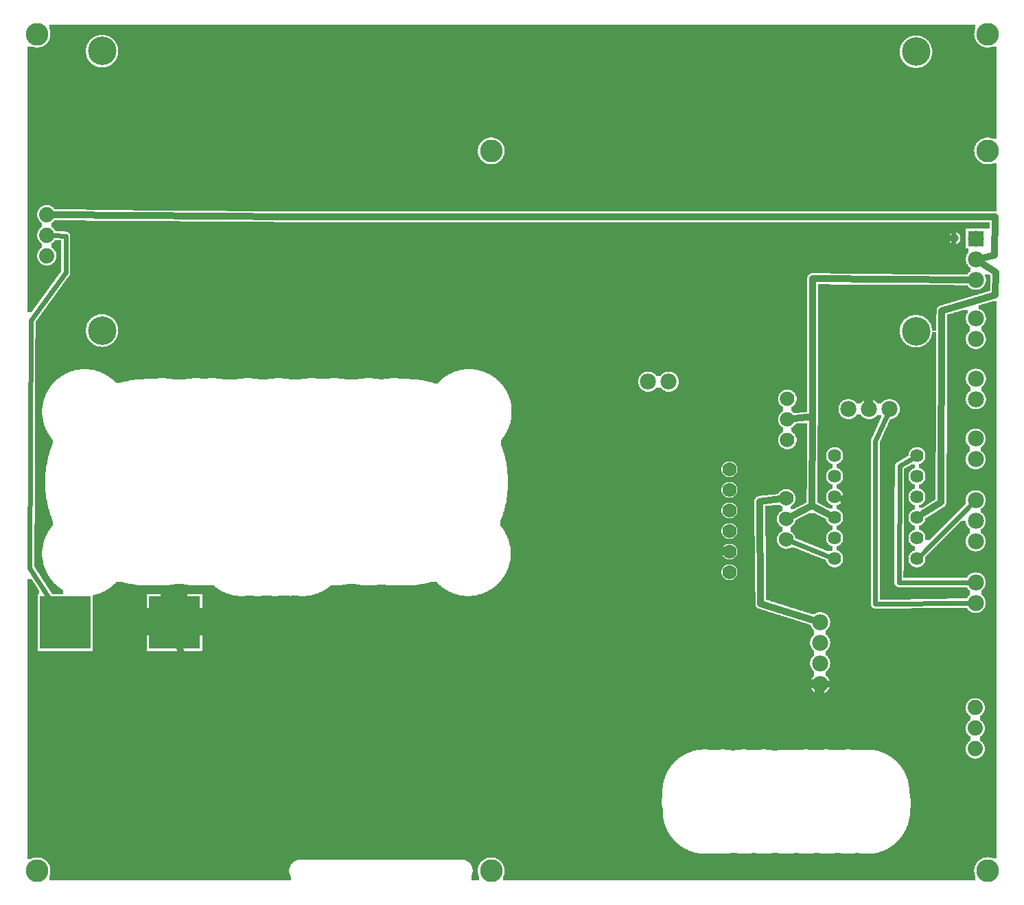
<source format=gtl>
G04 MADE WITH FRITZING*
G04 WWW.FRITZING.ORG*
G04 DOUBLE SIDED*
G04 HOLES PLATED*
G04 CONTOUR ON CENTER OF CONTOUR VECTOR*
%ASAXBY*%
%FSLAX23Y23*%
%MOIN*%
%OFA0B0*%
%SFA1.0B1.0*%
%ADD10C,0.075000*%
%ADD11C,0.039370*%
%ADD12C,0.074000*%
%ADD13C,0.074008*%
%ADD14C,0.110236*%
%ADD15C,0.138425*%
%ADD16C,0.070000*%
%ADD17C,0.064000*%
%ADD18C,0.078000*%
%ADD19R,0.248087X0.255055*%
%ADD20R,0.078000X0.078000*%
%ADD21C,0.032000*%
%ADD22C,0.024000*%
%ADD23R,0.001000X0.001000*%
%LNCOPPER1*%
G90*
G70*
G54D10*
X4468Y4143D03*
X3829Y1759D03*
X329Y3067D03*
G54D11*
X4541Y3159D03*
G54D12*
X133Y3273D03*
X133Y3173D03*
X133Y3073D03*
X133Y3273D03*
X133Y3173D03*
X133Y3073D03*
G54D13*
X753Y1292D03*
G54D12*
X223Y1292D03*
G54D14*
X4702Y86D03*
G54D15*
X4354Y2707D03*
X401Y2710D03*
X4354Y4065D03*
X401Y4068D03*
G54D16*
X3448Y2037D03*
X3448Y1937D03*
X3448Y1837D03*
X3448Y1737D03*
X3448Y1637D03*
X3448Y1537D03*
G54D17*
X3959Y1702D03*
X3959Y1802D03*
X3959Y1902D03*
X3959Y2002D03*
X3959Y2102D03*
X4359Y2102D03*
X4359Y2002D03*
X4359Y1902D03*
X4359Y1802D03*
X4359Y1702D03*
X4359Y1602D03*
X3959Y1602D03*
G54D12*
X4642Y678D03*
X4642Y778D03*
X4642Y878D03*
X4642Y678D03*
X4642Y778D03*
X4642Y878D03*
G54D14*
X4702Y86D03*
X4702Y4150D03*
X86Y4150D03*
X86Y86D03*
G54D18*
X4645Y2477D03*
X4645Y2377D03*
X4026Y2328D03*
X4126Y2328D03*
X4226Y2328D03*
X3153Y2462D03*
X3053Y2462D03*
X4644Y1487D03*
X4644Y1387D03*
X3888Y1293D03*
X3888Y1193D03*
X3888Y1093D03*
X3888Y993D03*
X4644Y1886D03*
X4644Y1786D03*
X4644Y1686D03*
X4644Y2185D03*
X4644Y2085D03*
X4644Y2769D03*
X4644Y2669D03*
X4645Y3157D03*
X4645Y3057D03*
X4645Y2957D03*
G54D14*
X4702Y86D03*
X4702Y3583D03*
X2291Y86D03*
X2291Y3583D03*
G54D16*
X3724Y1695D03*
X3724Y1795D03*
X3724Y1895D03*
X3729Y2178D03*
X3729Y2278D03*
X3729Y2378D03*
G54D19*
X753Y1292D03*
X223Y1292D03*
G54D20*
X4645Y3157D03*
G54D21*
X867Y772D02*
X780Y1170D01*
D02*
X3531Y778D02*
X867Y772D01*
D02*
X3537Y3159D02*
X3531Y778D01*
D02*
X4517Y3159D02*
X3537Y3159D01*
D02*
X1329Y3262D02*
X169Y3273D01*
G54D22*
D02*
X224Y3169D02*
X164Y3172D01*
D02*
X224Y2991D02*
X224Y3169D01*
D02*
X55Y2759D02*
X224Y2991D01*
D02*
X143Y1414D02*
X50Y1557D01*
D02*
X50Y1557D02*
X55Y2759D01*
G54D21*
D02*
X3596Y1880D02*
X3692Y1891D01*
D02*
X3599Y1384D02*
X3596Y1880D01*
D02*
X3854Y1304D02*
X3599Y1384D01*
D02*
X4048Y1873D02*
X3994Y1891D01*
D02*
X4051Y995D02*
X4048Y1873D01*
D02*
X3924Y994D02*
X4051Y995D01*
D02*
X4737Y3076D02*
X4680Y3064D01*
D02*
X4739Y3262D02*
X4737Y3076D01*
D02*
X1329Y3262D02*
X4739Y3262D01*
D02*
X3849Y1859D02*
X3926Y1819D01*
D02*
X3851Y2292D02*
X3849Y1859D01*
D02*
X3851Y2292D02*
X3851Y2962D01*
D02*
X3851Y2962D02*
X4609Y2957D01*
D02*
X3761Y2282D02*
X3851Y2292D01*
G54D22*
D02*
X3748Y1686D02*
X3930Y1614D01*
D02*
X4157Y2173D02*
X4214Y2301D01*
D02*
X4157Y1381D02*
X4157Y2173D01*
D02*
X4614Y1386D02*
X4157Y1381D01*
D02*
X4271Y1487D02*
X4614Y1487D01*
D02*
X4274Y2051D02*
X4271Y1487D01*
D02*
X4332Y2086D02*
X4274Y2051D01*
G54D21*
D02*
X4476Y1876D02*
X4479Y2806D01*
D02*
X4479Y2806D02*
X4740Y2884D01*
D02*
X4740Y2884D02*
X4743Y2992D01*
D02*
X4743Y2992D02*
X4675Y3037D01*
D02*
X4390Y1822D02*
X4476Y1876D01*
G54D22*
D02*
X4381Y1624D02*
X4623Y1865D01*
G54D21*
D02*
X3849Y1859D02*
X3752Y1810D01*
G36*
X146Y4196D02*
X146Y4172D01*
X148Y4172D01*
X148Y4166D01*
X150Y4166D01*
X150Y4146D01*
X416Y4146D01*
X416Y4144D01*
X4362Y4144D01*
X4362Y4142D01*
X4374Y4142D01*
X4374Y4140D01*
X4380Y4140D01*
X4380Y4138D01*
X4386Y4138D01*
X4386Y4136D01*
X4390Y4136D01*
X4390Y4134D01*
X4394Y4134D01*
X4394Y4132D01*
X4396Y4132D01*
X4396Y4130D01*
X4400Y4130D01*
X4400Y4128D01*
X4402Y4128D01*
X4402Y4126D01*
X4404Y4126D01*
X4404Y4124D01*
X4408Y4124D01*
X4408Y4122D01*
X4410Y4122D01*
X4410Y4120D01*
X4412Y4120D01*
X4412Y4118D01*
X4414Y4118D01*
X4414Y4114D01*
X4416Y4114D01*
X4416Y4112D01*
X4418Y4112D01*
X4418Y4110D01*
X4420Y4110D01*
X4420Y4106D01*
X4422Y4106D01*
X4422Y4104D01*
X4424Y4104D01*
X4424Y4100D01*
X4426Y4100D01*
X4426Y4094D01*
X4428Y4094D01*
X4428Y4090D01*
X4430Y4090D01*
X4430Y4084D01*
X4698Y4084D01*
X4698Y4086D01*
X4686Y4086D01*
X4686Y4088D01*
X4678Y4088D01*
X4678Y4090D01*
X4674Y4090D01*
X4674Y4092D01*
X4670Y4092D01*
X4670Y4094D01*
X4668Y4094D01*
X4668Y4096D01*
X4664Y4096D01*
X4664Y4098D01*
X4662Y4098D01*
X4662Y4100D01*
X4660Y4100D01*
X4660Y4102D01*
X4656Y4102D01*
X4656Y4104D01*
X4654Y4104D01*
X4654Y4108D01*
X4652Y4108D01*
X4652Y4110D01*
X4650Y4110D01*
X4650Y4112D01*
X4648Y4112D01*
X4648Y4116D01*
X4646Y4116D01*
X4646Y4118D01*
X4644Y4118D01*
X4644Y4122D01*
X4642Y4122D01*
X4642Y4128D01*
X4640Y4128D01*
X4640Y4134D01*
X4638Y4134D01*
X4638Y4146D01*
X4636Y4146D01*
X4636Y4152D01*
X4638Y4152D01*
X4638Y4166D01*
X4640Y4166D01*
X4640Y4172D01*
X4642Y4172D01*
X4642Y4196D01*
X146Y4196D01*
G37*
D02*
G36*
X150Y4146D02*
X150Y4134D01*
X148Y4134D01*
X148Y4128D01*
X146Y4128D01*
X146Y4122D01*
X144Y4122D01*
X144Y4118D01*
X142Y4118D01*
X142Y4116D01*
X140Y4116D01*
X140Y4112D01*
X138Y4112D01*
X138Y4110D01*
X136Y4110D01*
X136Y4108D01*
X134Y4108D01*
X134Y4106D01*
X132Y4106D01*
X132Y4104D01*
X130Y4104D01*
X130Y4102D01*
X128Y4102D01*
X128Y4100D01*
X126Y4100D01*
X126Y4098D01*
X124Y4098D01*
X124Y4096D01*
X120Y4096D01*
X120Y4094D01*
X118Y4094D01*
X118Y4092D01*
X114Y4092D01*
X114Y4090D01*
X108Y4090D01*
X108Y4088D01*
X102Y4088D01*
X102Y4086D01*
X88Y4086D01*
X88Y4084D01*
X324Y4084D01*
X324Y4090D01*
X326Y4090D01*
X326Y4096D01*
X328Y4096D01*
X328Y4100D01*
X330Y4100D01*
X330Y4104D01*
X332Y4104D01*
X332Y4108D01*
X334Y4108D01*
X334Y4112D01*
X336Y4112D01*
X336Y4114D01*
X338Y4114D01*
X338Y4116D01*
X340Y4116D01*
X340Y4120D01*
X342Y4120D01*
X342Y4122D01*
X344Y4122D01*
X344Y4124D01*
X346Y4124D01*
X346Y4126D01*
X348Y4126D01*
X348Y4128D01*
X352Y4128D01*
X352Y4130D01*
X354Y4130D01*
X354Y4132D01*
X356Y4132D01*
X356Y4134D01*
X360Y4134D01*
X360Y4136D01*
X364Y4136D01*
X364Y4138D01*
X368Y4138D01*
X368Y4140D01*
X372Y4140D01*
X372Y4142D01*
X378Y4142D01*
X378Y4144D01*
X386Y4144D01*
X386Y4146D01*
X150Y4146D01*
G37*
D02*
G36*
X424Y4144D02*
X424Y4142D01*
X430Y4142D01*
X430Y4140D01*
X434Y4140D01*
X434Y4138D01*
X438Y4138D01*
X438Y4136D01*
X442Y4136D01*
X442Y4134D01*
X444Y4134D01*
X444Y4132D01*
X448Y4132D01*
X448Y4130D01*
X450Y4130D01*
X450Y4128D01*
X452Y4128D01*
X452Y4126D01*
X454Y4126D01*
X454Y4124D01*
X458Y4124D01*
X458Y4120D01*
X460Y4120D01*
X460Y4118D01*
X462Y4118D01*
X462Y4116D01*
X464Y4116D01*
X464Y4114D01*
X466Y4114D01*
X466Y4110D01*
X468Y4110D01*
X468Y4108D01*
X470Y4108D01*
X470Y4104D01*
X472Y4104D01*
X472Y4100D01*
X474Y4100D01*
X474Y4094D01*
X476Y4094D01*
X476Y4088D01*
X478Y4088D01*
X478Y4078D01*
X480Y4078D01*
X480Y4056D01*
X478Y4056D01*
X478Y4046D01*
X476Y4046D01*
X476Y4040D01*
X474Y4040D01*
X474Y4036D01*
X472Y4036D01*
X472Y4030D01*
X470Y4030D01*
X470Y4028D01*
X468Y4028D01*
X468Y4024D01*
X466Y4024D01*
X466Y4022D01*
X464Y4022D01*
X464Y4018D01*
X462Y4018D01*
X462Y4016D01*
X460Y4016D01*
X460Y4014D01*
X458Y4014D01*
X458Y4012D01*
X456Y4012D01*
X456Y4010D01*
X454Y4010D01*
X454Y4008D01*
X452Y4008D01*
X452Y4006D01*
X450Y4006D01*
X450Y4004D01*
X446Y4004D01*
X446Y4002D01*
X444Y4002D01*
X444Y4000D01*
X440Y4000D01*
X440Y3998D01*
X438Y3998D01*
X438Y3996D01*
X432Y3996D01*
X432Y3994D01*
X428Y3994D01*
X428Y3992D01*
X422Y3992D01*
X422Y3990D01*
X412Y3990D01*
X412Y3988D01*
X4330Y3988D01*
X4330Y3990D01*
X4324Y3990D01*
X4324Y3992D01*
X4320Y3992D01*
X4320Y3994D01*
X4316Y3994D01*
X4316Y3996D01*
X4312Y3996D01*
X4312Y3998D01*
X4310Y3998D01*
X4310Y4000D01*
X4306Y4000D01*
X4306Y4002D01*
X4304Y4002D01*
X4304Y4004D01*
X4302Y4004D01*
X4302Y4006D01*
X4300Y4006D01*
X4300Y4008D01*
X4298Y4008D01*
X4298Y4010D01*
X4296Y4010D01*
X4296Y4012D01*
X4294Y4012D01*
X4294Y4014D01*
X4292Y4014D01*
X4292Y4016D01*
X4290Y4016D01*
X4290Y4020D01*
X4288Y4020D01*
X4288Y4022D01*
X4286Y4022D01*
X4286Y4026D01*
X4284Y4026D01*
X4284Y4030D01*
X4282Y4030D01*
X4282Y4034D01*
X4280Y4034D01*
X4280Y4040D01*
X4278Y4040D01*
X4278Y4046D01*
X4276Y4046D01*
X4276Y4060D01*
X4274Y4060D01*
X4274Y4068D01*
X4276Y4068D01*
X4276Y4082D01*
X4278Y4082D01*
X4278Y4090D01*
X4280Y4090D01*
X4280Y4096D01*
X4282Y4096D01*
X4282Y4100D01*
X4284Y4100D01*
X4284Y4104D01*
X4286Y4104D01*
X4286Y4106D01*
X4288Y4106D01*
X4288Y4110D01*
X4290Y4110D01*
X4290Y4112D01*
X4292Y4112D01*
X4292Y4114D01*
X4294Y4114D01*
X4294Y4118D01*
X4296Y4118D01*
X4296Y4120D01*
X4298Y4120D01*
X4298Y4122D01*
X4300Y4122D01*
X4300Y4124D01*
X4304Y4124D01*
X4304Y4126D01*
X4306Y4126D01*
X4306Y4128D01*
X4308Y4128D01*
X4308Y4130D01*
X4312Y4130D01*
X4312Y4132D01*
X4314Y4132D01*
X4314Y4134D01*
X4318Y4134D01*
X4318Y4136D01*
X4322Y4136D01*
X4322Y4138D01*
X4328Y4138D01*
X4328Y4140D01*
X4334Y4140D01*
X4334Y4142D01*
X4346Y4142D01*
X4346Y4144D01*
X424Y4144D01*
G37*
D02*
G36*
X40Y4090D02*
X40Y4084D01*
X82Y4084D01*
X82Y4086D01*
X70Y4086D01*
X70Y4088D01*
X64Y4088D01*
X64Y4090D01*
X40Y4090D01*
G37*
D02*
G36*
X4724Y4090D02*
X4724Y4088D01*
X4718Y4088D01*
X4718Y4086D01*
X4706Y4086D01*
X4706Y4084D01*
X4746Y4084D01*
X4746Y4090D01*
X4724Y4090D01*
G37*
D02*
G36*
X40Y4084D02*
X40Y4082D01*
X324Y4082D01*
X324Y4084D01*
X40Y4084D01*
G37*
D02*
G36*
X40Y4084D02*
X40Y4082D01*
X324Y4082D01*
X324Y4084D01*
X40Y4084D01*
G37*
D02*
G36*
X4430Y4084D02*
X4430Y4082D01*
X4746Y4082D01*
X4746Y4084D01*
X4430Y4084D01*
G37*
D02*
G36*
X4430Y4084D02*
X4430Y4082D01*
X4746Y4082D01*
X4746Y4084D01*
X4430Y4084D01*
G37*
D02*
G36*
X40Y4082D02*
X40Y3988D01*
X390Y3988D01*
X390Y3990D01*
X380Y3990D01*
X380Y3992D01*
X374Y3992D01*
X374Y3994D01*
X368Y3994D01*
X368Y3996D01*
X364Y3996D01*
X364Y3998D01*
X360Y3998D01*
X360Y4000D01*
X358Y4000D01*
X358Y4002D01*
X354Y4002D01*
X354Y4004D01*
X352Y4004D01*
X352Y4006D01*
X350Y4006D01*
X350Y4008D01*
X348Y4008D01*
X348Y4010D01*
X346Y4010D01*
X346Y4012D01*
X344Y4012D01*
X344Y4014D01*
X342Y4014D01*
X342Y4016D01*
X340Y4016D01*
X340Y4018D01*
X338Y4018D01*
X338Y4020D01*
X336Y4020D01*
X336Y4024D01*
X334Y4024D01*
X334Y4026D01*
X332Y4026D01*
X332Y4030D01*
X330Y4030D01*
X330Y4034D01*
X328Y4034D01*
X328Y4038D01*
X326Y4038D01*
X326Y4044D01*
X324Y4044D01*
X324Y4052D01*
X322Y4052D01*
X322Y4082D01*
X40Y4082D01*
G37*
D02*
G36*
X4432Y4082D02*
X4432Y4068D01*
X4434Y4068D01*
X4434Y4062D01*
X4432Y4062D01*
X4432Y4046D01*
X4430Y4046D01*
X4430Y4040D01*
X4428Y4040D01*
X4428Y4034D01*
X4426Y4034D01*
X4426Y4030D01*
X4424Y4030D01*
X4424Y4026D01*
X4422Y4026D01*
X4422Y4022D01*
X4420Y4022D01*
X4420Y4020D01*
X4418Y4020D01*
X4418Y4016D01*
X4416Y4016D01*
X4416Y4014D01*
X4414Y4014D01*
X4414Y4012D01*
X4412Y4012D01*
X4412Y4010D01*
X4410Y4010D01*
X4410Y4008D01*
X4408Y4008D01*
X4408Y4006D01*
X4406Y4006D01*
X4406Y4004D01*
X4404Y4004D01*
X4404Y4002D01*
X4402Y4002D01*
X4402Y4000D01*
X4398Y4000D01*
X4398Y3998D01*
X4396Y3998D01*
X4396Y3996D01*
X4392Y3996D01*
X4392Y3994D01*
X4388Y3994D01*
X4388Y3992D01*
X4384Y3992D01*
X4384Y3990D01*
X4378Y3990D01*
X4378Y3988D01*
X4370Y3988D01*
X4370Y3986D01*
X4746Y3986D01*
X4746Y4082D01*
X4432Y4082D01*
G37*
D02*
G36*
X40Y3988D02*
X40Y3986D01*
X4338Y3986D01*
X4338Y3988D01*
X40Y3988D01*
G37*
D02*
G36*
X40Y3988D02*
X40Y3986D01*
X4338Y3986D01*
X4338Y3988D01*
X40Y3988D01*
G37*
D02*
G36*
X40Y3986D02*
X40Y3984D01*
X4746Y3984D01*
X4746Y3986D01*
X40Y3986D01*
G37*
D02*
G36*
X40Y3986D02*
X40Y3984D01*
X4746Y3984D01*
X4746Y3986D01*
X40Y3986D01*
G37*
D02*
G36*
X40Y3984D02*
X40Y3648D01*
X4710Y3648D01*
X4710Y3646D01*
X4720Y3646D01*
X4720Y3644D01*
X4726Y3644D01*
X4726Y3642D01*
X4746Y3642D01*
X4746Y3984D01*
X40Y3984D01*
G37*
D02*
G36*
X40Y3648D02*
X40Y3518D01*
X2278Y3518D01*
X2278Y3520D01*
X2270Y3520D01*
X2270Y3522D01*
X2264Y3522D01*
X2264Y3524D01*
X2260Y3524D01*
X2260Y3526D01*
X2258Y3526D01*
X2258Y3528D01*
X2254Y3528D01*
X2254Y3530D01*
X2252Y3530D01*
X2252Y3532D01*
X2248Y3532D01*
X2248Y3534D01*
X2246Y3534D01*
X2246Y3536D01*
X2244Y3536D01*
X2244Y3538D01*
X2242Y3538D01*
X2242Y3540D01*
X2240Y3540D01*
X2240Y3544D01*
X2238Y3544D01*
X2238Y3546D01*
X2236Y3546D01*
X2236Y3550D01*
X2234Y3550D01*
X2234Y3552D01*
X2232Y3552D01*
X2232Y3556D01*
X2230Y3556D01*
X2230Y3562D01*
X2228Y3562D01*
X2228Y3570D01*
X2226Y3570D01*
X2226Y3594D01*
X2228Y3594D01*
X2228Y3602D01*
X2230Y3602D01*
X2230Y3608D01*
X2232Y3608D01*
X2232Y3612D01*
X2234Y3612D01*
X2234Y3616D01*
X2236Y3616D01*
X2236Y3618D01*
X2238Y3618D01*
X2238Y3622D01*
X2240Y3622D01*
X2240Y3624D01*
X2242Y3624D01*
X2242Y3626D01*
X2244Y3626D01*
X2244Y3628D01*
X2246Y3628D01*
X2246Y3630D01*
X2248Y3630D01*
X2248Y3632D01*
X2250Y3632D01*
X2250Y3634D01*
X2252Y3634D01*
X2252Y3636D01*
X2256Y3636D01*
X2256Y3638D01*
X2258Y3638D01*
X2258Y3640D01*
X2262Y3640D01*
X2262Y3642D01*
X2266Y3642D01*
X2266Y3644D01*
X2272Y3644D01*
X2272Y3646D01*
X2282Y3646D01*
X2282Y3648D01*
X40Y3648D01*
G37*
D02*
G36*
X2300Y3648D02*
X2300Y3646D01*
X2308Y3646D01*
X2308Y3644D01*
X2314Y3644D01*
X2314Y3642D01*
X2320Y3642D01*
X2320Y3640D01*
X2324Y3640D01*
X2324Y3638D01*
X2326Y3638D01*
X2326Y3636D01*
X2330Y3636D01*
X2330Y3634D01*
X2332Y3634D01*
X2332Y3632D01*
X2334Y3632D01*
X2334Y3630D01*
X2336Y3630D01*
X2336Y3628D01*
X2338Y3628D01*
X2338Y3626D01*
X2340Y3626D01*
X2340Y3624D01*
X2342Y3624D01*
X2342Y3622D01*
X2344Y3622D01*
X2344Y3618D01*
X2346Y3618D01*
X2346Y3616D01*
X2348Y3616D01*
X2348Y3612D01*
X2350Y3612D01*
X2350Y3608D01*
X2352Y3608D01*
X2352Y3602D01*
X2354Y3602D01*
X2354Y3594D01*
X2356Y3594D01*
X2356Y3572D01*
X2354Y3572D01*
X2354Y3564D01*
X2352Y3564D01*
X2352Y3558D01*
X2350Y3558D01*
X2350Y3554D01*
X2348Y3554D01*
X2348Y3550D01*
X2346Y3550D01*
X2346Y3546D01*
X2344Y3546D01*
X2344Y3544D01*
X2342Y3544D01*
X2342Y3542D01*
X2340Y3542D01*
X2340Y3538D01*
X2338Y3538D01*
X2338Y3536D01*
X2336Y3536D01*
X2336Y3534D01*
X2334Y3534D01*
X2334Y3532D01*
X2330Y3532D01*
X2330Y3530D01*
X2328Y3530D01*
X2328Y3528D01*
X2324Y3528D01*
X2324Y3526D01*
X2322Y3526D01*
X2322Y3524D01*
X2318Y3524D01*
X2318Y3522D01*
X2312Y3522D01*
X2312Y3520D01*
X2304Y3520D01*
X2304Y3518D01*
X4688Y3518D01*
X4688Y3520D01*
X4680Y3520D01*
X4680Y3522D01*
X4676Y3522D01*
X4676Y3524D01*
X4672Y3524D01*
X4672Y3526D01*
X4668Y3526D01*
X4668Y3528D01*
X4664Y3528D01*
X4664Y3530D01*
X4662Y3530D01*
X4662Y3532D01*
X4660Y3532D01*
X4660Y3534D01*
X4658Y3534D01*
X4658Y3536D01*
X4656Y3536D01*
X4656Y3538D01*
X4654Y3538D01*
X4654Y3540D01*
X4652Y3540D01*
X4652Y3542D01*
X4650Y3542D01*
X4650Y3544D01*
X4648Y3544D01*
X4648Y3548D01*
X4646Y3548D01*
X4646Y3550D01*
X4644Y3550D01*
X4644Y3554D01*
X4642Y3554D01*
X4642Y3560D01*
X4640Y3560D01*
X4640Y3566D01*
X4638Y3566D01*
X4638Y3578D01*
X4636Y3578D01*
X4636Y3588D01*
X4638Y3588D01*
X4638Y3598D01*
X4640Y3598D01*
X4640Y3606D01*
X4642Y3606D01*
X4642Y3610D01*
X4644Y3610D01*
X4644Y3614D01*
X4646Y3614D01*
X4646Y3618D01*
X4648Y3618D01*
X4648Y3620D01*
X4650Y3620D01*
X4650Y3622D01*
X4652Y3622D01*
X4652Y3626D01*
X4654Y3626D01*
X4654Y3628D01*
X4656Y3628D01*
X4656Y3630D01*
X4658Y3630D01*
X4658Y3632D01*
X4660Y3632D01*
X4660Y3634D01*
X4664Y3634D01*
X4664Y3636D01*
X4666Y3636D01*
X4666Y3638D01*
X4670Y3638D01*
X4670Y3640D01*
X4674Y3640D01*
X4674Y3642D01*
X4678Y3642D01*
X4678Y3644D01*
X4684Y3644D01*
X4684Y3646D01*
X4694Y3646D01*
X4694Y3648D01*
X2300Y3648D01*
G37*
D02*
G36*
X4724Y3522D02*
X4724Y3520D01*
X4716Y3520D01*
X4716Y3518D01*
X4746Y3518D01*
X4746Y3522D01*
X4724Y3522D01*
G37*
D02*
G36*
X40Y3518D02*
X40Y3516D01*
X4746Y3516D01*
X4746Y3518D01*
X40Y3518D01*
G37*
D02*
G36*
X40Y3518D02*
X40Y3516D01*
X4746Y3516D01*
X4746Y3518D01*
X40Y3518D01*
G37*
D02*
G36*
X40Y3518D02*
X40Y3516D01*
X4746Y3516D01*
X4746Y3518D01*
X40Y3518D01*
G37*
D02*
G36*
X40Y3516D02*
X40Y3320D01*
X140Y3320D01*
X140Y3318D01*
X148Y3318D01*
X148Y3316D01*
X152Y3316D01*
X152Y3314D01*
X156Y3314D01*
X156Y3312D01*
X160Y3312D01*
X160Y3310D01*
X162Y3310D01*
X162Y3308D01*
X164Y3308D01*
X164Y3306D01*
X166Y3306D01*
X166Y3304D01*
X168Y3304D01*
X168Y3302D01*
X170Y3302D01*
X170Y3300D01*
X172Y3300D01*
X172Y3298D01*
X324Y3298D01*
X324Y3296D01*
X552Y3296D01*
X552Y3294D01*
X780Y3294D01*
X780Y3292D01*
X1008Y3292D01*
X1008Y3290D01*
X1238Y3290D01*
X1238Y3288D01*
X4746Y3288D01*
X4746Y3516D01*
X40Y3516D01*
G37*
D02*
G36*
X40Y3320D02*
X40Y3026D01*
X122Y3026D01*
X122Y3028D01*
X116Y3028D01*
X116Y3030D01*
X112Y3030D01*
X112Y3032D01*
X108Y3032D01*
X108Y3034D01*
X106Y3034D01*
X106Y3036D01*
X102Y3036D01*
X102Y3038D01*
X100Y3038D01*
X100Y3040D01*
X98Y3040D01*
X98Y3042D01*
X96Y3042D01*
X96Y3046D01*
X94Y3046D01*
X94Y3048D01*
X92Y3048D01*
X92Y3052D01*
X90Y3052D01*
X90Y3056D01*
X88Y3056D01*
X88Y3062D01*
X86Y3062D01*
X86Y3082D01*
X88Y3082D01*
X88Y3090D01*
X90Y3090D01*
X90Y3094D01*
X92Y3094D01*
X92Y3098D01*
X94Y3098D01*
X94Y3100D01*
X96Y3100D01*
X96Y3102D01*
X98Y3102D01*
X98Y3106D01*
X100Y3106D01*
X100Y3108D01*
X104Y3108D01*
X104Y3110D01*
X106Y3110D01*
X106Y3112D01*
X110Y3112D01*
X110Y3132D01*
X108Y3132D01*
X108Y3134D01*
X106Y3134D01*
X106Y3136D01*
X102Y3136D01*
X102Y3138D01*
X100Y3138D01*
X100Y3140D01*
X98Y3140D01*
X98Y3142D01*
X96Y3142D01*
X96Y3146D01*
X94Y3146D01*
X94Y3148D01*
X92Y3148D01*
X92Y3152D01*
X90Y3152D01*
X90Y3156D01*
X88Y3156D01*
X88Y3162D01*
X86Y3162D01*
X86Y3182D01*
X88Y3182D01*
X88Y3190D01*
X90Y3190D01*
X90Y3194D01*
X92Y3194D01*
X92Y3198D01*
X94Y3198D01*
X94Y3200D01*
X96Y3200D01*
X96Y3202D01*
X98Y3202D01*
X98Y3206D01*
X100Y3206D01*
X100Y3208D01*
X104Y3208D01*
X104Y3210D01*
X106Y3210D01*
X106Y3212D01*
X110Y3212D01*
X110Y3232D01*
X108Y3232D01*
X108Y3234D01*
X106Y3234D01*
X106Y3236D01*
X102Y3236D01*
X102Y3238D01*
X100Y3238D01*
X100Y3240D01*
X98Y3240D01*
X98Y3242D01*
X96Y3242D01*
X96Y3246D01*
X94Y3246D01*
X94Y3248D01*
X92Y3248D01*
X92Y3252D01*
X90Y3252D01*
X90Y3256D01*
X88Y3256D01*
X88Y3262D01*
X86Y3262D01*
X86Y3282D01*
X88Y3282D01*
X88Y3290D01*
X90Y3290D01*
X90Y3294D01*
X92Y3294D01*
X92Y3298D01*
X94Y3298D01*
X94Y3300D01*
X96Y3300D01*
X96Y3302D01*
X98Y3302D01*
X98Y3306D01*
X100Y3306D01*
X100Y3308D01*
X104Y3308D01*
X104Y3310D01*
X106Y3310D01*
X106Y3312D01*
X110Y3312D01*
X110Y3314D01*
X112Y3314D01*
X112Y3316D01*
X118Y3316D01*
X118Y3318D01*
X126Y3318D01*
X126Y3320D01*
X40Y3320D01*
G37*
D02*
G36*
X172Y3148D02*
X172Y3146D01*
X170Y3146D01*
X170Y3144D01*
X168Y3144D01*
X168Y3140D01*
X166Y3140D01*
X166Y3138D01*
X162Y3138D01*
X162Y3136D01*
X160Y3136D01*
X160Y3134D01*
X158Y3134D01*
X158Y3132D01*
X156Y3132D01*
X156Y3112D01*
X160Y3112D01*
X160Y3110D01*
X162Y3110D01*
X162Y3108D01*
X164Y3108D01*
X164Y3106D01*
X166Y3106D01*
X166Y3104D01*
X168Y3104D01*
X168Y3102D01*
X170Y3102D01*
X170Y3100D01*
X172Y3100D01*
X172Y3096D01*
X174Y3096D01*
X174Y3092D01*
X176Y3092D01*
X176Y3088D01*
X178Y3088D01*
X178Y3080D01*
X180Y3080D01*
X180Y3064D01*
X178Y3064D01*
X178Y3058D01*
X176Y3058D01*
X176Y3052D01*
X174Y3052D01*
X174Y3048D01*
X172Y3048D01*
X172Y3046D01*
X170Y3046D01*
X170Y3044D01*
X168Y3044D01*
X168Y3040D01*
X166Y3040D01*
X166Y3038D01*
X162Y3038D01*
X162Y3036D01*
X160Y3036D01*
X160Y3034D01*
X158Y3034D01*
X158Y3032D01*
X154Y3032D01*
X154Y3030D01*
X150Y3030D01*
X150Y3028D01*
X144Y3028D01*
X144Y3026D01*
X202Y3026D01*
X202Y3148D01*
X172Y3148D01*
G37*
D02*
G36*
X40Y3026D02*
X40Y3024D01*
X202Y3024D01*
X202Y3026D01*
X40Y3026D01*
G37*
D02*
G36*
X40Y3026D02*
X40Y3024D01*
X202Y3024D01*
X202Y3026D01*
X40Y3026D01*
G37*
D02*
G36*
X40Y3024D02*
X40Y2800D01*
X60Y2800D01*
X60Y2804D01*
X62Y2804D01*
X62Y2806D01*
X64Y2806D01*
X64Y2810D01*
X66Y2810D01*
X66Y2812D01*
X68Y2812D01*
X68Y2814D01*
X70Y2814D01*
X70Y2818D01*
X72Y2818D01*
X72Y2820D01*
X74Y2820D01*
X74Y2822D01*
X76Y2822D01*
X76Y2826D01*
X78Y2826D01*
X78Y2828D01*
X80Y2828D01*
X80Y2832D01*
X82Y2832D01*
X82Y2834D01*
X84Y2834D01*
X84Y2836D01*
X86Y2836D01*
X86Y2840D01*
X88Y2840D01*
X88Y2842D01*
X90Y2842D01*
X90Y2844D01*
X92Y2844D01*
X92Y2848D01*
X94Y2848D01*
X94Y2850D01*
X96Y2850D01*
X96Y2854D01*
X98Y2854D01*
X98Y2856D01*
X100Y2856D01*
X100Y2858D01*
X102Y2858D01*
X102Y2862D01*
X104Y2862D01*
X104Y2864D01*
X106Y2864D01*
X106Y2866D01*
X108Y2866D01*
X108Y2870D01*
X110Y2870D01*
X110Y2872D01*
X112Y2872D01*
X112Y2876D01*
X114Y2876D01*
X114Y2878D01*
X116Y2878D01*
X116Y2880D01*
X118Y2880D01*
X118Y2884D01*
X120Y2884D01*
X120Y2886D01*
X122Y2886D01*
X122Y2888D01*
X124Y2888D01*
X124Y2892D01*
X126Y2892D01*
X126Y2894D01*
X128Y2894D01*
X128Y2898D01*
X130Y2898D01*
X130Y2900D01*
X132Y2900D01*
X132Y2902D01*
X134Y2902D01*
X134Y2906D01*
X136Y2906D01*
X136Y2908D01*
X138Y2908D01*
X138Y2910D01*
X140Y2910D01*
X140Y2914D01*
X142Y2914D01*
X142Y2916D01*
X144Y2916D01*
X144Y2920D01*
X146Y2920D01*
X146Y2922D01*
X148Y2922D01*
X148Y2924D01*
X150Y2924D01*
X150Y2928D01*
X152Y2928D01*
X152Y2930D01*
X154Y2930D01*
X154Y2932D01*
X156Y2932D01*
X156Y2936D01*
X158Y2936D01*
X158Y2938D01*
X160Y2938D01*
X160Y2942D01*
X162Y2942D01*
X162Y2944D01*
X164Y2944D01*
X164Y2946D01*
X166Y2946D01*
X166Y2950D01*
X168Y2950D01*
X168Y2952D01*
X170Y2952D01*
X170Y2954D01*
X172Y2954D01*
X172Y2958D01*
X174Y2958D01*
X174Y2960D01*
X176Y2960D01*
X176Y2964D01*
X178Y2964D01*
X178Y2966D01*
X180Y2966D01*
X180Y2968D01*
X182Y2968D01*
X182Y2972D01*
X184Y2972D01*
X184Y2974D01*
X186Y2974D01*
X186Y2976D01*
X188Y2976D01*
X188Y2980D01*
X190Y2980D01*
X190Y2982D01*
X192Y2982D01*
X192Y2986D01*
X194Y2986D01*
X194Y2988D01*
X196Y2988D01*
X196Y2990D01*
X198Y2990D01*
X198Y2994D01*
X200Y2994D01*
X200Y2996D01*
X202Y2996D01*
X202Y3024D01*
X40Y3024D01*
G37*
D02*
G36*
X3836Y1824D02*
X3836Y1822D01*
X3832Y1822D01*
X3832Y1820D01*
X3828Y1820D01*
X3828Y1818D01*
X3824Y1818D01*
X3824Y1816D01*
X3820Y1816D01*
X3820Y1814D01*
X3816Y1814D01*
X3816Y1812D01*
X3812Y1812D01*
X3812Y1810D01*
X3808Y1810D01*
X3808Y1808D01*
X3804Y1808D01*
X3804Y1806D01*
X3800Y1806D01*
X3800Y1804D01*
X3796Y1804D01*
X3796Y1802D01*
X3792Y1802D01*
X3792Y1800D01*
X3788Y1800D01*
X3788Y1798D01*
X3784Y1798D01*
X3784Y1796D01*
X3780Y1796D01*
X3780Y1794D01*
X3776Y1794D01*
X3776Y1792D01*
X3774Y1792D01*
X3774Y1790D01*
X3770Y1790D01*
X3770Y1788D01*
X3768Y1788D01*
X3768Y1784D01*
X3766Y1784D01*
X3766Y1778D01*
X3764Y1778D01*
X3764Y1774D01*
X3762Y1774D01*
X3762Y1770D01*
X3760Y1770D01*
X3760Y1768D01*
X3758Y1768D01*
X3758Y1766D01*
X3756Y1766D01*
X3756Y1762D01*
X3752Y1762D01*
X3752Y1760D01*
X3750Y1760D01*
X3750Y1758D01*
X3748Y1758D01*
X3748Y1756D01*
X3744Y1756D01*
X3744Y1734D01*
X3748Y1734D01*
X3748Y1732D01*
X3750Y1732D01*
X3750Y1730D01*
X3752Y1730D01*
X3752Y1728D01*
X3754Y1728D01*
X3754Y1726D01*
X3756Y1726D01*
X3756Y1724D01*
X3758Y1724D01*
X3758Y1722D01*
X3760Y1722D01*
X3760Y1720D01*
X3762Y1720D01*
X3762Y1716D01*
X3764Y1716D01*
X3764Y1712D01*
X3766Y1712D01*
X3766Y1706D01*
X3768Y1706D01*
X3768Y1700D01*
X3772Y1700D01*
X3772Y1698D01*
X3778Y1698D01*
X3778Y1696D01*
X3784Y1696D01*
X3784Y1694D01*
X3788Y1694D01*
X3788Y1692D01*
X3794Y1692D01*
X3794Y1690D01*
X3798Y1690D01*
X3798Y1688D01*
X3804Y1688D01*
X3804Y1686D01*
X3808Y1686D01*
X3808Y1684D01*
X3814Y1684D01*
X3814Y1682D01*
X3818Y1682D01*
X3818Y1680D01*
X3824Y1680D01*
X3824Y1678D01*
X3828Y1678D01*
X3828Y1676D01*
X3834Y1676D01*
X3834Y1674D01*
X3838Y1674D01*
X3838Y1672D01*
X3844Y1672D01*
X3844Y1670D01*
X3848Y1670D01*
X3848Y1668D01*
X3854Y1668D01*
X3854Y1666D01*
X3860Y1666D01*
X3860Y1664D01*
X3864Y1664D01*
X3864Y1662D01*
X3870Y1662D01*
X3870Y1660D01*
X3874Y1660D01*
X3874Y1658D01*
X3880Y1658D01*
X3880Y1656D01*
X3884Y1656D01*
X3884Y1654D01*
X3890Y1654D01*
X3890Y1652D01*
X3894Y1652D01*
X3894Y1650D01*
X3900Y1650D01*
X3900Y1648D01*
X3904Y1648D01*
X3904Y1646D01*
X3910Y1646D01*
X3910Y1644D01*
X3914Y1644D01*
X3914Y1642D01*
X3920Y1642D01*
X3920Y1640D01*
X3944Y1640D01*
X3944Y1642D01*
X3950Y1642D01*
X3950Y1662D01*
X3944Y1662D01*
X3944Y1664D01*
X3940Y1664D01*
X3940Y1666D01*
X3936Y1666D01*
X3936Y1668D01*
X3934Y1668D01*
X3934Y1670D01*
X3930Y1670D01*
X3930Y1672D01*
X3928Y1672D01*
X3928Y1676D01*
X3926Y1676D01*
X3926Y1678D01*
X3924Y1678D01*
X3924Y1680D01*
X3922Y1680D01*
X3922Y1684D01*
X3920Y1684D01*
X3920Y1690D01*
X3918Y1690D01*
X3918Y1714D01*
X3920Y1714D01*
X3920Y1720D01*
X3922Y1720D01*
X3922Y1724D01*
X3924Y1724D01*
X3924Y1726D01*
X3926Y1726D01*
X3926Y1728D01*
X3928Y1728D01*
X3928Y1732D01*
X3932Y1732D01*
X3932Y1734D01*
X3934Y1734D01*
X3934Y1736D01*
X3936Y1736D01*
X3936Y1738D01*
X3940Y1738D01*
X3940Y1740D01*
X3944Y1740D01*
X3944Y1742D01*
X3950Y1742D01*
X3950Y1762D01*
X3944Y1762D01*
X3944Y1764D01*
X3940Y1764D01*
X3940Y1766D01*
X3936Y1766D01*
X3936Y1768D01*
X3934Y1768D01*
X3934Y1770D01*
X3930Y1770D01*
X3930Y1772D01*
X3928Y1772D01*
X3928Y1776D01*
X3926Y1776D01*
X3926Y1778D01*
X3924Y1778D01*
X3924Y1780D01*
X3922Y1780D01*
X3922Y1784D01*
X3920Y1784D01*
X3920Y1790D01*
X3918Y1790D01*
X3918Y1794D01*
X3916Y1794D01*
X3916Y1796D01*
X3912Y1796D01*
X3912Y1798D01*
X3908Y1798D01*
X3908Y1800D01*
X3904Y1800D01*
X3904Y1802D01*
X3900Y1802D01*
X3900Y1804D01*
X3896Y1804D01*
X3896Y1806D01*
X3892Y1806D01*
X3892Y1808D01*
X3888Y1808D01*
X3888Y1810D01*
X3884Y1810D01*
X3884Y1812D01*
X3880Y1812D01*
X3880Y1814D01*
X3876Y1814D01*
X3876Y1816D01*
X3872Y1816D01*
X3872Y1818D01*
X3868Y1818D01*
X3868Y1820D01*
X3866Y1820D01*
X3866Y1822D01*
X3862Y1822D01*
X3862Y1824D01*
X3836Y1824D01*
G37*
D02*
G36*
X170Y3246D02*
X170Y3244D01*
X168Y3244D01*
X168Y3240D01*
X166Y3240D01*
X166Y3238D01*
X162Y3238D01*
X162Y3236D01*
X160Y3236D01*
X160Y3234D01*
X158Y3234D01*
X158Y3232D01*
X156Y3232D01*
X156Y3212D01*
X160Y3212D01*
X160Y3210D01*
X162Y3210D01*
X162Y3208D01*
X164Y3208D01*
X164Y3206D01*
X166Y3206D01*
X166Y3204D01*
X168Y3204D01*
X168Y3202D01*
X170Y3202D01*
X170Y3200D01*
X172Y3200D01*
X172Y3196D01*
X174Y3196D01*
X174Y3192D01*
X222Y3192D01*
X222Y3190D01*
X234Y3190D01*
X234Y3188D01*
X4550Y3188D01*
X4550Y3186D01*
X4554Y3186D01*
X4554Y3184D01*
X4558Y3184D01*
X4558Y3182D01*
X4560Y3182D01*
X4560Y3180D01*
X4562Y3180D01*
X4562Y3178D01*
X4564Y3178D01*
X4564Y3176D01*
X4566Y3176D01*
X4566Y3172D01*
X4568Y3172D01*
X4568Y3168D01*
X4570Y3168D01*
X4570Y3148D01*
X4568Y3148D01*
X4568Y3144D01*
X4566Y3144D01*
X4566Y3142D01*
X4564Y3142D01*
X4564Y3138D01*
X4562Y3138D01*
X4562Y3136D01*
X4558Y3136D01*
X4558Y3134D01*
X4556Y3134D01*
X4556Y3132D01*
X4552Y3132D01*
X4552Y3130D01*
X4542Y3130D01*
X4542Y3128D01*
X4596Y3128D01*
X4596Y3206D01*
X4712Y3206D01*
X4712Y3236D01*
X1236Y3236D01*
X1236Y3238D01*
X1008Y3238D01*
X1008Y3240D01*
X780Y3240D01*
X780Y3242D01*
X550Y3242D01*
X550Y3244D01*
X322Y3244D01*
X322Y3246D01*
X170Y3246D01*
G37*
D02*
G36*
X236Y3188D02*
X236Y3186D01*
X240Y3186D01*
X240Y3184D01*
X242Y3184D01*
X242Y3180D01*
X244Y3180D01*
X244Y3176D01*
X246Y3176D01*
X246Y3128D01*
X4540Y3128D01*
X4540Y3130D01*
X4530Y3130D01*
X4530Y3132D01*
X4526Y3132D01*
X4526Y3134D01*
X4524Y3134D01*
X4524Y3136D01*
X4520Y3136D01*
X4520Y3138D01*
X4518Y3138D01*
X4518Y3142D01*
X4516Y3142D01*
X4516Y3144D01*
X4514Y3144D01*
X4514Y3150D01*
X4512Y3150D01*
X4512Y3168D01*
X4514Y3168D01*
X4514Y3172D01*
X4516Y3172D01*
X4516Y3176D01*
X4518Y3176D01*
X4518Y3178D01*
X4520Y3178D01*
X4520Y3180D01*
X4522Y3180D01*
X4522Y3182D01*
X4524Y3182D01*
X4524Y3184D01*
X4528Y3184D01*
X4528Y3186D01*
X4534Y3186D01*
X4534Y3188D01*
X236Y3188D01*
G37*
D02*
G36*
X246Y3128D02*
X246Y3126D01*
X4596Y3126D01*
X4596Y3128D01*
X246Y3128D01*
G37*
D02*
G36*
X246Y3128D02*
X246Y3126D01*
X4596Y3126D01*
X4596Y3128D01*
X246Y3128D01*
G37*
D02*
G36*
X246Y3126D02*
X246Y2988D01*
X3938Y2988D01*
X3938Y2986D01*
X4238Y2986D01*
X4238Y2984D01*
X4540Y2984D01*
X4540Y2982D01*
X4604Y2982D01*
X4604Y2984D01*
X4606Y2984D01*
X4606Y2988D01*
X4608Y2988D01*
X4608Y2990D01*
X4610Y2990D01*
X4610Y2992D01*
X4612Y2992D01*
X4612Y2994D01*
X4616Y2994D01*
X4616Y2996D01*
X4618Y2996D01*
X4618Y3016D01*
X4616Y3016D01*
X4616Y3018D01*
X4614Y3018D01*
X4614Y3020D01*
X4610Y3020D01*
X4610Y3024D01*
X4608Y3024D01*
X4608Y3026D01*
X4606Y3026D01*
X4606Y3028D01*
X4604Y3028D01*
X4604Y3032D01*
X4602Y3032D01*
X4602Y3034D01*
X4600Y3034D01*
X4600Y3040D01*
X4598Y3040D01*
X4598Y3046D01*
X4596Y3046D01*
X4596Y3066D01*
X4598Y3066D01*
X4598Y3074D01*
X4600Y3074D01*
X4600Y3078D01*
X4602Y3078D01*
X4602Y3082D01*
X4604Y3082D01*
X4604Y3084D01*
X4606Y3084D01*
X4606Y3088D01*
X4608Y3088D01*
X4608Y3108D01*
X4596Y3108D01*
X4596Y3126D01*
X246Y3126D01*
G37*
D02*
G36*
X246Y2988D02*
X246Y2984D01*
X244Y2984D01*
X244Y2980D01*
X242Y2980D01*
X242Y2976D01*
X240Y2976D01*
X240Y2974D01*
X238Y2974D01*
X238Y2970D01*
X236Y2970D01*
X236Y2968D01*
X234Y2968D01*
X234Y2966D01*
X232Y2966D01*
X232Y2962D01*
X230Y2962D01*
X230Y2960D01*
X228Y2960D01*
X228Y2958D01*
X226Y2958D01*
X226Y2954D01*
X224Y2954D01*
X224Y2952D01*
X222Y2952D01*
X222Y2948D01*
X220Y2948D01*
X220Y2946D01*
X218Y2946D01*
X218Y2944D01*
X216Y2944D01*
X216Y2940D01*
X214Y2940D01*
X214Y2938D01*
X212Y2938D01*
X212Y2936D01*
X210Y2936D01*
X210Y2932D01*
X208Y2932D01*
X208Y2930D01*
X206Y2930D01*
X206Y2926D01*
X204Y2926D01*
X204Y2924D01*
X202Y2924D01*
X202Y2922D01*
X200Y2922D01*
X200Y2918D01*
X198Y2918D01*
X198Y2916D01*
X196Y2916D01*
X196Y2914D01*
X194Y2914D01*
X194Y2910D01*
X192Y2910D01*
X192Y2908D01*
X190Y2908D01*
X190Y2904D01*
X188Y2904D01*
X188Y2902D01*
X186Y2902D01*
X186Y2900D01*
X184Y2900D01*
X184Y2896D01*
X182Y2896D01*
X182Y2894D01*
X180Y2894D01*
X180Y2892D01*
X178Y2892D01*
X178Y2888D01*
X176Y2888D01*
X176Y2886D01*
X174Y2886D01*
X174Y2882D01*
X172Y2882D01*
X172Y2880D01*
X170Y2880D01*
X170Y2878D01*
X168Y2878D01*
X168Y2874D01*
X166Y2874D01*
X166Y2872D01*
X164Y2872D01*
X164Y2870D01*
X162Y2870D01*
X162Y2866D01*
X160Y2866D01*
X160Y2864D01*
X158Y2864D01*
X158Y2860D01*
X156Y2860D01*
X156Y2858D01*
X154Y2858D01*
X154Y2856D01*
X152Y2856D01*
X152Y2852D01*
X150Y2852D01*
X150Y2850D01*
X148Y2850D01*
X148Y2846D01*
X146Y2846D01*
X146Y2844D01*
X144Y2844D01*
X144Y2842D01*
X142Y2842D01*
X142Y2838D01*
X140Y2838D01*
X140Y2836D01*
X138Y2836D01*
X138Y2834D01*
X136Y2834D01*
X136Y2830D01*
X134Y2830D01*
X134Y2828D01*
X132Y2828D01*
X132Y2824D01*
X130Y2824D01*
X130Y2822D01*
X128Y2822D01*
X128Y2820D01*
X126Y2820D01*
X126Y2816D01*
X124Y2816D01*
X124Y2814D01*
X122Y2814D01*
X122Y2812D01*
X120Y2812D01*
X120Y2808D01*
X118Y2808D01*
X118Y2806D01*
X116Y2806D01*
X116Y2802D01*
X114Y2802D01*
X114Y2800D01*
X112Y2800D01*
X112Y2798D01*
X110Y2798D01*
X110Y2794D01*
X108Y2794D01*
X108Y2792D01*
X106Y2792D01*
X106Y2790D01*
X406Y2790D01*
X406Y2788D01*
X418Y2788D01*
X418Y2786D01*
X426Y2786D01*
X426Y2784D01*
X432Y2784D01*
X432Y2782D01*
X436Y2782D01*
X436Y2780D01*
X440Y2780D01*
X440Y2778D01*
X442Y2778D01*
X442Y2776D01*
X446Y2776D01*
X446Y2774D01*
X448Y2774D01*
X448Y2772D01*
X452Y2772D01*
X452Y2770D01*
X454Y2770D01*
X454Y2768D01*
X456Y2768D01*
X456Y2766D01*
X458Y2766D01*
X458Y2764D01*
X460Y2764D01*
X460Y2762D01*
X462Y2762D01*
X462Y2758D01*
X464Y2758D01*
X464Y2756D01*
X466Y2756D01*
X466Y2754D01*
X468Y2754D01*
X468Y2750D01*
X470Y2750D01*
X470Y2746D01*
X472Y2746D01*
X472Y2742D01*
X474Y2742D01*
X474Y2738D01*
X476Y2738D01*
X476Y2730D01*
X478Y2730D01*
X478Y2722D01*
X480Y2722D01*
X480Y2698D01*
X478Y2698D01*
X478Y2690D01*
X476Y2690D01*
X476Y2682D01*
X474Y2682D01*
X474Y2678D01*
X472Y2678D01*
X472Y2674D01*
X470Y2674D01*
X470Y2670D01*
X468Y2670D01*
X468Y2666D01*
X466Y2666D01*
X466Y2664D01*
X464Y2664D01*
X464Y2662D01*
X462Y2662D01*
X462Y2658D01*
X460Y2658D01*
X460Y2656D01*
X458Y2656D01*
X458Y2654D01*
X456Y2654D01*
X456Y2652D01*
X454Y2652D01*
X454Y2650D01*
X452Y2650D01*
X452Y2648D01*
X448Y2648D01*
X448Y2646D01*
X446Y2646D01*
X446Y2644D01*
X442Y2644D01*
X442Y2642D01*
X440Y2642D01*
X440Y2640D01*
X436Y2640D01*
X436Y2638D01*
X432Y2638D01*
X432Y2636D01*
X426Y2636D01*
X426Y2634D01*
X418Y2634D01*
X418Y2632D01*
X404Y2632D01*
X404Y2630D01*
X3826Y2630D01*
X3826Y2970D01*
X3828Y2970D01*
X3828Y2974D01*
X3830Y2974D01*
X3830Y2978D01*
X3832Y2978D01*
X3832Y2980D01*
X3834Y2980D01*
X3834Y2982D01*
X3836Y2982D01*
X3836Y2984D01*
X3840Y2984D01*
X3840Y2986D01*
X3846Y2986D01*
X3846Y2988D01*
X246Y2988D01*
G37*
D02*
G36*
X4690Y2984D02*
X4690Y2972D01*
X4692Y2972D01*
X4692Y2964D01*
X4694Y2964D01*
X4694Y2948D01*
X4692Y2948D01*
X4692Y2940D01*
X4690Y2940D01*
X4690Y2936D01*
X4688Y2936D01*
X4688Y2932D01*
X4686Y2932D01*
X4686Y2928D01*
X4684Y2928D01*
X4684Y2926D01*
X4682Y2926D01*
X4682Y2924D01*
X4680Y2924D01*
X4680Y2922D01*
X4678Y2922D01*
X4678Y2920D01*
X4676Y2920D01*
X4676Y2918D01*
X4674Y2918D01*
X4674Y2916D01*
X4670Y2916D01*
X4670Y2914D01*
X4668Y2914D01*
X4668Y2912D01*
X4664Y2912D01*
X4664Y2910D01*
X4656Y2910D01*
X4656Y2908D01*
X4714Y2908D01*
X4714Y2916D01*
X4716Y2916D01*
X4716Y2980D01*
X4712Y2980D01*
X4712Y2982D01*
X4710Y2982D01*
X4710Y2984D01*
X4690Y2984D01*
G37*
D02*
G36*
X3878Y2936D02*
X3878Y2908D01*
X4632Y2908D01*
X4632Y2910D01*
X4626Y2910D01*
X4626Y2912D01*
X4622Y2912D01*
X4622Y2914D01*
X4618Y2914D01*
X4618Y2916D01*
X4616Y2916D01*
X4616Y2918D01*
X4614Y2918D01*
X4614Y2920D01*
X4610Y2920D01*
X4610Y2924D01*
X4608Y2924D01*
X4608Y2926D01*
X4606Y2926D01*
X4606Y2928D01*
X4604Y2928D01*
X4604Y2930D01*
X4538Y2930D01*
X4538Y2932D01*
X4236Y2932D01*
X4236Y2934D01*
X3936Y2934D01*
X3936Y2936D01*
X3878Y2936D01*
G37*
D02*
G36*
X3878Y2908D02*
X3878Y2906D01*
X4714Y2906D01*
X4714Y2908D01*
X3878Y2908D01*
G37*
D02*
G36*
X3878Y2908D02*
X3878Y2906D01*
X4714Y2906D01*
X4714Y2908D01*
X3878Y2908D01*
G37*
D02*
G36*
X3878Y2906D02*
X3878Y2786D01*
X4368Y2786D01*
X4368Y2784D01*
X4376Y2784D01*
X4376Y2782D01*
X4382Y2782D01*
X4382Y2780D01*
X4388Y2780D01*
X4388Y2778D01*
X4392Y2778D01*
X4392Y2776D01*
X4394Y2776D01*
X4394Y2774D01*
X4398Y2774D01*
X4398Y2772D01*
X4400Y2772D01*
X4400Y2770D01*
X4404Y2770D01*
X4404Y2768D01*
X4406Y2768D01*
X4406Y2766D01*
X4408Y2766D01*
X4408Y2764D01*
X4410Y2764D01*
X4410Y2762D01*
X4412Y2762D01*
X4412Y2760D01*
X4414Y2760D01*
X4414Y2758D01*
X4416Y2758D01*
X4416Y2754D01*
X4418Y2754D01*
X4418Y2752D01*
X4420Y2752D01*
X4420Y2750D01*
X4422Y2750D01*
X4422Y2746D01*
X4424Y2746D01*
X4424Y2742D01*
X4426Y2742D01*
X4426Y2738D01*
X4428Y2738D01*
X4428Y2732D01*
X4430Y2732D01*
X4430Y2724D01*
X4432Y2724D01*
X4432Y2710D01*
X4452Y2710D01*
X4452Y2788D01*
X4454Y2788D01*
X4454Y2816D01*
X4456Y2816D01*
X4456Y2820D01*
X4458Y2820D01*
X4458Y2822D01*
X4460Y2822D01*
X4460Y2824D01*
X4462Y2824D01*
X4462Y2826D01*
X4464Y2826D01*
X4464Y2828D01*
X4468Y2828D01*
X4468Y2830D01*
X4472Y2830D01*
X4472Y2832D01*
X4478Y2832D01*
X4478Y2834D01*
X4486Y2834D01*
X4486Y2836D01*
X4492Y2836D01*
X4492Y2838D01*
X4498Y2838D01*
X4498Y2840D01*
X4506Y2840D01*
X4506Y2842D01*
X4512Y2842D01*
X4512Y2844D01*
X4518Y2844D01*
X4518Y2846D01*
X4526Y2846D01*
X4526Y2848D01*
X4532Y2848D01*
X4532Y2850D01*
X4540Y2850D01*
X4540Y2852D01*
X4546Y2852D01*
X4546Y2854D01*
X4552Y2854D01*
X4552Y2856D01*
X4560Y2856D01*
X4560Y2858D01*
X4566Y2858D01*
X4566Y2860D01*
X4572Y2860D01*
X4572Y2862D01*
X4580Y2862D01*
X4580Y2864D01*
X4586Y2864D01*
X4586Y2866D01*
X4592Y2866D01*
X4592Y2868D01*
X4600Y2868D01*
X4600Y2870D01*
X4606Y2870D01*
X4606Y2872D01*
X4612Y2872D01*
X4612Y2874D01*
X4620Y2874D01*
X4620Y2876D01*
X4626Y2876D01*
X4626Y2878D01*
X4634Y2878D01*
X4634Y2880D01*
X4640Y2880D01*
X4640Y2882D01*
X4646Y2882D01*
X4646Y2884D01*
X4654Y2884D01*
X4654Y2886D01*
X4660Y2886D01*
X4660Y2888D01*
X4666Y2888D01*
X4666Y2890D01*
X4674Y2890D01*
X4674Y2892D01*
X4680Y2892D01*
X4680Y2894D01*
X4686Y2894D01*
X4686Y2896D01*
X4694Y2896D01*
X4694Y2898D01*
X4700Y2898D01*
X4700Y2900D01*
X4706Y2900D01*
X4706Y2902D01*
X4714Y2902D01*
X4714Y2906D01*
X3878Y2906D01*
G37*
D02*
G36*
X4722Y2852D02*
X4722Y2850D01*
X4714Y2850D01*
X4714Y2848D01*
X4708Y2848D01*
X4708Y2846D01*
X4702Y2846D01*
X4702Y2844D01*
X4694Y2844D01*
X4694Y2842D01*
X4688Y2842D01*
X4688Y2840D01*
X4680Y2840D01*
X4680Y2838D01*
X4674Y2838D01*
X4674Y2836D01*
X4668Y2836D01*
X4668Y2834D01*
X4660Y2834D01*
X4660Y2814D01*
X4666Y2814D01*
X4666Y2812D01*
X4670Y2812D01*
X4670Y2810D01*
X4672Y2810D01*
X4672Y2808D01*
X4676Y2808D01*
X4676Y2806D01*
X4678Y2806D01*
X4678Y2804D01*
X4680Y2804D01*
X4680Y2802D01*
X4682Y2802D01*
X4682Y2798D01*
X4684Y2798D01*
X4684Y2796D01*
X4686Y2796D01*
X4686Y2792D01*
X4688Y2792D01*
X4688Y2790D01*
X4690Y2790D01*
X4690Y2784D01*
X4692Y2784D01*
X4692Y2774D01*
X4694Y2774D01*
X4694Y2764D01*
X4692Y2764D01*
X4692Y2754D01*
X4690Y2754D01*
X4690Y2748D01*
X4688Y2748D01*
X4688Y2746D01*
X4686Y2746D01*
X4686Y2742D01*
X4684Y2742D01*
X4684Y2740D01*
X4682Y2740D01*
X4682Y2736D01*
X4680Y2736D01*
X4680Y2734D01*
X4678Y2734D01*
X4678Y2732D01*
X4674Y2732D01*
X4674Y2730D01*
X4672Y2730D01*
X4672Y2708D01*
X4676Y2708D01*
X4676Y2706D01*
X4678Y2706D01*
X4678Y2704D01*
X4680Y2704D01*
X4680Y2702D01*
X4682Y2702D01*
X4682Y2698D01*
X4684Y2698D01*
X4684Y2696D01*
X4686Y2696D01*
X4686Y2692D01*
X4688Y2692D01*
X4688Y2690D01*
X4690Y2690D01*
X4690Y2684D01*
X4692Y2684D01*
X4692Y2674D01*
X4694Y2674D01*
X4694Y2664D01*
X4692Y2664D01*
X4692Y2654D01*
X4690Y2654D01*
X4690Y2648D01*
X4688Y2648D01*
X4688Y2646D01*
X4686Y2646D01*
X4686Y2642D01*
X4684Y2642D01*
X4684Y2640D01*
X4682Y2640D01*
X4682Y2636D01*
X4680Y2636D01*
X4680Y2634D01*
X4678Y2634D01*
X4678Y2632D01*
X4674Y2632D01*
X4674Y2630D01*
X4672Y2630D01*
X4672Y2628D01*
X4670Y2628D01*
X4670Y2626D01*
X4666Y2626D01*
X4666Y2624D01*
X4660Y2624D01*
X4660Y2622D01*
X4654Y2622D01*
X4654Y2620D01*
X4746Y2620D01*
X4746Y2852D01*
X4722Y2852D01*
G37*
D02*
G36*
X4580Y2810D02*
X4580Y2808D01*
X4574Y2808D01*
X4574Y2806D01*
X4566Y2806D01*
X4566Y2804D01*
X4560Y2804D01*
X4560Y2802D01*
X4554Y2802D01*
X4554Y2800D01*
X4546Y2800D01*
X4546Y2798D01*
X4540Y2798D01*
X4540Y2796D01*
X4534Y2796D01*
X4534Y2794D01*
X4526Y2794D01*
X4526Y2792D01*
X4520Y2792D01*
X4520Y2790D01*
X4514Y2790D01*
X4514Y2788D01*
X4506Y2788D01*
X4506Y2784D01*
X4504Y2784D01*
X4504Y2620D01*
X4636Y2620D01*
X4636Y2622D01*
X4628Y2622D01*
X4628Y2624D01*
X4624Y2624D01*
X4624Y2626D01*
X4620Y2626D01*
X4620Y2628D01*
X4616Y2628D01*
X4616Y2630D01*
X4614Y2630D01*
X4614Y2632D01*
X4612Y2632D01*
X4612Y2634D01*
X4610Y2634D01*
X4610Y2636D01*
X4608Y2636D01*
X4608Y2638D01*
X4606Y2638D01*
X4606Y2640D01*
X4604Y2640D01*
X4604Y2644D01*
X4602Y2644D01*
X4602Y2646D01*
X4600Y2646D01*
X4600Y2650D01*
X4598Y2650D01*
X4598Y2658D01*
X4596Y2658D01*
X4596Y2680D01*
X4598Y2680D01*
X4598Y2688D01*
X4600Y2688D01*
X4600Y2692D01*
X4602Y2692D01*
X4602Y2694D01*
X4604Y2694D01*
X4604Y2698D01*
X4606Y2698D01*
X4606Y2700D01*
X4608Y2700D01*
X4608Y2702D01*
X4610Y2702D01*
X4610Y2704D01*
X4612Y2704D01*
X4612Y2706D01*
X4614Y2706D01*
X4614Y2708D01*
X4616Y2708D01*
X4616Y2730D01*
X4614Y2730D01*
X4614Y2732D01*
X4612Y2732D01*
X4612Y2734D01*
X4610Y2734D01*
X4610Y2736D01*
X4608Y2736D01*
X4608Y2738D01*
X4606Y2738D01*
X4606Y2740D01*
X4604Y2740D01*
X4604Y2744D01*
X4602Y2744D01*
X4602Y2746D01*
X4600Y2746D01*
X4600Y2750D01*
X4598Y2750D01*
X4598Y2758D01*
X4596Y2758D01*
X4596Y2780D01*
X4598Y2780D01*
X4598Y2788D01*
X4600Y2788D01*
X4600Y2792D01*
X4602Y2792D01*
X4602Y2794D01*
X4604Y2794D01*
X4604Y2810D01*
X4580Y2810D01*
G37*
D02*
G36*
X104Y2790D02*
X104Y2786D01*
X102Y2786D01*
X102Y2784D01*
X100Y2784D01*
X100Y2780D01*
X98Y2780D01*
X98Y2778D01*
X96Y2778D01*
X96Y2776D01*
X94Y2776D01*
X94Y2772D01*
X92Y2772D01*
X92Y2770D01*
X90Y2770D01*
X90Y2768D01*
X88Y2768D01*
X88Y2764D01*
X86Y2764D01*
X86Y2762D01*
X84Y2762D01*
X84Y2758D01*
X82Y2758D01*
X82Y2756D01*
X80Y2756D01*
X80Y2754D01*
X78Y2754D01*
X78Y2674D01*
X76Y2674D01*
X76Y2630D01*
X398Y2630D01*
X398Y2632D01*
X384Y2632D01*
X384Y2634D01*
X376Y2634D01*
X376Y2636D01*
X370Y2636D01*
X370Y2638D01*
X366Y2638D01*
X366Y2640D01*
X362Y2640D01*
X362Y2642D01*
X358Y2642D01*
X358Y2644D01*
X356Y2644D01*
X356Y2646D01*
X354Y2646D01*
X354Y2648D01*
X350Y2648D01*
X350Y2650D01*
X348Y2650D01*
X348Y2652D01*
X346Y2652D01*
X346Y2654D01*
X344Y2654D01*
X344Y2656D01*
X342Y2656D01*
X342Y2658D01*
X340Y2658D01*
X340Y2660D01*
X338Y2660D01*
X338Y2664D01*
X336Y2664D01*
X336Y2666D01*
X334Y2666D01*
X334Y2670D01*
X332Y2670D01*
X332Y2672D01*
X330Y2672D01*
X330Y2676D01*
X328Y2676D01*
X328Y2682D01*
X326Y2682D01*
X326Y2688D01*
X324Y2688D01*
X324Y2696D01*
X322Y2696D01*
X322Y2724D01*
X324Y2724D01*
X324Y2732D01*
X326Y2732D01*
X326Y2738D01*
X328Y2738D01*
X328Y2744D01*
X330Y2744D01*
X330Y2748D01*
X332Y2748D01*
X332Y2750D01*
X334Y2750D01*
X334Y2754D01*
X336Y2754D01*
X336Y2756D01*
X338Y2756D01*
X338Y2760D01*
X340Y2760D01*
X340Y2762D01*
X342Y2762D01*
X342Y2764D01*
X344Y2764D01*
X344Y2766D01*
X346Y2766D01*
X346Y2768D01*
X348Y2768D01*
X348Y2770D01*
X350Y2770D01*
X350Y2772D01*
X352Y2772D01*
X352Y2774D01*
X356Y2774D01*
X356Y2776D01*
X358Y2776D01*
X358Y2778D01*
X362Y2778D01*
X362Y2780D01*
X366Y2780D01*
X366Y2782D01*
X370Y2782D01*
X370Y2784D01*
X376Y2784D01*
X376Y2786D01*
X382Y2786D01*
X382Y2788D01*
X396Y2788D01*
X396Y2790D01*
X104Y2790D01*
G37*
D02*
G36*
X3878Y2786D02*
X3878Y2628D01*
X4342Y2628D01*
X4342Y2630D01*
X4332Y2630D01*
X4332Y2632D01*
X4326Y2632D01*
X4326Y2634D01*
X4322Y2634D01*
X4322Y2636D01*
X4318Y2636D01*
X4318Y2638D01*
X4314Y2638D01*
X4314Y2640D01*
X4310Y2640D01*
X4310Y2642D01*
X4308Y2642D01*
X4308Y2644D01*
X4304Y2644D01*
X4304Y2646D01*
X4302Y2646D01*
X4302Y2648D01*
X4300Y2648D01*
X4300Y2650D01*
X4298Y2650D01*
X4298Y2652D01*
X4296Y2652D01*
X4296Y2654D01*
X4294Y2654D01*
X4294Y2656D01*
X4292Y2656D01*
X4292Y2660D01*
X4290Y2660D01*
X4290Y2662D01*
X4288Y2662D01*
X4288Y2666D01*
X4286Y2666D01*
X4286Y2668D01*
X4284Y2668D01*
X4284Y2672D01*
X4282Y2672D01*
X4282Y2676D01*
X4280Y2676D01*
X4280Y2682D01*
X4278Y2682D01*
X4278Y2688D01*
X4276Y2688D01*
X4276Y2702D01*
X4274Y2702D01*
X4274Y2712D01*
X4276Y2712D01*
X4276Y2726D01*
X4278Y2726D01*
X4278Y2732D01*
X4280Y2732D01*
X4280Y2738D01*
X4282Y2738D01*
X4282Y2742D01*
X4284Y2742D01*
X4284Y2746D01*
X4286Y2746D01*
X4286Y2750D01*
X4288Y2750D01*
X4288Y2752D01*
X4290Y2752D01*
X4290Y2754D01*
X4292Y2754D01*
X4292Y2758D01*
X4294Y2758D01*
X4294Y2760D01*
X4296Y2760D01*
X4296Y2762D01*
X4298Y2762D01*
X4298Y2764D01*
X4300Y2764D01*
X4300Y2766D01*
X4302Y2766D01*
X4302Y2768D01*
X4304Y2768D01*
X4304Y2770D01*
X4308Y2770D01*
X4308Y2772D01*
X4310Y2772D01*
X4310Y2774D01*
X4314Y2774D01*
X4314Y2776D01*
X4316Y2776D01*
X4316Y2778D01*
X4320Y2778D01*
X4320Y2780D01*
X4326Y2780D01*
X4326Y2782D01*
X4332Y2782D01*
X4332Y2784D01*
X4340Y2784D01*
X4340Y2786D01*
X3878Y2786D01*
G37*
D02*
G36*
X4432Y2704D02*
X4432Y2690D01*
X4430Y2690D01*
X4430Y2682D01*
X4428Y2682D01*
X4428Y2676D01*
X4426Y2676D01*
X4426Y2672D01*
X4424Y2672D01*
X4424Y2668D01*
X4422Y2668D01*
X4422Y2666D01*
X4420Y2666D01*
X4420Y2662D01*
X4418Y2662D01*
X4418Y2660D01*
X4416Y2660D01*
X4416Y2656D01*
X4414Y2656D01*
X4414Y2654D01*
X4412Y2654D01*
X4412Y2652D01*
X4410Y2652D01*
X4410Y2650D01*
X4408Y2650D01*
X4408Y2648D01*
X4406Y2648D01*
X4406Y2646D01*
X4402Y2646D01*
X4402Y2644D01*
X4400Y2644D01*
X4400Y2642D01*
X4398Y2642D01*
X4398Y2640D01*
X4394Y2640D01*
X4394Y2638D01*
X4390Y2638D01*
X4390Y2636D01*
X4386Y2636D01*
X4386Y2634D01*
X4382Y2634D01*
X4382Y2632D01*
X4376Y2632D01*
X4376Y2630D01*
X4366Y2630D01*
X4366Y2628D01*
X4452Y2628D01*
X4452Y2704D01*
X4432Y2704D01*
G37*
D02*
G36*
X76Y2630D02*
X76Y2628D01*
X3826Y2628D01*
X3826Y2630D01*
X76Y2630D01*
G37*
D02*
G36*
X76Y2630D02*
X76Y2628D01*
X3826Y2628D01*
X3826Y2630D01*
X76Y2630D01*
G37*
D02*
G36*
X76Y2628D02*
X76Y2522D01*
X2208Y2522D01*
X2208Y2520D01*
X2220Y2520D01*
X2220Y2518D01*
X2230Y2518D01*
X2230Y2516D01*
X2238Y2516D01*
X2238Y2514D01*
X2246Y2514D01*
X2246Y2512D01*
X2252Y2512D01*
X2252Y2510D01*
X3166Y2510D01*
X3166Y2508D01*
X3172Y2508D01*
X3172Y2506D01*
X3176Y2506D01*
X3176Y2504D01*
X3180Y2504D01*
X3180Y2502D01*
X3182Y2502D01*
X3182Y2500D01*
X3186Y2500D01*
X3186Y2498D01*
X3188Y2498D01*
X3188Y2496D01*
X3190Y2496D01*
X3190Y2492D01*
X3192Y2492D01*
X3192Y2490D01*
X3194Y2490D01*
X3194Y2488D01*
X3196Y2488D01*
X3196Y2484D01*
X3198Y2484D01*
X3198Y2480D01*
X3200Y2480D01*
X3200Y2472D01*
X3202Y2472D01*
X3202Y2450D01*
X3200Y2450D01*
X3200Y2444D01*
X3198Y2444D01*
X3198Y2440D01*
X3196Y2440D01*
X3196Y2436D01*
X3194Y2436D01*
X3194Y2434D01*
X3192Y2434D01*
X3192Y2430D01*
X3190Y2430D01*
X3190Y2428D01*
X3188Y2428D01*
X3188Y2426D01*
X3186Y2426D01*
X3186Y2424D01*
X3732Y2424D01*
X3732Y2422D01*
X3742Y2422D01*
X3742Y2420D01*
X3748Y2420D01*
X3748Y2418D01*
X3752Y2418D01*
X3752Y2416D01*
X3754Y2416D01*
X3754Y2414D01*
X3758Y2414D01*
X3758Y2412D01*
X3760Y2412D01*
X3760Y2410D01*
X3762Y2410D01*
X3762Y2408D01*
X3764Y2408D01*
X3764Y2404D01*
X3766Y2404D01*
X3766Y2402D01*
X3768Y2402D01*
X3768Y2398D01*
X3770Y2398D01*
X3770Y2394D01*
X3772Y2394D01*
X3772Y2388D01*
X3774Y2388D01*
X3774Y2370D01*
X3772Y2370D01*
X3772Y2362D01*
X3770Y2362D01*
X3770Y2358D01*
X3768Y2358D01*
X3768Y2354D01*
X3766Y2354D01*
X3766Y2352D01*
X3764Y2352D01*
X3764Y2350D01*
X3762Y2350D01*
X3762Y2346D01*
X3760Y2346D01*
X3760Y2344D01*
X3756Y2344D01*
X3756Y2342D01*
X3754Y2342D01*
X3754Y2340D01*
X3750Y2340D01*
X3750Y2338D01*
X3748Y2338D01*
X3748Y2318D01*
X3752Y2318D01*
X3752Y2316D01*
X3754Y2316D01*
X3754Y2314D01*
X3758Y2314D01*
X3758Y2312D01*
X3760Y2312D01*
X3760Y2310D01*
X3788Y2310D01*
X3788Y2312D01*
X3804Y2312D01*
X3804Y2314D01*
X3822Y2314D01*
X3822Y2316D01*
X3826Y2316D01*
X3826Y2628D01*
X76Y2628D01*
G37*
D02*
G36*
X3878Y2628D02*
X3878Y2626D01*
X4452Y2626D01*
X4452Y2628D01*
X3878Y2628D01*
G37*
D02*
G36*
X3878Y2628D02*
X3878Y2626D01*
X4452Y2626D01*
X4452Y2628D01*
X3878Y2628D01*
G37*
D02*
G36*
X3878Y2626D02*
X3878Y2378D01*
X4230Y2378D01*
X4230Y2376D01*
X4240Y2376D01*
X4240Y2374D01*
X4246Y2374D01*
X4246Y2372D01*
X4250Y2372D01*
X4250Y2370D01*
X4254Y2370D01*
X4254Y2368D01*
X4256Y2368D01*
X4256Y2366D01*
X4258Y2366D01*
X4258Y2364D01*
X4260Y2364D01*
X4260Y2362D01*
X4262Y2362D01*
X4262Y2360D01*
X4264Y2360D01*
X4264Y2358D01*
X4266Y2358D01*
X4266Y2356D01*
X4268Y2356D01*
X4268Y2352D01*
X4270Y2352D01*
X4270Y2348D01*
X4272Y2348D01*
X4272Y2342D01*
X4274Y2342D01*
X4274Y2332D01*
X4276Y2332D01*
X4276Y2324D01*
X4274Y2324D01*
X4274Y2314D01*
X4272Y2314D01*
X4272Y2308D01*
X4270Y2308D01*
X4270Y2304D01*
X4268Y2304D01*
X4268Y2302D01*
X4266Y2302D01*
X4266Y2298D01*
X4264Y2298D01*
X4264Y2296D01*
X4262Y2296D01*
X4262Y2294D01*
X4260Y2294D01*
X4260Y2292D01*
X4258Y2292D01*
X4258Y2290D01*
X4256Y2290D01*
X4256Y2288D01*
X4252Y2288D01*
X4252Y2286D01*
X4248Y2286D01*
X4248Y2284D01*
X4244Y2284D01*
X4244Y2282D01*
X4238Y2282D01*
X4238Y2280D01*
X4228Y2280D01*
X4228Y2276D01*
X4226Y2276D01*
X4226Y2272D01*
X4224Y2272D01*
X4224Y2266D01*
X4222Y2266D01*
X4222Y2262D01*
X4220Y2262D01*
X4220Y2258D01*
X4218Y2258D01*
X4218Y2254D01*
X4216Y2254D01*
X4216Y2248D01*
X4214Y2248D01*
X4214Y2244D01*
X4212Y2244D01*
X4212Y2240D01*
X4210Y2240D01*
X4210Y2236D01*
X4208Y2236D01*
X4208Y2232D01*
X4206Y2232D01*
X4206Y2226D01*
X4204Y2226D01*
X4204Y2222D01*
X4202Y2222D01*
X4202Y2218D01*
X4200Y2218D01*
X4200Y2214D01*
X4198Y2214D01*
X4198Y2208D01*
X4196Y2208D01*
X4196Y2204D01*
X4194Y2204D01*
X4194Y2200D01*
X4192Y2200D01*
X4192Y2196D01*
X4190Y2196D01*
X4190Y2190D01*
X4188Y2190D01*
X4188Y2186D01*
X4186Y2186D01*
X4186Y2182D01*
X4184Y2182D01*
X4184Y2178D01*
X4182Y2178D01*
X4182Y2172D01*
X4180Y2172D01*
X4180Y2168D01*
X4178Y2168D01*
X4178Y2144D01*
X4368Y2144D01*
X4368Y2142D01*
X4374Y2142D01*
X4374Y2140D01*
X4378Y2140D01*
X4378Y2138D01*
X4382Y2138D01*
X4382Y2136D01*
X4384Y2136D01*
X4384Y2134D01*
X4386Y2134D01*
X4386Y2132D01*
X4390Y2132D01*
X4390Y2128D01*
X4392Y2128D01*
X4392Y2126D01*
X4394Y2126D01*
X4394Y2124D01*
X4396Y2124D01*
X4396Y2120D01*
X4398Y2120D01*
X4398Y2114D01*
X4400Y2114D01*
X4400Y2090D01*
X4398Y2090D01*
X4398Y2084D01*
X4396Y2084D01*
X4396Y2080D01*
X4394Y2080D01*
X4394Y2078D01*
X4392Y2078D01*
X4392Y2076D01*
X4390Y2076D01*
X4390Y2072D01*
X4388Y2072D01*
X4388Y2070D01*
X4384Y2070D01*
X4384Y2068D01*
X4382Y2068D01*
X4382Y2066D01*
X4378Y2066D01*
X4378Y2064D01*
X4374Y2064D01*
X4374Y2062D01*
X4368Y2062D01*
X4368Y2042D01*
X4374Y2042D01*
X4374Y2040D01*
X4378Y2040D01*
X4378Y2038D01*
X4382Y2038D01*
X4382Y2036D01*
X4384Y2036D01*
X4384Y2034D01*
X4386Y2034D01*
X4386Y2032D01*
X4390Y2032D01*
X4390Y2028D01*
X4392Y2028D01*
X4392Y2026D01*
X4394Y2026D01*
X4394Y2024D01*
X4396Y2024D01*
X4396Y2020D01*
X4398Y2020D01*
X4398Y2014D01*
X4400Y2014D01*
X4400Y1990D01*
X4398Y1990D01*
X4398Y1984D01*
X4396Y1984D01*
X4396Y1980D01*
X4394Y1980D01*
X4394Y1978D01*
X4392Y1978D01*
X4392Y1976D01*
X4390Y1976D01*
X4390Y1972D01*
X4388Y1972D01*
X4388Y1970D01*
X4384Y1970D01*
X4384Y1968D01*
X4382Y1968D01*
X4382Y1966D01*
X4378Y1966D01*
X4378Y1964D01*
X4374Y1964D01*
X4374Y1962D01*
X4368Y1962D01*
X4368Y1942D01*
X4374Y1942D01*
X4374Y1940D01*
X4378Y1940D01*
X4378Y1938D01*
X4382Y1938D01*
X4382Y1936D01*
X4384Y1936D01*
X4384Y1934D01*
X4386Y1934D01*
X4386Y1932D01*
X4390Y1932D01*
X4390Y1928D01*
X4392Y1928D01*
X4392Y1926D01*
X4394Y1926D01*
X4394Y1924D01*
X4396Y1924D01*
X4396Y1920D01*
X4398Y1920D01*
X4398Y1914D01*
X4400Y1914D01*
X4400Y1890D01*
X4398Y1890D01*
X4398Y1884D01*
X4396Y1884D01*
X4396Y1880D01*
X4394Y1880D01*
X4394Y1878D01*
X4392Y1878D01*
X4392Y1876D01*
X4390Y1876D01*
X4390Y1872D01*
X4388Y1872D01*
X4388Y1870D01*
X4384Y1870D01*
X4384Y1868D01*
X4382Y1868D01*
X4382Y1866D01*
X4378Y1866D01*
X4378Y1864D01*
X4374Y1864D01*
X4374Y1862D01*
X4368Y1862D01*
X4368Y1850D01*
X4388Y1850D01*
X4388Y1852D01*
X4392Y1852D01*
X4392Y1854D01*
X4394Y1854D01*
X4394Y1856D01*
X4398Y1856D01*
X4398Y1858D01*
X4402Y1858D01*
X4402Y1860D01*
X4404Y1860D01*
X4404Y1862D01*
X4408Y1862D01*
X4408Y1864D01*
X4410Y1864D01*
X4410Y1866D01*
X4414Y1866D01*
X4414Y1868D01*
X4418Y1868D01*
X4418Y1870D01*
X4420Y1870D01*
X4420Y1872D01*
X4424Y1872D01*
X4424Y1874D01*
X4426Y1874D01*
X4426Y1876D01*
X4430Y1876D01*
X4430Y1878D01*
X4434Y1878D01*
X4434Y1880D01*
X4436Y1880D01*
X4436Y1882D01*
X4440Y1882D01*
X4440Y1884D01*
X4442Y1884D01*
X4442Y1886D01*
X4446Y1886D01*
X4446Y1888D01*
X4448Y1888D01*
X4448Y1890D01*
X4450Y1890D01*
X4450Y2120D01*
X4452Y2120D01*
X4452Y2626D01*
X3878Y2626D01*
G37*
D02*
G36*
X4504Y2620D02*
X4504Y2618D01*
X4746Y2618D01*
X4746Y2620D01*
X4504Y2620D01*
G37*
D02*
G36*
X4504Y2620D02*
X4504Y2618D01*
X4746Y2618D01*
X4746Y2620D01*
X4504Y2620D01*
G37*
D02*
G36*
X4504Y2618D02*
X4504Y2526D01*
X4650Y2526D01*
X4650Y2524D01*
X4660Y2524D01*
X4660Y2522D01*
X4664Y2522D01*
X4664Y2520D01*
X4668Y2520D01*
X4668Y2518D01*
X4672Y2518D01*
X4672Y2516D01*
X4674Y2516D01*
X4674Y2514D01*
X4678Y2514D01*
X4678Y2512D01*
X4680Y2512D01*
X4680Y2510D01*
X4682Y2510D01*
X4682Y2506D01*
X4684Y2506D01*
X4684Y2504D01*
X4686Y2504D01*
X4686Y2500D01*
X4688Y2500D01*
X4688Y2498D01*
X4690Y2498D01*
X4690Y2492D01*
X4692Y2492D01*
X4692Y2484D01*
X4694Y2484D01*
X4694Y2468D01*
X4692Y2468D01*
X4692Y2460D01*
X4690Y2460D01*
X4690Y2456D01*
X4688Y2456D01*
X4688Y2452D01*
X4686Y2452D01*
X4686Y2448D01*
X4684Y2448D01*
X4684Y2446D01*
X4682Y2446D01*
X4682Y2444D01*
X4680Y2444D01*
X4680Y2442D01*
X4678Y2442D01*
X4678Y2440D01*
X4676Y2440D01*
X4676Y2438D01*
X4674Y2438D01*
X4674Y2436D01*
X4672Y2436D01*
X4672Y2416D01*
X4674Y2416D01*
X4674Y2414D01*
X4678Y2414D01*
X4678Y2412D01*
X4680Y2412D01*
X4680Y2410D01*
X4682Y2410D01*
X4682Y2406D01*
X4684Y2406D01*
X4684Y2404D01*
X4686Y2404D01*
X4686Y2400D01*
X4688Y2400D01*
X4688Y2398D01*
X4690Y2398D01*
X4690Y2392D01*
X4692Y2392D01*
X4692Y2384D01*
X4694Y2384D01*
X4694Y2368D01*
X4692Y2368D01*
X4692Y2360D01*
X4690Y2360D01*
X4690Y2356D01*
X4688Y2356D01*
X4688Y2352D01*
X4686Y2352D01*
X4686Y2348D01*
X4684Y2348D01*
X4684Y2346D01*
X4682Y2346D01*
X4682Y2344D01*
X4680Y2344D01*
X4680Y2342D01*
X4678Y2342D01*
X4678Y2340D01*
X4676Y2340D01*
X4676Y2338D01*
X4674Y2338D01*
X4674Y2336D01*
X4670Y2336D01*
X4670Y2334D01*
X4666Y2334D01*
X4666Y2332D01*
X4662Y2332D01*
X4662Y2330D01*
X4656Y2330D01*
X4656Y2328D01*
X4746Y2328D01*
X4746Y2618D01*
X4504Y2618D01*
G37*
D02*
G36*
X4504Y2526D02*
X4504Y2328D01*
X4634Y2328D01*
X4634Y2330D01*
X4626Y2330D01*
X4626Y2332D01*
X4622Y2332D01*
X4622Y2334D01*
X4620Y2334D01*
X4620Y2336D01*
X4616Y2336D01*
X4616Y2338D01*
X4614Y2338D01*
X4614Y2340D01*
X4612Y2340D01*
X4612Y2342D01*
X4610Y2342D01*
X4610Y2344D01*
X4608Y2344D01*
X4608Y2346D01*
X4606Y2346D01*
X4606Y2348D01*
X4604Y2348D01*
X4604Y2352D01*
X4602Y2352D01*
X4602Y2354D01*
X4600Y2354D01*
X4600Y2360D01*
X4598Y2360D01*
X4598Y2366D01*
X4596Y2366D01*
X4596Y2386D01*
X4598Y2386D01*
X4598Y2394D01*
X4600Y2394D01*
X4600Y2398D01*
X4602Y2398D01*
X4602Y2402D01*
X4604Y2402D01*
X4604Y2404D01*
X4606Y2404D01*
X4606Y2408D01*
X4608Y2408D01*
X4608Y2410D01*
X4610Y2410D01*
X4610Y2412D01*
X4612Y2412D01*
X4612Y2414D01*
X4614Y2414D01*
X4614Y2416D01*
X4618Y2416D01*
X4618Y2436D01*
X4616Y2436D01*
X4616Y2438D01*
X4614Y2438D01*
X4614Y2440D01*
X4612Y2440D01*
X4612Y2442D01*
X4610Y2442D01*
X4610Y2444D01*
X4608Y2444D01*
X4608Y2446D01*
X4606Y2446D01*
X4606Y2448D01*
X4604Y2448D01*
X4604Y2452D01*
X4602Y2452D01*
X4602Y2454D01*
X4600Y2454D01*
X4600Y2460D01*
X4598Y2460D01*
X4598Y2466D01*
X4596Y2466D01*
X4596Y2486D01*
X4598Y2486D01*
X4598Y2494D01*
X4600Y2494D01*
X4600Y2498D01*
X4602Y2498D01*
X4602Y2502D01*
X4604Y2502D01*
X4604Y2504D01*
X4606Y2504D01*
X4606Y2508D01*
X4608Y2508D01*
X4608Y2510D01*
X4610Y2510D01*
X4610Y2512D01*
X4612Y2512D01*
X4612Y2514D01*
X4614Y2514D01*
X4614Y2516D01*
X4618Y2516D01*
X4618Y2518D01*
X4622Y2518D01*
X4622Y2520D01*
X4624Y2520D01*
X4624Y2522D01*
X4630Y2522D01*
X4630Y2524D01*
X4638Y2524D01*
X4638Y2526D01*
X4504Y2526D01*
G37*
D02*
G36*
X76Y2522D02*
X76Y2224D01*
X74Y2224D01*
X74Y1774D01*
X72Y1774D01*
X72Y1562D01*
X74Y1562D01*
X74Y1558D01*
X76Y1558D01*
X76Y1556D01*
X78Y1556D01*
X78Y1552D01*
X80Y1552D01*
X80Y1550D01*
X82Y1550D01*
X82Y1546D01*
X84Y1546D01*
X84Y1544D01*
X86Y1544D01*
X86Y1540D01*
X88Y1540D01*
X88Y1538D01*
X90Y1538D01*
X90Y1534D01*
X92Y1534D01*
X92Y1532D01*
X94Y1532D01*
X94Y1528D01*
X96Y1528D01*
X96Y1526D01*
X98Y1526D01*
X98Y1522D01*
X100Y1522D01*
X100Y1520D01*
X102Y1520D01*
X102Y1516D01*
X104Y1516D01*
X104Y1512D01*
X106Y1512D01*
X106Y1510D01*
X108Y1510D01*
X108Y1506D01*
X110Y1506D01*
X110Y1504D01*
X112Y1504D01*
X112Y1500D01*
X114Y1500D01*
X114Y1498D01*
X116Y1498D01*
X116Y1494D01*
X118Y1494D01*
X118Y1492D01*
X120Y1492D01*
X120Y1488D01*
X122Y1488D01*
X122Y1486D01*
X124Y1486D01*
X124Y1482D01*
X126Y1482D01*
X126Y1480D01*
X128Y1480D01*
X128Y1476D01*
X130Y1476D01*
X130Y1472D01*
X132Y1472D01*
X132Y1470D01*
X134Y1470D01*
X134Y1466D01*
X136Y1466D01*
X136Y1464D01*
X138Y1464D01*
X138Y1460D01*
X140Y1460D01*
X140Y1458D01*
X142Y1458D01*
X142Y1454D01*
X144Y1454D01*
X144Y1452D01*
X146Y1452D01*
X146Y1448D01*
X148Y1448D01*
X148Y1446D01*
X150Y1446D01*
X150Y1442D01*
X152Y1442D01*
X152Y1440D01*
X154Y1440D01*
X154Y1436D01*
X156Y1436D01*
X156Y1434D01*
X158Y1434D01*
X158Y1430D01*
X212Y1430D01*
X212Y1450D01*
X210Y1450D01*
X210Y1452D01*
X206Y1452D01*
X206Y1454D01*
X202Y1454D01*
X202Y1456D01*
X200Y1456D01*
X200Y1458D01*
X196Y1458D01*
X196Y1460D01*
X194Y1460D01*
X194Y1462D01*
X192Y1462D01*
X192Y1464D01*
X188Y1464D01*
X188Y1466D01*
X186Y1466D01*
X186Y1468D01*
X184Y1468D01*
X184Y1470D01*
X182Y1470D01*
X182Y1472D01*
X180Y1472D01*
X180Y1474D01*
X178Y1474D01*
X178Y1476D01*
X174Y1476D01*
X174Y1478D01*
X172Y1478D01*
X172Y1480D01*
X170Y1480D01*
X170Y1482D01*
X168Y1482D01*
X168Y1484D01*
X166Y1484D01*
X166Y1488D01*
X164Y1488D01*
X164Y1490D01*
X162Y1490D01*
X162Y1492D01*
X160Y1492D01*
X160Y1494D01*
X158Y1494D01*
X158Y1496D01*
X156Y1496D01*
X156Y1498D01*
X154Y1498D01*
X154Y1502D01*
X152Y1502D01*
X152Y1504D01*
X150Y1504D01*
X150Y1506D01*
X148Y1506D01*
X148Y1510D01*
X146Y1510D01*
X146Y1512D01*
X144Y1512D01*
X144Y1516D01*
X142Y1516D01*
X142Y1520D01*
X140Y1520D01*
X140Y1522D01*
X138Y1522D01*
X138Y1526D01*
X136Y1526D01*
X136Y1530D01*
X134Y1530D01*
X134Y1534D01*
X132Y1534D01*
X132Y1538D01*
X130Y1538D01*
X130Y1542D01*
X128Y1542D01*
X128Y1546D01*
X126Y1546D01*
X126Y1550D01*
X124Y1550D01*
X124Y1556D01*
X122Y1556D01*
X122Y1562D01*
X120Y1562D01*
X120Y1568D01*
X118Y1568D01*
X118Y1574D01*
X116Y1574D01*
X116Y1584D01*
X114Y1584D01*
X114Y1594D01*
X112Y1594D01*
X112Y1610D01*
X110Y1610D01*
X110Y1644D01*
X112Y1644D01*
X112Y1660D01*
X114Y1660D01*
X114Y1672D01*
X116Y1672D01*
X116Y1680D01*
X118Y1680D01*
X118Y1686D01*
X120Y1686D01*
X120Y1692D01*
X122Y1692D01*
X122Y1698D01*
X124Y1698D01*
X124Y1704D01*
X126Y1704D01*
X126Y1708D01*
X128Y1708D01*
X128Y1712D01*
X130Y1712D01*
X130Y1716D01*
X132Y1716D01*
X132Y1720D01*
X134Y1720D01*
X134Y1724D01*
X136Y1724D01*
X136Y1728D01*
X138Y1728D01*
X138Y1732D01*
X140Y1732D01*
X140Y1736D01*
X142Y1736D01*
X142Y1738D01*
X144Y1738D01*
X144Y1742D01*
X146Y1742D01*
X146Y1744D01*
X148Y1744D01*
X148Y1748D01*
X150Y1748D01*
X150Y1750D01*
X152Y1750D01*
X152Y1752D01*
X154Y1752D01*
X154Y1756D01*
X156Y1756D01*
X156Y1758D01*
X158Y1758D01*
X158Y1760D01*
X160Y1760D01*
X160Y1762D01*
X162Y1762D01*
X162Y1786D01*
X160Y1786D01*
X160Y1792D01*
X158Y1792D01*
X158Y1796D01*
X156Y1796D01*
X156Y1802D01*
X154Y1802D01*
X154Y1808D01*
X152Y1808D01*
X152Y1814D01*
X150Y1814D01*
X150Y1820D01*
X148Y1820D01*
X148Y1826D01*
X146Y1826D01*
X146Y1832D01*
X144Y1832D01*
X144Y1840D01*
X142Y1840D01*
X142Y1846D01*
X140Y1846D01*
X140Y1854D01*
X138Y1854D01*
X138Y1864D01*
X136Y1864D01*
X136Y1872D01*
X134Y1872D01*
X134Y1882D01*
X132Y1882D01*
X132Y1894D01*
X130Y1894D01*
X130Y1908D01*
X128Y1908D01*
X128Y1924D01*
X126Y1924D01*
X126Y1956D01*
X124Y1956D01*
X124Y1992D01*
X126Y1992D01*
X126Y2022D01*
X128Y2022D01*
X128Y2040D01*
X130Y2040D01*
X130Y2054D01*
X132Y2054D01*
X132Y2064D01*
X134Y2064D01*
X134Y2076D01*
X136Y2076D01*
X136Y2084D01*
X138Y2084D01*
X138Y2092D01*
X140Y2092D01*
X140Y2100D01*
X142Y2100D01*
X142Y2108D01*
X144Y2108D01*
X144Y2114D01*
X146Y2114D01*
X146Y2122D01*
X148Y2122D01*
X148Y2128D01*
X150Y2128D01*
X150Y2134D01*
X152Y2134D01*
X152Y2140D01*
X154Y2140D01*
X154Y2146D01*
X156Y2146D01*
X156Y2150D01*
X158Y2150D01*
X158Y2156D01*
X160Y2156D01*
X160Y2160D01*
X162Y2160D01*
X162Y2180D01*
X160Y2180D01*
X160Y2182D01*
X158Y2182D01*
X158Y2184D01*
X156Y2184D01*
X156Y2188D01*
X154Y2188D01*
X154Y2190D01*
X152Y2190D01*
X152Y2192D01*
X150Y2192D01*
X150Y2196D01*
X148Y2196D01*
X148Y2198D01*
X146Y2198D01*
X146Y2200D01*
X144Y2200D01*
X144Y2204D01*
X142Y2204D01*
X142Y2208D01*
X140Y2208D01*
X140Y2210D01*
X138Y2210D01*
X138Y2214D01*
X136Y2214D01*
X136Y2218D01*
X134Y2218D01*
X134Y2222D01*
X132Y2222D01*
X132Y2226D01*
X130Y2226D01*
X130Y2230D01*
X128Y2230D01*
X128Y2234D01*
X126Y2234D01*
X126Y2240D01*
X124Y2240D01*
X124Y2244D01*
X122Y2244D01*
X122Y2250D01*
X120Y2250D01*
X120Y2256D01*
X118Y2256D01*
X118Y2264D01*
X116Y2264D01*
X116Y2272D01*
X114Y2272D01*
X114Y2282D01*
X112Y2282D01*
X112Y2298D01*
X110Y2298D01*
X110Y2334D01*
X112Y2334D01*
X112Y2350D01*
X114Y2350D01*
X114Y2360D01*
X116Y2360D01*
X116Y2368D01*
X118Y2368D01*
X118Y2374D01*
X120Y2374D01*
X120Y2380D01*
X122Y2380D01*
X122Y2386D01*
X124Y2386D01*
X124Y2392D01*
X126Y2392D01*
X126Y2396D01*
X128Y2396D01*
X128Y2400D01*
X130Y2400D01*
X130Y2406D01*
X132Y2406D01*
X132Y2410D01*
X134Y2410D01*
X134Y2414D01*
X136Y2414D01*
X136Y2416D01*
X138Y2416D01*
X138Y2420D01*
X140Y2420D01*
X140Y2424D01*
X142Y2424D01*
X142Y2426D01*
X144Y2426D01*
X144Y2430D01*
X146Y2430D01*
X146Y2434D01*
X148Y2434D01*
X148Y2436D01*
X150Y2436D01*
X150Y2438D01*
X152Y2438D01*
X152Y2442D01*
X154Y2442D01*
X154Y2444D01*
X156Y2444D01*
X156Y2446D01*
X158Y2446D01*
X158Y2448D01*
X160Y2448D01*
X160Y2452D01*
X162Y2452D01*
X162Y2454D01*
X164Y2454D01*
X164Y2456D01*
X166Y2456D01*
X166Y2458D01*
X168Y2458D01*
X168Y2460D01*
X170Y2460D01*
X170Y2462D01*
X172Y2462D01*
X172Y2464D01*
X174Y2464D01*
X174Y2466D01*
X176Y2466D01*
X176Y2468D01*
X178Y2468D01*
X178Y2470D01*
X180Y2470D01*
X180Y2472D01*
X184Y2472D01*
X184Y2474D01*
X186Y2474D01*
X186Y2476D01*
X188Y2476D01*
X188Y2478D01*
X190Y2478D01*
X190Y2480D01*
X194Y2480D01*
X194Y2482D01*
X196Y2482D01*
X196Y2484D01*
X198Y2484D01*
X198Y2486D01*
X202Y2486D01*
X202Y2488D01*
X204Y2488D01*
X204Y2490D01*
X208Y2490D01*
X208Y2492D01*
X212Y2492D01*
X212Y2494D01*
X214Y2494D01*
X214Y2496D01*
X218Y2496D01*
X218Y2498D01*
X222Y2498D01*
X222Y2500D01*
X226Y2500D01*
X226Y2502D01*
X230Y2502D01*
X230Y2504D01*
X234Y2504D01*
X234Y2506D01*
X240Y2506D01*
X240Y2508D01*
X244Y2508D01*
X244Y2510D01*
X250Y2510D01*
X250Y2512D01*
X256Y2512D01*
X256Y2514D01*
X262Y2514D01*
X262Y2516D01*
X270Y2516D01*
X270Y2518D01*
X280Y2518D01*
X280Y2520D01*
X294Y2520D01*
X294Y2522D01*
X76Y2522D01*
G37*
D02*
G36*
X340Y2522D02*
X340Y2520D01*
X354Y2520D01*
X354Y2518D01*
X364Y2518D01*
X364Y2516D01*
X372Y2516D01*
X372Y2514D01*
X378Y2514D01*
X378Y2512D01*
X384Y2512D01*
X384Y2510D01*
X390Y2510D01*
X390Y2508D01*
X394Y2508D01*
X394Y2506D01*
X400Y2506D01*
X400Y2504D01*
X404Y2504D01*
X404Y2502D01*
X408Y2502D01*
X408Y2500D01*
X412Y2500D01*
X412Y2498D01*
X416Y2498D01*
X416Y2496D01*
X420Y2496D01*
X420Y2494D01*
X422Y2494D01*
X422Y2492D01*
X426Y2492D01*
X426Y2490D01*
X430Y2490D01*
X430Y2488D01*
X432Y2488D01*
X432Y2486D01*
X436Y2486D01*
X436Y2484D01*
X438Y2484D01*
X438Y2482D01*
X440Y2482D01*
X440Y2480D01*
X444Y2480D01*
X444Y2478D01*
X1840Y2478D01*
X1840Y2476D01*
X1894Y2476D01*
X1894Y2474D01*
X1922Y2474D01*
X1922Y2472D01*
X1938Y2472D01*
X1938Y2470D01*
X1952Y2470D01*
X1952Y2468D01*
X1962Y2468D01*
X1962Y2466D01*
X1974Y2466D01*
X1974Y2464D01*
X1982Y2464D01*
X1982Y2462D01*
X1990Y2462D01*
X1990Y2460D01*
X1998Y2460D01*
X1998Y2458D01*
X2006Y2458D01*
X2006Y2456D01*
X2012Y2456D01*
X2012Y2454D01*
X2032Y2454D01*
X2032Y2456D01*
X2034Y2456D01*
X2034Y2458D01*
X2036Y2458D01*
X2036Y2460D01*
X2038Y2460D01*
X2038Y2462D01*
X2040Y2462D01*
X2040Y2464D01*
X2042Y2464D01*
X2042Y2466D01*
X2044Y2466D01*
X2044Y2468D01*
X2046Y2468D01*
X2046Y2470D01*
X2048Y2470D01*
X2048Y2472D01*
X2050Y2472D01*
X2050Y2474D01*
X2052Y2474D01*
X2052Y2476D01*
X2056Y2476D01*
X2056Y2478D01*
X2058Y2478D01*
X2058Y2480D01*
X2060Y2480D01*
X2060Y2482D01*
X2064Y2482D01*
X2064Y2484D01*
X2066Y2484D01*
X2066Y2486D01*
X2068Y2486D01*
X2068Y2488D01*
X2072Y2488D01*
X2072Y2490D01*
X2076Y2490D01*
X2076Y2492D01*
X2078Y2492D01*
X2078Y2494D01*
X2082Y2494D01*
X2082Y2496D01*
X2086Y2496D01*
X2086Y2498D01*
X2090Y2498D01*
X2090Y2500D01*
X2094Y2500D01*
X2094Y2502D01*
X2098Y2502D01*
X2098Y2504D01*
X2102Y2504D01*
X2102Y2506D01*
X2106Y2506D01*
X2106Y2508D01*
X2112Y2508D01*
X2112Y2510D01*
X2116Y2510D01*
X2116Y2512D01*
X2122Y2512D01*
X2122Y2514D01*
X2130Y2514D01*
X2130Y2516D01*
X2138Y2516D01*
X2138Y2518D01*
X2148Y2518D01*
X2148Y2520D01*
X2160Y2520D01*
X2160Y2522D01*
X340Y2522D01*
G37*
D02*
G36*
X2256Y2510D02*
X2256Y2508D01*
X2262Y2508D01*
X2262Y2506D01*
X2266Y2506D01*
X2266Y2504D01*
X2270Y2504D01*
X2270Y2502D01*
X2274Y2502D01*
X2274Y2500D01*
X2280Y2500D01*
X2280Y2498D01*
X2284Y2498D01*
X2284Y2496D01*
X2286Y2496D01*
X2286Y2494D01*
X2290Y2494D01*
X2290Y2492D01*
X2294Y2492D01*
X2294Y2490D01*
X2296Y2490D01*
X2296Y2488D01*
X2300Y2488D01*
X2300Y2486D01*
X2302Y2486D01*
X2302Y2484D01*
X2306Y2484D01*
X2306Y2482D01*
X2308Y2482D01*
X2308Y2480D01*
X2310Y2480D01*
X2310Y2478D01*
X2314Y2478D01*
X2314Y2476D01*
X2316Y2476D01*
X2316Y2474D01*
X2318Y2474D01*
X2318Y2472D01*
X2320Y2472D01*
X2320Y2470D01*
X2322Y2470D01*
X2322Y2468D01*
X2324Y2468D01*
X2324Y2466D01*
X2326Y2466D01*
X2326Y2464D01*
X2330Y2464D01*
X2330Y2462D01*
X2332Y2462D01*
X2332Y2458D01*
X2334Y2458D01*
X2334Y2456D01*
X2336Y2456D01*
X2336Y2454D01*
X2338Y2454D01*
X2338Y2452D01*
X2340Y2452D01*
X2340Y2450D01*
X2342Y2450D01*
X2342Y2448D01*
X2344Y2448D01*
X2344Y2446D01*
X2346Y2446D01*
X2346Y2442D01*
X2348Y2442D01*
X2348Y2440D01*
X2350Y2440D01*
X2350Y2438D01*
X2352Y2438D01*
X2352Y2434D01*
X2354Y2434D01*
X2354Y2432D01*
X2356Y2432D01*
X2356Y2428D01*
X2358Y2428D01*
X2358Y2426D01*
X2360Y2426D01*
X2360Y2422D01*
X2362Y2422D01*
X2362Y2418D01*
X2364Y2418D01*
X2364Y2416D01*
X2366Y2416D01*
X2366Y2412D01*
X3052Y2412D01*
X3052Y2414D01*
X3040Y2414D01*
X3040Y2416D01*
X3034Y2416D01*
X3034Y2418D01*
X3030Y2418D01*
X3030Y2420D01*
X3026Y2420D01*
X3026Y2422D01*
X3024Y2422D01*
X3024Y2424D01*
X3022Y2424D01*
X3022Y2426D01*
X3020Y2426D01*
X3020Y2428D01*
X3018Y2428D01*
X3018Y2430D01*
X3016Y2430D01*
X3016Y2432D01*
X3014Y2432D01*
X3014Y2434D01*
X3012Y2434D01*
X3012Y2438D01*
X3010Y2438D01*
X3010Y2442D01*
X3008Y2442D01*
X3008Y2448D01*
X3006Y2448D01*
X3006Y2456D01*
X3004Y2456D01*
X3004Y2468D01*
X3006Y2468D01*
X3006Y2476D01*
X3008Y2476D01*
X3008Y2482D01*
X3010Y2482D01*
X3010Y2486D01*
X3012Y2486D01*
X3012Y2490D01*
X3014Y2490D01*
X3014Y2492D01*
X3016Y2492D01*
X3016Y2494D01*
X3018Y2494D01*
X3018Y2496D01*
X3020Y2496D01*
X3020Y2498D01*
X3022Y2498D01*
X3022Y2500D01*
X3024Y2500D01*
X3024Y2502D01*
X3028Y2502D01*
X3028Y2504D01*
X3030Y2504D01*
X3030Y2506D01*
X3034Y2506D01*
X3034Y2508D01*
X3040Y2508D01*
X3040Y2510D01*
X2256Y2510D01*
G37*
D02*
G36*
X3066Y2510D02*
X3066Y2508D01*
X3072Y2508D01*
X3072Y2506D01*
X3076Y2506D01*
X3076Y2504D01*
X3080Y2504D01*
X3080Y2502D01*
X3082Y2502D01*
X3082Y2500D01*
X3086Y2500D01*
X3086Y2498D01*
X3088Y2498D01*
X3088Y2496D01*
X3090Y2496D01*
X3090Y2492D01*
X3092Y2492D01*
X3092Y2490D01*
X3114Y2490D01*
X3114Y2492D01*
X3116Y2492D01*
X3116Y2494D01*
X3118Y2494D01*
X3118Y2496D01*
X3120Y2496D01*
X3120Y2498D01*
X3122Y2498D01*
X3122Y2500D01*
X3124Y2500D01*
X3124Y2502D01*
X3128Y2502D01*
X3128Y2504D01*
X3130Y2504D01*
X3130Y2506D01*
X3134Y2506D01*
X3134Y2508D01*
X3140Y2508D01*
X3140Y2510D01*
X3066Y2510D01*
G37*
D02*
G36*
X446Y2478D02*
X446Y2476D01*
X448Y2476D01*
X448Y2474D01*
X450Y2474D01*
X450Y2472D01*
X454Y2472D01*
X454Y2470D01*
X456Y2470D01*
X456Y2468D01*
X458Y2468D01*
X458Y2466D01*
X460Y2466D01*
X460Y2464D01*
X462Y2464D01*
X462Y2462D01*
X464Y2462D01*
X464Y2460D01*
X466Y2460D01*
X466Y2458D01*
X468Y2458D01*
X468Y2456D01*
X492Y2456D01*
X492Y2458D01*
X498Y2458D01*
X498Y2460D01*
X506Y2460D01*
X506Y2462D01*
X516Y2462D01*
X516Y2464D01*
X524Y2464D01*
X524Y2466D01*
X534Y2466D01*
X534Y2468D01*
X546Y2468D01*
X546Y2470D01*
X560Y2470D01*
X560Y2472D01*
X576Y2472D01*
X576Y2474D01*
X604Y2474D01*
X604Y2476D01*
X672Y2476D01*
X672Y2478D01*
X446Y2478D01*
G37*
D02*
G36*
X712Y2478D02*
X712Y2476D01*
X742Y2476D01*
X742Y2474D01*
X758Y2474D01*
X758Y2472D01*
X792Y2472D01*
X792Y2474D01*
X808Y2474D01*
X808Y2476D01*
X838Y2476D01*
X838Y2478D01*
X712Y2478D01*
G37*
D02*
G36*
X878Y2478D02*
X878Y2476D01*
X916Y2476D01*
X916Y2478D01*
X878Y2478D01*
G37*
D02*
G36*
X956Y2478D02*
X956Y2476D01*
X986Y2476D01*
X986Y2474D01*
X1002Y2474D01*
X1002Y2472D01*
X1042Y2472D01*
X1042Y2474D01*
X1058Y2474D01*
X1058Y2476D01*
X1088Y2476D01*
X1088Y2478D01*
X956Y2478D01*
G37*
D02*
G36*
X1128Y2478D02*
X1128Y2476D01*
X1158Y2476D01*
X1158Y2474D01*
X1174Y2474D01*
X1174Y2472D01*
X1194Y2472D01*
X1194Y2474D01*
X1210Y2474D01*
X1210Y2476D01*
X1240Y2476D01*
X1240Y2478D01*
X1128Y2478D01*
G37*
D02*
G36*
X1280Y2478D02*
X1280Y2476D01*
X1310Y2476D01*
X1310Y2474D01*
X1326Y2474D01*
X1326Y2472D01*
X1352Y2472D01*
X1352Y2474D01*
X1368Y2474D01*
X1368Y2476D01*
X1398Y2476D01*
X1398Y2478D01*
X1280Y2478D01*
G37*
D02*
G36*
X1438Y2478D02*
X1438Y2476D01*
X1510Y2476D01*
X1510Y2478D01*
X1438Y2478D01*
G37*
D02*
G36*
X1550Y2478D02*
X1550Y2476D01*
X1580Y2476D01*
X1580Y2474D01*
X1596Y2474D01*
X1596Y2472D01*
X1628Y2472D01*
X1628Y2474D01*
X1644Y2474D01*
X1644Y2476D01*
X1674Y2476D01*
X1674Y2478D01*
X1550Y2478D01*
G37*
D02*
G36*
X1716Y2478D02*
X1716Y2476D01*
X1744Y2476D01*
X1744Y2474D01*
X1770Y2474D01*
X1770Y2476D01*
X1800Y2476D01*
X1800Y2478D01*
X1716Y2478D01*
G37*
D02*
G36*
X3092Y2434D02*
X3092Y2430D01*
X3090Y2430D01*
X3090Y2428D01*
X3088Y2428D01*
X3088Y2426D01*
X3086Y2426D01*
X3086Y2424D01*
X3082Y2424D01*
X3082Y2422D01*
X3080Y2422D01*
X3080Y2420D01*
X3076Y2420D01*
X3076Y2418D01*
X3074Y2418D01*
X3074Y2416D01*
X3066Y2416D01*
X3066Y2414D01*
X3056Y2414D01*
X3056Y2412D01*
X3152Y2412D01*
X3152Y2414D01*
X3140Y2414D01*
X3140Y2416D01*
X3134Y2416D01*
X3134Y2418D01*
X3130Y2418D01*
X3130Y2420D01*
X3126Y2420D01*
X3126Y2422D01*
X3124Y2422D01*
X3124Y2424D01*
X3122Y2424D01*
X3122Y2426D01*
X3120Y2426D01*
X3120Y2428D01*
X3118Y2428D01*
X3118Y2430D01*
X3116Y2430D01*
X3116Y2432D01*
X3114Y2432D01*
X3114Y2434D01*
X3092Y2434D01*
G37*
D02*
G36*
X3182Y2424D02*
X3182Y2422D01*
X3180Y2422D01*
X3180Y2420D01*
X3176Y2420D01*
X3176Y2418D01*
X3174Y2418D01*
X3174Y2416D01*
X3166Y2416D01*
X3166Y2414D01*
X3156Y2414D01*
X3156Y2412D01*
X3700Y2412D01*
X3700Y2414D01*
X3704Y2414D01*
X3704Y2416D01*
X3706Y2416D01*
X3706Y2418D01*
X3710Y2418D01*
X3710Y2420D01*
X3716Y2420D01*
X3716Y2422D01*
X3726Y2422D01*
X3726Y2424D01*
X3182Y2424D01*
G37*
D02*
G36*
X2368Y2412D02*
X2368Y2410D01*
X3698Y2410D01*
X3698Y2412D01*
X2368Y2412D01*
G37*
D02*
G36*
X2368Y2412D02*
X2368Y2410D01*
X3698Y2410D01*
X3698Y2412D01*
X2368Y2412D01*
G37*
D02*
G36*
X2368Y2412D02*
X2368Y2410D01*
X3698Y2410D01*
X3698Y2412D01*
X2368Y2412D01*
G37*
D02*
G36*
X2368Y2410D02*
X2368Y2408D01*
X2370Y2408D01*
X2370Y2404D01*
X2372Y2404D01*
X2372Y2400D01*
X2374Y2400D01*
X2374Y2394D01*
X2376Y2394D01*
X2376Y2390D01*
X2378Y2390D01*
X2378Y2384D01*
X2380Y2384D01*
X2380Y2378D01*
X2382Y2378D01*
X2382Y2372D01*
X2384Y2372D01*
X2384Y2364D01*
X2386Y2364D01*
X2386Y2356D01*
X2388Y2356D01*
X2388Y2344D01*
X2390Y2344D01*
X2390Y2288D01*
X2388Y2288D01*
X2388Y2276D01*
X2386Y2276D01*
X2386Y2266D01*
X2384Y2266D01*
X2384Y2260D01*
X2382Y2260D01*
X2382Y2252D01*
X2380Y2252D01*
X2380Y2246D01*
X2378Y2246D01*
X2378Y2242D01*
X2376Y2242D01*
X2376Y2236D01*
X2374Y2236D01*
X2374Y2232D01*
X2372Y2232D01*
X2372Y2228D01*
X2370Y2228D01*
X2370Y2224D01*
X2368Y2224D01*
X2368Y2220D01*
X2366Y2220D01*
X2366Y2216D01*
X2364Y2216D01*
X2364Y2212D01*
X2362Y2212D01*
X2362Y2208D01*
X2360Y2208D01*
X2360Y2206D01*
X2358Y2206D01*
X2358Y2202D01*
X2356Y2202D01*
X2356Y2200D01*
X2354Y2200D01*
X2354Y2196D01*
X2352Y2196D01*
X2352Y2194D01*
X2350Y2194D01*
X2350Y2192D01*
X2348Y2192D01*
X2348Y2188D01*
X2346Y2188D01*
X2346Y2186D01*
X2344Y2186D01*
X2344Y2184D01*
X2342Y2184D01*
X2342Y2180D01*
X2340Y2180D01*
X2340Y2178D01*
X2338Y2178D01*
X2338Y2154D01*
X2340Y2154D01*
X2340Y2150D01*
X2342Y2150D01*
X2342Y2144D01*
X2344Y2144D01*
X2344Y2138D01*
X2346Y2138D01*
X2346Y2134D01*
X3718Y2134D01*
X3718Y2136D01*
X3712Y2136D01*
X3712Y2138D01*
X3708Y2138D01*
X3708Y2140D01*
X3704Y2140D01*
X3704Y2142D01*
X3702Y2142D01*
X3702Y2144D01*
X3698Y2144D01*
X3698Y2146D01*
X3696Y2146D01*
X3696Y2150D01*
X3694Y2150D01*
X3694Y2152D01*
X3692Y2152D01*
X3692Y2154D01*
X3690Y2154D01*
X3690Y2158D01*
X3688Y2158D01*
X3688Y2162D01*
X3686Y2162D01*
X3686Y2170D01*
X3684Y2170D01*
X3684Y2186D01*
X3686Y2186D01*
X3686Y2194D01*
X3688Y2194D01*
X3688Y2198D01*
X3690Y2198D01*
X3690Y2202D01*
X3692Y2202D01*
X3692Y2204D01*
X3694Y2204D01*
X3694Y2208D01*
X3696Y2208D01*
X3696Y2210D01*
X3698Y2210D01*
X3698Y2212D01*
X3700Y2212D01*
X3700Y2214D01*
X3704Y2214D01*
X3704Y2216D01*
X3706Y2216D01*
X3706Y2218D01*
X3710Y2218D01*
X3710Y2238D01*
X3708Y2238D01*
X3708Y2240D01*
X3704Y2240D01*
X3704Y2242D01*
X3702Y2242D01*
X3702Y2244D01*
X3698Y2244D01*
X3698Y2246D01*
X3696Y2246D01*
X3696Y2250D01*
X3694Y2250D01*
X3694Y2252D01*
X3692Y2252D01*
X3692Y2254D01*
X3690Y2254D01*
X3690Y2258D01*
X3688Y2258D01*
X3688Y2262D01*
X3686Y2262D01*
X3686Y2270D01*
X3684Y2270D01*
X3684Y2286D01*
X3686Y2286D01*
X3686Y2294D01*
X3688Y2294D01*
X3688Y2298D01*
X3690Y2298D01*
X3690Y2302D01*
X3692Y2302D01*
X3692Y2304D01*
X3694Y2304D01*
X3694Y2308D01*
X3696Y2308D01*
X3696Y2310D01*
X3698Y2310D01*
X3698Y2312D01*
X3700Y2312D01*
X3700Y2314D01*
X3704Y2314D01*
X3704Y2316D01*
X3706Y2316D01*
X3706Y2318D01*
X3710Y2318D01*
X3710Y2338D01*
X3708Y2338D01*
X3708Y2340D01*
X3704Y2340D01*
X3704Y2342D01*
X3702Y2342D01*
X3702Y2344D01*
X3698Y2344D01*
X3698Y2346D01*
X3696Y2346D01*
X3696Y2350D01*
X3694Y2350D01*
X3694Y2352D01*
X3692Y2352D01*
X3692Y2354D01*
X3690Y2354D01*
X3690Y2358D01*
X3688Y2358D01*
X3688Y2362D01*
X3686Y2362D01*
X3686Y2370D01*
X3684Y2370D01*
X3684Y2386D01*
X3686Y2386D01*
X3686Y2394D01*
X3688Y2394D01*
X3688Y2398D01*
X3690Y2398D01*
X3690Y2402D01*
X3692Y2402D01*
X3692Y2404D01*
X3694Y2404D01*
X3694Y2408D01*
X3696Y2408D01*
X3696Y2410D01*
X2368Y2410D01*
G37*
D02*
G36*
X3878Y2378D02*
X3878Y2280D01*
X4014Y2280D01*
X4014Y2282D01*
X4008Y2282D01*
X4008Y2284D01*
X4004Y2284D01*
X4004Y2286D01*
X4000Y2286D01*
X4000Y2288D01*
X3998Y2288D01*
X3998Y2290D01*
X3994Y2290D01*
X3994Y2292D01*
X3992Y2292D01*
X3992Y2294D01*
X3990Y2294D01*
X3990Y2296D01*
X3988Y2296D01*
X3988Y2300D01*
X3986Y2300D01*
X3986Y2302D01*
X3984Y2302D01*
X3984Y2306D01*
X3982Y2306D01*
X3982Y2310D01*
X3980Y2310D01*
X3980Y2316D01*
X3978Y2316D01*
X3978Y2340D01*
X3980Y2340D01*
X3980Y2346D01*
X3982Y2346D01*
X3982Y2350D01*
X3984Y2350D01*
X3984Y2354D01*
X3986Y2354D01*
X3986Y2358D01*
X3988Y2358D01*
X3988Y2360D01*
X3990Y2360D01*
X3990Y2362D01*
X3992Y2362D01*
X3992Y2364D01*
X3994Y2364D01*
X3994Y2366D01*
X3996Y2366D01*
X3996Y2368D01*
X4000Y2368D01*
X4000Y2370D01*
X4002Y2370D01*
X4002Y2372D01*
X4006Y2372D01*
X4006Y2374D01*
X4012Y2374D01*
X4012Y2376D01*
X4022Y2376D01*
X4022Y2378D01*
X3878Y2378D01*
G37*
D02*
G36*
X4030Y2378D02*
X4030Y2376D01*
X4040Y2376D01*
X4040Y2374D01*
X4046Y2374D01*
X4046Y2372D01*
X4050Y2372D01*
X4050Y2370D01*
X4054Y2370D01*
X4054Y2368D01*
X4056Y2368D01*
X4056Y2366D01*
X4058Y2366D01*
X4058Y2364D01*
X4060Y2364D01*
X4060Y2362D01*
X4062Y2362D01*
X4062Y2360D01*
X4064Y2360D01*
X4064Y2358D01*
X4066Y2358D01*
X4066Y2356D01*
X4086Y2356D01*
X4086Y2358D01*
X4088Y2358D01*
X4088Y2360D01*
X4090Y2360D01*
X4090Y2362D01*
X4092Y2362D01*
X4092Y2364D01*
X4094Y2364D01*
X4094Y2366D01*
X4096Y2366D01*
X4096Y2368D01*
X4100Y2368D01*
X4100Y2370D01*
X4102Y2370D01*
X4102Y2372D01*
X4106Y2372D01*
X4106Y2374D01*
X4112Y2374D01*
X4112Y2376D01*
X4122Y2376D01*
X4122Y2378D01*
X4030Y2378D01*
G37*
D02*
G36*
X4130Y2378D02*
X4130Y2376D01*
X4140Y2376D01*
X4140Y2374D01*
X4146Y2374D01*
X4146Y2372D01*
X4150Y2372D01*
X4150Y2370D01*
X4154Y2370D01*
X4154Y2368D01*
X4156Y2368D01*
X4156Y2366D01*
X4158Y2366D01*
X4158Y2364D01*
X4160Y2364D01*
X4160Y2362D01*
X4162Y2362D01*
X4162Y2360D01*
X4164Y2360D01*
X4164Y2358D01*
X4166Y2358D01*
X4166Y2356D01*
X4186Y2356D01*
X4186Y2358D01*
X4188Y2358D01*
X4188Y2360D01*
X4190Y2360D01*
X4190Y2362D01*
X4192Y2362D01*
X4192Y2364D01*
X4194Y2364D01*
X4194Y2366D01*
X4196Y2366D01*
X4196Y2368D01*
X4200Y2368D01*
X4200Y2370D01*
X4202Y2370D01*
X4202Y2372D01*
X4206Y2372D01*
X4206Y2374D01*
X4212Y2374D01*
X4212Y2376D01*
X4222Y2376D01*
X4222Y2378D01*
X4130Y2378D01*
G37*
D02*
G36*
X4504Y2328D02*
X4504Y2326D01*
X4746Y2326D01*
X4746Y2328D01*
X4504Y2328D01*
G37*
D02*
G36*
X4504Y2328D02*
X4504Y2326D01*
X4746Y2326D01*
X4746Y2328D01*
X4504Y2328D01*
G37*
D02*
G36*
X4504Y2326D02*
X4504Y2234D01*
X4650Y2234D01*
X4650Y2232D01*
X4658Y2232D01*
X4658Y2230D01*
X4664Y2230D01*
X4664Y2228D01*
X4668Y2228D01*
X4668Y2226D01*
X4670Y2226D01*
X4670Y2224D01*
X4674Y2224D01*
X4674Y2222D01*
X4676Y2222D01*
X4676Y2220D01*
X4678Y2220D01*
X4678Y2218D01*
X4680Y2218D01*
X4680Y2216D01*
X4682Y2216D01*
X4682Y2214D01*
X4684Y2214D01*
X4684Y2210D01*
X4686Y2210D01*
X4686Y2206D01*
X4688Y2206D01*
X4688Y2202D01*
X4690Y2202D01*
X4690Y2196D01*
X4692Y2196D01*
X4692Y2172D01*
X4690Y2172D01*
X4690Y2166D01*
X4688Y2166D01*
X4688Y2162D01*
X4686Y2162D01*
X4686Y2158D01*
X4684Y2158D01*
X4684Y2156D01*
X4682Y2156D01*
X4682Y2154D01*
X4680Y2154D01*
X4680Y2150D01*
X4678Y2150D01*
X4678Y2148D01*
X4674Y2148D01*
X4674Y2146D01*
X4672Y2146D01*
X4672Y2144D01*
X4670Y2144D01*
X4670Y2124D01*
X4674Y2124D01*
X4674Y2122D01*
X4676Y2122D01*
X4676Y2120D01*
X4678Y2120D01*
X4678Y2118D01*
X4680Y2118D01*
X4680Y2116D01*
X4682Y2116D01*
X4682Y2114D01*
X4684Y2114D01*
X4684Y2110D01*
X4686Y2110D01*
X4686Y2106D01*
X4688Y2106D01*
X4688Y2102D01*
X4690Y2102D01*
X4690Y2096D01*
X4692Y2096D01*
X4692Y2072D01*
X4690Y2072D01*
X4690Y2066D01*
X4688Y2066D01*
X4688Y2062D01*
X4686Y2062D01*
X4686Y2058D01*
X4684Y2058D01*
X4684Y2056D01*
X4682Y2056D01*
X4682Y2054D01*
X4680Y2054D01*
X4680Y2050D01*
X4678Y2050D01*
X4678Y2048D01*
X4674Y2048D01*
X4674Y2046D01*
X4672Y2046D01*
X4672Y2044D01*
X4670Y2044D01*
X4670Y2042D01*
X4666Y2042D01*
X4666Y2040D01*
X4662Y2040D01*
X4662Y2038D01*
X4654Y2038D01*
X4654Y2036D01*
X4746Y2036D01*
X4746Y2326D01*
X4504Y2326D01*
G37*
D02*
G36*
X4066Y2302D02*
X4066Y2298D01*
X4064Y2298D01*
X4064Y2296D01*
X4062Y2296D01*
X4062Y2294D01*
X4060Y2294D01*
X4060Y2292D01*
X4058Y2292D01*
X4058Y2290D01*
X4056Y2290D01*
X4056Y2288D01*
X4052Y2288D01*
X4052Y2286D01*
X4048Y2286D01*
X4048Y2284D01*
X4044Y2284D01*
X4044Y2282D01*
X4038Y2282D01*
X4038Y2280D01*
X4114Y2280D01*
X4114Y2282D01*
X4108Y2282D01*
X4108Y2284D01*
X4104Y2284D01*
X4104Y2286D01*
X4100Y2286D01*
X4100Y2288D01*
X4098Y2288D01*
X4098Y2290D01*
X4094Y2290D01*
X4094Y2292D01*
X4092Y2292D01*
X4092Y2294D01*
X4090Y2294D01*
X4090Y2296D01*
X4088Y2296D01*
X4088Y2300D01*
X4086Y2300D01*
X4086Y2302D01*
X4066Y2302D01*
G37*
D02*
G36*
X4164Y2298D02*
X4164Y2296D01*
X4162Y2296D01*
X4162Y2294D01*
X4160Y2294D01*
X4160Y2292D01*
X4158Y2292D01*
X4158Y2290D01*
X4156Y2290D01*
X4156Y2288D01*
X4152Y2288D01*
X4152Y2286D01*
X4148Y2286D01*
X4148Y2284D01*
X4144Y2284D01*
X4144Y2282D01*
X4138Y2282D01*
X4138Y2280D01*
X4182Y2280D01*
X4182Y2286D01*
X4184Y2286D01*
X4184Y2298D01*
X4164Y2298D01*
G37*
D02*
G36*
X3878Y2280D02*
X3878Y2278D01*
X4180Y2278D01*
X4180Y2280D01*
X3878Y2280D01*
G37*
D02*
G36*
X3878Y2280D02*
X3878Y2278D01*
X4180Y2278D01*
X4180Y2280D01*
X3878Y2280D01*
G37*
D02*
G36*
X3878Y2280D02*
X3878Y2278D01*
X4180Y2278D01*
X4180Y2280D01*
X3878Y2280D01*
G37*
D02*
G36*
X3878Y2278D02*
X3878Y2248D01*
X3876Y2248D01*
X3876Y2144D01*
X3968Y2144D01*
X3968Y2142D01*
X3974Y2142D01*
X3974Y2140D01*
X3978Y2140D01*
X3978Y2138D01*
X3982Y2138D01*
X3982Y2136D01*
X3984Y2136D01*
X3984Y2134D01*
X3986Y2134D01*
X3986Y2132D01*
X3990Y2132D01*
X3990Y2128D01*
X3992Y2128D01*
X3992Y2126D01*
X3994Y2126D01*
X3994Y2124D01*
X3996Y2124D01*
X3996Y2120D01*
X3998Y2120D01*
X3998Y2114D01*
X4000Y2114D01*
X4000Y2090D01*
X3998Y2090D01*
X3998Y2084D01*
X3996Y2084D01*
X3996Y2080D01*
X3994Y2080D01*
X3994Y2078D01*
X3992Y2078D01*
X3992Y2076D01*
X3990Y2076D01*
X3990Y2072D01*
X3988Y2072D01*
X3988Y2070D01*
X3984Y2070D01*
X3984Y2068D01*
X3982Y2068D01*
X3982Y2066D01*
X3978Y2066D01*
X3978Y2064D01*
X3974Y2064D01*
X3974Y2062D01*
X3968Y2062D01*
X3968Y2042D01*
X3974Y2042D01*
X3974Y2040D01*
X3978Y2040D01*
X3978Y2038D01*
X3982Y2038D01*
X3982Y2036D01*
X3984Y2036D01*
X3984Y2034D01*
X3986Y2034D01*
X3986Y2032D01*
X3990Y2032D01*
X3990Y2028D01*
X3992Y2028D01*
X3992Y2026D01*
X3994Y2026D01*
X3994Y2024D01*
X3996Y2024D01*
X3996Y2020D01*
X3998Y2020D01*
X3998Y2014D01*
X4000Y2014D01*
X4000Y1990D01*
X3998Y1990D01*
X3998Y1984D01*
X3996Y1984D01*
X3996Y1980D01*
X3994Y1980D01*
X3994Y1978D01*
X3992Y1978D01*
X3992Y1976D01*
X3990Y1976D01*
X3990Y1972D01*
X3988Y1972D01*
X3988Y1970D01*
X3984Y1970D01*
X3984Y1968D01*
X3982Y1968D01*
X3982Y1966D01*
X3978Y1966D01*
X3978Y1964D01*
X3974Y1964D01*
X3974Y1962D01*
X3968Y1962D01*
X3968Y1942D01*
X3974Y1942D01*
X3974Y1940D01*
X3978Y1940D01*
X3978Y1938D01*
X3982Y1938D01*
X3982Y1936D01*
X3984Y1936D01*
X3984Y1934D01*
X3986Y1934D01*
X3986Y1932D01*
X3990Y1932D01*
X3990Y1928D01*
X3992Y1928D01*
X3992Y1926D01*
X3994Y1926D01*
X3994Y1924D01*
X3996Y1924D01*
X3996Y1920D01*
X3998Y1920D01*
X3998Y1914D01*
X4000Y1914D01*
X4000Y1890D01*
X3998Y1890D01*
X3998Y1884D01*
X3996Y1884D01*
X3996Y1880D01*
X3994Y1880D01*
X3994Y1878D01*
X3992Y1878D01*
X3992Y1876D01*
X3990Y1876D01*
X3990Y1872D01*
X3988Y1872D01*
X3988Y1870D01*
X3984Y1870D01*
X3984Y1868D01*
X3982Y1868D01*
X3982Y1866D01*
X3978Y1866D01*
X3978Y1864D01*
X3974Y1864D01*
X3974Y1862D01*
X3968Y1862D01*
X3968Y1842D01*
X3974Y1842D01*
X3974Y1840D01*
X3978Y1840D01*
X3978Y1838D01*
X3982Y1838D01*
X3982Y1836D01*
X3984Y1836D01*
X3984Y1834D01*
X3986Y1834D01*
X3986Y1832D01*
X3990Y1832D01*
X3990Y1828D01*
X3992Y1828D01*
X3992Y1826D01*
X3994Y1826D01*
X3994Y1824D01*
X3996Y1824D01*
X3996Y1820D01*
X3998Y1820D01*
X3998Y1814D01*
X4000Y1814D01*
X4000Y1790D01*
X3998Y1790D01*
X3998Y1784D01*
X3996Y1784D01*
X3996Y1780D01*
X3994Y1780D01*
X3994Y1778D01*
X3992Y1778D01*
X3992Y1776D01*
X3990Y1776D01*
X3990Y1772D01*
X3988Y1772D01*
X3988Y1770D01*
X3984Y1770D01*
X3984Y1768D01*
X3982Y1768D01*
X3982Y1766D01*
X3978Y1766D01*
X3978Y1764D01*
X3974Y1764D01*
X3974Y1762D01*
X3968Y1762D01*
X3968Y1742D01*
X3974Y1742D01*
X3974Y1740D01*
X3978Y1740D01*
X3978Y1738D01*
X3982Y1738D01*
X3982Y1736D01*
X3984Y1736D01*
X3984Y1734D01*
X3986Y1734D01*
X3986Y1732D01*
X3990Y1732D01*
X3990Y1728D01*
X3992Y1728D01*
X3992Y1726D01*
X3994Y1726D01*
X3994Y1724D01*
X3996Y1724D01*
X3996Y1720D01*
X3998Y1720D01*
X3998Y1714D01*
X4000Y1714D01*
X4000Y1690D01*
X3998Y1690D01*
X3998Y1684D01*
X3996Y1684D01*
X3996Y1680D01*
X3994Y1680D01*
X3994Y1678D01*
X3992Y1678D01*
X3992Y1676D01*
X3990Y1676D01*
X3990Y1672D01*
X3988Y1672D01*
X3988Y1670D01*
X3984Y1670D01*
X3984Y1668D01*
X3982Y1668D01*
X3982Y1666D01*
X3978Y1666D01*
X3978Y1664D01*
X3974Y1664D01*
X3974Y1662D01*
X3968Y1662D01*
X3968Y1642D01*
X3974Y1642D01*
X3974Y1640D01*
X3978Y1640D01*
X3978Y1638D01*
X3982Y1638D01*
X3982Y1636D01*
X3984Y1636D01*
X3984Y1634D01*
X3986Y1634D01*
X3986Y1632D01*
X3990Y1632D01*
X3990Y1628D01*
X3992Y1628D01*
X3992Y1626D01*
X3994Y1626D01*
X3994Y1624D01*
X3996Y1624D01*
X3996Y1620D01*
X3998Y1620D01*
X3998Y1614D01*
X4000Y1614D01*
X4000Y1590D01*
X3998Y1590D01*
X3998Y1584D01*
X3996Y1584D01*
X3996Y1580D01*
X3994Y1580D01*
X3994Y1578D01*
X3992Y1578D01*
X3992Y1576D01*
X3990Y1576D01*
X3990Y1572D01*
X3988Y1572D01*
X3988Y1570D01*
X3984Y1570D01*
X3984Y1568D01*
X3982Y1568D01*
X3982Y1566D01*
X3978Y1566D01*
X3978Y1564D01*
X3974Y1564D01*
X3974Y1562D01*
X3968Y1562D01*
X3968Y1560D01*
X4134Y1560D01*
X4134Y2174D01*
X4136Y2174D01*
X4136Y2182D01*
X4138Y2182D01*
X4138Y2186D01*
X4140Y2186D01*
X4140Y2192D01*
X4142Y2192D01*
X4142Y2196D01*
X4144Y2196D01*
X4144Y2200D01*
X4146Y2200D01*
X4146Y2204D01*
X4148Y2204D01*
X4148Y2210D01*
X4150Y2210D01*
X4150Y2214D01*
X4152Y2214D01*
X4152Y2218D01*
X4154Y2218D01*
X4154Y2222D01*
X4156Y2222D01*
X4156Y2226D01*
X4158Y2226D01*
X4158Y2232D01*
X4160Y2232D01*
X4160Y2236D01*
X4162Y2236D01*
X4162Y2240D01*
X4164Y2240D01*
X4164Y2244D01*
X4166Y2244D01*
X4166Y2250D01*
X4168Y2250D01*
X4168Y2254D01*
X4170Y2254D01*
X4170Y2258D01*
X4172Y2258D01*
X4172Y2262D01*
X4174Y2262D01*
X4174Y2268D01*
X4176Y2268D01*
X4176Y2272D01*
X4178Y2272D01*
X4178Y2276D01*
X4180Y2276D01*
X4180Y2278D01*
X3878Y2278D01*
G37*
D02*
G36*
X3790Y2260D02*
X3790Y2258D01*
X3772Y2258D01*
X3772Y2256D01*
X3768Y2256D01*
X3768Y2254D01*
X3766Y2254D01*
X3766Y2252D01*
X3764Y2252D01*
X3764Y2250D01*
X3762Y2250D01*
X3762Y2246D01*
X3760Y2246D01*
X3760Y2244D01*
X3756Y2244D01*
X3756Y2242D01*
X3754Y2242D01*
X3754Y2240D01*
X3750Y2240D01*
X3750Y2238D01*
X3748Y2238D01*
X3748Y2218D01*
X3752Y2218D01*
X3752Y2216D01*
X3754Y2216D01*
X3754Y2214D01*
X3758Y2214D01*
X3758Y2212D01*
X3760Y2212D01*
X3760Y2210D01*
X3762Y2210D01*
X3762Y2208D01*
X3764Y2208D01*
X3764Y2204D01*
X3766Y2204D01*
X3766Y2202D01*
X3768Y2202D01*
X3768Y2198D01*
X3770Y2198D01*
X3770Y2194D01*
X3772Y2194D01*
X3772Y2188D01*
X3774Y2188D01*
X3774Y2170D01*
X3772Y2170D01*
X3772Y2162D01*
X3770Y2162D01*
X3770Y2158D01*
X3768Y2158D01*
X3768Y2154D01*
X3766Y2154D01*
X3766Y2152D01*
X3764Y2152D01*
X3764Y2150D01*
X3762Y2150D01*
X3762Y2146D01*
X3760Y2146D01*
X3760Y2144D01*
X3756Y2144D01*
X3756Y2142D01*
X3754Y2142D01*
X3754Y2140D01*
X3750Y2140D01*
X3750Y2138D01*
X3748Y2138D01*
X3748Y2136D01*
X3740Y2136D01*
X3740Y2134D01*
X3824Y2134D01*
X3824Y2260D01*
X3790Y2260D01*
G37*
D02*
G36*
X4504Y2234D02*
X4504Y2114D01*
X4502Y2114D01*
X4502Y2036D01*
X4632Y2036D01*
X4632Y2038D01*
X4626Y2038D01*
X4626Y2040D01*
X4622Y2040D01*
X4622Y2042D01*
X4618Y2042D01*
X4618Y2044D01*
X4614Y2044D01*
X4614Y2046D01*
X4612Y2046D01*
X4612Y2048D01*
X4610Y2048D01*
X4610Y2050D01*
X4608Y2050D01*
X4608Y2052D01*
X4606Y2052D01*
X4606Y2054D01*
X4604Y2054D01*
X4604Y2058D01*
X4602Y2058D01*
X4602Y2060D01*
X4600Y2060D01*
X4600Y2064D01*
X4598Y2064D01*
X4598Y2070D01*
X4596Y2070D01*
X4596Y2080D01*
X4594Y2080D01*
X4594Y2090D01*
X4596Y2090D01*
X4596Y2098D01*
X4598Y2098D01*
X4598Y2104D01*
X4600Y2104D01*
X4600Y2108D01*
X4602Y2108D01*
X4602Y2112D01*
X4604Y2112D01*
X4604Y2114D01*
X4606Y2114D01*
X4606Y2116D01*
X4608Y2116D01*
X4608Y2120D01*
X4612Y2120D01*
X4612Y2122D01*
X4614Y2122D01*
X4614Y2124D01*
X4616Y2124D01*
X4616Y2144D01*
X4614Y2144D01*
X4614Y2146D01*
X4612Y2146D01*
X4612Y2148D01*
X4610Y2148D01*
X4610Y2150D01*
X4608Y2150D01*
X4608Y2152D01*
X4606Y2152D01*
X4606Y2154D01*
X4604Y2154D01*
X4604Y2158D01*
X4602Y2158D01*
X4602Y2160D01*
X4600Y2160D01*
X4600Y2164D01*
X4598Y2164D01*
X4598Y2170D01*
X4596Y2170D01*
X4596Y2180D01*
X4594Y2180D01*
X4594Y2190D01*
X4596Y2190D01*
X4596Y2198D01*
X4598Y2198D01*
X4598Y2204D01*
X4600Y2204D01*
X4600Y2208D01*
X4602Y2208D01*
X4602Y2212D01*
X4604Y2212D01*
X4604Y2214D01*
X4606Y2214D01*
X4606Y2216D01*
X4608Y2216D01*
X4608Y2220D01*
X4612Y2220D01*
X4612Y2222D01*
X4614Y2222D01*
X4614Y2224D01*
X4616Y2224D01*
X4616Y2226D01*
X4620Y2226D01*
X4620Y2228D01*
X4624Y2228D01*
X4624Y2230D01*
X4630Y2230D01*
X4630Y2232D01*
X4638Y2232D01*
X4638Y2234D01*
X4504Y2234D01*
G37*
D02*
G36*
X3876Y2144D02*
X3876Y1936D01*
X3874Y1936D01*
X3874Y1874D01*
X3878Y1874D01*
X3878Y1872D01*
X3882Y1872D01*
X3882Y1870D01*
X3886Y1870D01*
X3886Y1868D01*
X3890Y1868D01*
X3890Y1866D01*
X3894Y1866D01*
X3894Y1864D01*
X3898Y1864D01*
X3898Y1862D01*
X3900Y1862D01*
X3900Y1860D01*
X3904Y1860D01*
X3904Y1858D01*
X3908Y1858D01*
X3908Y1856D01*
X3912Y1856D01*
X3912Y1854D01*
X3916Y1854D01*
X3916Y1852D01*
X3920Y1852D01*
X3920Y1850D01*
X3924Y1850D01*
X3924Y1848D01*
X3928Y1848D01*
X3928Y1846D01*
X3950Y1846D01*
X3950Y1862D01*
X3944Y1862D01*
X3944Y1864D01*
X3940Y1864D01*
X3940Y1866D01*
X3936Y1866D01*
X3936Y1868D01*
X3934Y1868D01*
X3934Y1870D01*
X3930Y1870D01*
X3930Y1872D01*
X3928Y1872D01*
X3928Y1876D01*
X3926Y1876D01*
X3926Y1878D01*
X3924Y1878D01*
X3924Y1880D01*
X3922Y1880D01*
X3922Y1884D01*
X3920Y1884D01*
X3920Y1890D01*
X3918Y1890D01*
X3918Y1914D01*
X3920Y1914D01*
X3920Y1920D01*
X3922Y1920D01*
X3922Y1924D01*
X3924Y1924D01*
X3924Y1926D01*
X3926Y1926D01*
X3926Y1928D01*
X3928Y1928D01*
X3928Y1932D01*
X3932Y1932D01*
X3932Y1934D01*
X3934Y1934D01*
X3934Y1936D01*
X3936Y1936D01*
X3936Y1938D01*
X3940Y1938D01*
X3940Y1940D01*
X3944Y1940D01*
X3944Y1942D01*
X3950Y1942D01*
X3950Y1962D01*
X3944Y1962D01*
X3944Y1964D01*
X3940Y1964D01*
X3940Y1966D01*
X3936Y1966D01*
X3936Y1968D01*
X3934Y1968D01*
X3934Y1970D01*
X3930Y1970D01*
X3930Y1972D01*
X3928Y1972D01*
X3928Y1976D01*
X3926Y1976D01*
X3926Y1978D01*
X3924Y1978D01*
X3924Y1980D01*
X3922Y1980D01*
X3922Y1984D01*
X3920Y1984D01*
X3920Y1990D01*
X3918Y1990D01*
X3918Y2014D01*
X3920Y2014D01*
X3920Y2020D01*
X3922Y2020D01*
X3922Y2024D01*
X3924Y2024D01*
X3924Y2026D01*
X3926Y2026D01*
X3926Y2028D01*
X3928Y2028D01*
X3928Y2032D01*
X3932Y2032D01*
X3932Y2034D01*
X3934Y2034D01*
X3934Y2036D01*
X3936Y2036D01*
X3936Y2038D01*
X3940Y2038D01*
X3940Y2040D01*
X3944Y2040D01*
X3944Y2042D01*
X3950Y2042D01*
X3950Y2062D01*
X3944Y2062D01*
X3944Y2064D01*
X3940Y2064D01*
X3940Y2066D01*
X3936Y2066D01*
X3936Y2068D01*
X3934Y2068D01*
X3934Y2070D01*
X3930Y2070D01*
X3930Y2072D01*
X3928Y2072D01*
X3928Y2076D01*
X3926Y2076D01*
X3926Y2078D01*
X3924Y2078D01*
X3924Y2080D01*
X3922Y2080D01*
X3922Y2084D01*
X3920Y2084D01*
X3920Y2090D01*
X3918Y2090D01*
X3918Y2114D01*
X3920Y2114D01*
X3920Y2120D01*
X3922Y2120D01*
X3922Y2124D01*
X3924Y2124D01*
X3924Y2126D01*
X3926Y2126D01*
X3926Y2128D01*
X3928Y2128D01*
X3928Y2132D01*
X3932Y2132D01*
X3932Y2134D01*
X3934Y2134D01*
X3934Y2136D01*
X3936Y2136D01*
X3936Y2138D01*
X3940Y2138D01*
X3940Y2140D01*
X3944Y2140D01*
X3944Y2142D01*
X3950Y2142D01*
X3950Y2144D01*
X3876Y2144D01*
G37*
D02*
G36*
X4178Y2144D02*
X4178Y1404D01*
X4330Y1404D01*
X4330Y1406D01*
X4506Y1406D01*
X4506Y1408D01*
X4600Y1408D01*
X4600Y1410D01*
X4602Y1410D01*
X4602Y1414D01*
X4604Y1414D01*
X4604Y1416D01*
X4606Y1416D01*
X4606Y1418D01*
X4608Y1418D01*
X4608Y1422D01*
X4612Y1422D01*
X4612Y1424D01*
X4614Y1424D01*
X4614Y1426D01*
X4616Y1426D01*
X4616Y1448D01*
X4612Y1448D01*
X4612Y1450D01*
X4610Y1450D01*
X4610Y1452D01*
X4608Y1452D01*
X4608Y1454D01*
X4606Y1454D01*
X4606Y1456D01*
X4604Y1456D01*
X4604Y1460D01*
X4602Y1460D01*
X4602Y1462D01*
X4600Y1462D01*
X4600Y1464D01*
X4266Y1464D01*
X4266Y1466D01*
X4260Y1466D01*
X4260Y1468D01*
X4258Y1468D01*
X4258Y1470D01*
X4256Y1470D01*
X4256Y1472D01*
X4254Y1472D01*
X4254Y1474D01*
X4252Y1474D01*
X4252Y1476D01*
X4250Y1476D01*
X4250Y1484D01*
X4248Y1484D01*
X4248Y1546D01*
X4250Y1546D01*
X4250Y1952D01*
X4252Y1952D01*
X4252Y2058D01*
X4254Y2058D01*
X4254Y2062D01*
X4256Y2062D01*
X4256Y2064D01*
X4258Y2064D01*
X4258Y2066D01*
X4260Y2066D01*
X4260Y2068D01*
X4262Y2068D01*
X4262Y2070D01*
X4264Y2070D01*
X4264Y2072D01*
X4268Y2072D01*
X4268Y2074D01*
X4272Y2074D01*
X4272Y2076D01*
X4274Y2076D01*
X4274Y2078D01*
X4278Y2078D01*
X4278Y2080D01*
X4282Y2080D01*
X4282Y2082D01*
X4284Y2082D01*
X4284Y2084D01*
X4288Y2084D01*
X4288Y2086D01*
X4292Y2086D01*
X4292Y2088D01*
X4294Y2088D01*
X4294Y2090D01*
X4298Y2090D01*
X4298Y2092D01*
X4302Y2092D01*
X4302Y2094D01*
X4304Y2094D01*
X4304Y2096D01*
X4308Y2096D01*
X4308Y2098D01*
X4312Y2098D01*
X4312Y2100D01*
X4314Y2100D01*
X4314Y2102D01*
X4318Y2102D01*
X4318Y2114D01*
X4320Y2114D01*
X4320Y2120D01*
X4322Y2120D01*
X4322Y2124D01*
X4324Y2124D01*
X4324Y2126D01*
X4326Y2126D01*
X4326Y2128D01*
X4328Y2128D01*
X4328Y2132D01*
X4332Y2132D01*
X4332Y2134D01*
X4334Y2134D01*
X4334Y2136D01*
X4336Y2136D01*
X4336Y2138D01*
X4340Y2138D01*
X4340Y2140D01*
X4344Y2140D01*
X4344Y2142D01*
X4350Y2142D01*
X4350Y2144D01*
X4178Y2144D01*
G37*
D02*
G36*
X2346Y2134D02*
X2346Y2132D01*
X3824Y2132D01*
X3824Y2134D01*
X2346Y2134D01*
G37*
D02*
G36*
X2346Y2134D02*
X2346Y2132D01*
X3824Y2132D01*
X3824Y2134D01*
X2346Y2134D01*
G37*
D02*
G36*
X2348Y2132D02*
X2348Y2126D01*
X2350Y2126D01*
X2350Y2120D01*
X2352Y2120D01*
X2352Y2112D01*
X2354Y2112D01*
X2354Y2106D01*
X2356Y2106D01*
X2356Y2098D01*
X2358Y2098D01*
X2358Y2090D01*
X2360Y2090D01*
X2360Y2082D01*
X2362Y2082D01*
X2362Y2074D01*
X3460Y2074D01*
X3460Y2072D01*
X3464Y2072D01*
X3464Y2070D01*
X3468Y2070D01*
X3468Y2068D01*
X3470Y2068D01*
X3470Y2066D01*
X3474Y2066D01*
X3474Y2064D01*
X3476Y2064D01*
X3476Y2062D01*
X3478Y2062D01*
X3478Y2058D01*
X3480Y2058D01*
X3480Y2056D01*
X3482Y2056D01*
X3482Y2052D01*
X3484Y2052D01*
X3484Y2046D01*
X3486Y2046D01*
X3486Y2026D01*
X3484Y2026D01*
X3484Y2020D01*
X3482Y2020D01*
X3482Y2016D01*
X3480Y2016D01*
X3480Y2014D01*
X3478Y2014D01*
X3478Y2012D01*
X3476Y2012D01*
X3476Y2010D01*
X3474Y2010D01*
X3474Y2008D01*
X3472Y2008D01*
X3472Y2006D01*
X3470Y2006D01*
X3470Y2004D01*
X3466Y2004D01*
X3466Y2002D01*
X3464Y2002D01*
X3464Y2000D01*
X3456Y2000D01*
X3456Y1998D01*
X3824Y1998D01*
X3824Y2132D01*
X2348Y2132D01*
G37*
D02*
G36*
X2362Y2074D02*
X2362Y2072D01*
X2364Y2072D01*
X2364Y2062D01*
X2366Y2062D01*
X2366Y2050D01*
X2368Y2050D01*
X2368Y2034D01*
X2370Y2034D01*
X2370Y2014D01*
X2372Y2014D01*
X2372Y1998D01*
X3440Y1998D01*
X3440Y2000D01*
X3432Y2000D01*
X3432Y2002D01*
X3430Y2002D01*
X3430Y2004D01*
X3426Y2004D01*
X3426Y2006D01*
X3424Y2006D01*
X3424Y2008D01*
X3420Y2008D01*
X3420Y2012D01*
X3418Y2012D01*
X3418Y2014D01*
X3416Y2014D01*
X3416Y2016D01*
X3414Y2016D01*
X3414Y2020D01*
X3412Y2020D01*
X3412Y2026D01*
X3410Y2026D01*
X3410Y2046D01*
X3412Y2046D01*
X3412Y2052D01*
X3414Y2052D01*
X3414Y2056D01*
X3416Y2056D01*
X3416Y2060D01*
X3418Y2060D01*
X3418Y2062D01*
X3420Y2062D01*
X3420Y2064D01*
X3422Y2064D01*
X3422Y2066D01*
X3424Y2066D01*
X3424Y2068D01*
X3428Y2068D01*
X3428Y2070D01*
X3432Y2070D01*
X3432Y2072D01*
X3436Y2072D01*
X3436Y2074D01*
X2362Y2074D01*
G37*
D02*
G36*
X4330Y2060D02*
X4330Y2058D01*
X4328Y2058D01*
X4328Y2056D01*
X4324Y2056D01*
X4324Y2054D01*
X4320Y2054D01*
X4320Y2052D01*
X4318Y2052D01*
X4318Y2050D01*
X4314Y2050D01*
X4314Y2048D01*
X4310Y2048D01*
X4310Y2046D01*
X4308Y2046D01*
X4308Y2044D01*
X4304Y2044D01*
X4304Y2042D01*
X4300Y2042D01*
X4300Y2040D01*
X4298Y2040D01*
X4298Y2038D01*
X4296Y2038D01*
X4296Y1948D01*
X4294Y1948D01*
X4294Y1560D01*
X4350Y1560D01*
X4350Y1562D01*
X4344Y1562D01*
X4344Y1564D01*
X4340Y1564D01*
X4340Y1566D01*
X4336Y1566D01*
X4336Y1568D01*
X4334Y1568D01*
X4334Y1570D01*
X4330Y1570D01*
X4330Y1572D01*
X4328Y1572D01*
X4328Y1576D01*
X4326Y1576D01*
X4326Y1578D01*
X4324Y1578D01*
X4324Y1580D01*
X4322Y1580D01*
X4322Y1584D01*
X4320Y1584D01*
X4320Y1590D01*
X4318Y1590D01*
X4318Y1614D01*
X4320Y1614D01*
X4320Y1620D01*
X4322Y1620D01*
X4322Y1624D01*
X4324Y1624D01*
X4324Y1626D01*
X4326Y1626D01*
X4326Y1628D01*
X4328Y1628D01*
X4328Y1632D01*
X4332Y1632D01*
X4332Y1634D01*
X4334Y1634D01*
X4334Y1636D01*
X4336Y1636D01*
X4336Y1638D01*
X4340Y1638D01*
X4340Y1640D01*
X4344Y1640D01*
X4344Y1642D01*
X4350Y1642D01*
X4350Y1662D01*
X4344Y1662D01*
X4344Y1664D01*
X4340Y1664D01*
X4340Y1666D01*
X4336Y1666D01*
X4336Y1668D01*
X4334Y1668D01*
X4334Y1670D01*
X4330Y1670D01*
X4330Y1672D01*
X4328Y1672D01*
X4328Y1676D01*
X4326Y1676D01*
X4326Y1678D01*
X4324Y1678D01*
X4324Y1680D01*
X4322Y1680D01*
X4322Y1684D01*
X4320Y1684D01*
X4320Y1690D01*
X4318Y1690D01*
X4318Y1714D01*
X4320Y1714D01*
X4320Y1720D01*
X4322Y1720D01*
X4322Y1724D01*
X4324Y1724D01*
X4324Y1726D01*
X4326Y1726D01*
X4326Y1728D01*
X4328Y1728D01*
X4328Y1732D01*
X4332Y1732D01*
X4332Y1734D01*
X4334Y1734D01*
X4334Y1736D01*
X4336Y1736D01*
X4336Y1738D01*
X4340Y1738D01*
X4340Y1740D01*
X4344Y1740D01*
X4344Y1742D01*
X4350Y1742D01*
X4350Y1762D01*
X4344Y1762D01*
X4344Y1764D01*
X4340Y1764D01*
X4340Y1766D01*
X4336Y1766D01*
X4336Y1768D01*
X4334Y1768D01*
X4334Y1770D01*
X4330Y1770D01*
X4330Y1772D01*
X4328Y1772D01*
X4328Y1776D01*
X4326Y1776D01*
X4326Y1778D01*
X4324Y1778D01*
X4324Y1780D01*
X4322Y1780D01*
X4322Y1784D01*
X4320Y1784D01*
X4320Y1790D01*
X4318Y1790D01*
X4318Y1814D01*
X4320Y1814D01*
X4320Y1820D01*
X4322Y1820D01*
X4322Y1824D01*
X4324Y1824D01*
X4324Y1826D01*
X4326Y1826D01*
X4326Y1828D01*
X4328Y1828D01*
X4328Y1832D01*
X4332Y1832D01*
X4332Y1834D01*
X4334Y1834D01*
X4334Y1836D01*
X4336Y1836D01*
X4336Y1838D01*
X4340Y1838D01*
X4340Y1840D01*
X4344Y1840D01*
X4344Y1842D01*
X4350Y1842D01*
X4350Y1862D01*
X4344Y1862D01*
X4344Y1864D01*
X4340Y1864D01*
X4340Y1866D01*
X4336Y1866D01*
X4336Y1868D01*
X4334Y1868D01*
X4334Y1870D01*
X4330Y1870D01*
X4330Y1872D01*
X4328Y1872D01*
X4328Y1876D01*
X4326Y1876D01*
X4326Y1878D01*
X4324Y1878D01*
X4324Y1880D01*
X4322Y1880D01*
X4322Y1884D01*
X4320Y1884D01*
X4320Y1890D01*
X4318Y1890D01*
X4318Y1914D01*
X4320Y1914D01*
X4320Y1920D01*
X4322Y1920D01*
X4322Y1924D01*
X4324Y1924D01*
X4324Y1926D01*
X4326Y1926D01*
X4326Y1928D01*
X4328Y1928D01*
X4328Y1932D01*
X4332Y1932D01*
X4332Y1934D01*
X4334Y1934D01*
X4334Y1936D01*
X4336Y1936D01*
X4336Y1938D01*
X4340Y1938D01*
X4340Y1940D01*
X4344Y1940D01*
X4344Y1942D01*
X4350Y1942D01*
X4350Y1962D01*
X4344Y1962D01*
X4344Y1964D01*
X4340Y1964D01*
X4340Y1966D01*
X4336Y1966D01*
X4336Y1968D01*
X4334Y1968D01*
X4334Y1970D01*
X4330Y1970D01*
X4330Y1972D01*
X4328Y1972D01*
X4328Y1976D01*
X4326Y1976D01*
X4326Y1978D01*
X4324Y1978D01*
X4324Y1980D01*
X4322Y1980D01*
X4322Y1984D01*
X4320Y1984D01*
X4320Y1990D01*
X4318Y1990D01*
X4318Y2014D01*
X4320Y2014D01*
X4320Y2020D01*
X4322Y2020D01*
X4322Y2024D01*
X4324Y2024D01*
X4324Y2026D01*
X4326Y2026D01*
X4326Y2028D01*
X4328Y2028D01*
X4328Y2032D01*
X4332Y2032D01*
X4332Y2034D01*
X4334Y2034D01*
X4334Y2036D01*
X4336Y2036D01*
X4336Y2038D01*
X4340Y2038D01*
X4340Y2040D01*
X4344Y2040D01*
X4344Y2042D01*
X4350Y2042D01*
X4350Y2060D01*
X4330Y2060D01*
G37*
D02*
G36*
X4502Y2036D02*
X4502Y2034D01*
X4746Y2034D01*
X4746Y2036D01*
X4502Y2036D01*
G37*
D02*
G36*
X4502Y2036D02*
X4502Y2034D01*
X4746Y2034D01*
X4746Y2036D01*
X4502Y2036D01*
G37*
D02*
G36*
X4502Y2034D02*
X4502Y1934D01*
X4656Y1934D01*
X4656Y1932D01*
X4662Y1932D01*
X4662Y1930D01*
X4666Y1930D01*
X4666Y1928D01*
X4670Y1928D01*
X4670Y1926D01*
X4672Y1926D01*
X4672Y1924D01*
X4676Y1924D01*
X4676Y1922D01*
X4678Y1922D01*
X4678Y1920D01*
X4680Y1920D01*
X4680Y1918D01*
X4682Y1918D01*
X4682Y1914D01*
X4684Y1914D01*
X4684Y1912D01*
X4686Y1912D01*
X4686Y1908D01*
X4688Y1908D01*
X4688Y1904D01*
X4690Y1904D01*
X4690Y1898D01*
X4692Y1898D01*
X4692Y1874D01*
X4690Y1874D01*
X4690Y1866D01*
X4688Y1866D01*
X4688Y1864D01*
X4686Y1864D01*
X4686Y1860D01*
X4684Y1860D01*
X4684Y1856D01*
X4682Y1856D01*
X4682Y1854D01*
X4680Y1854D01*
X4680Y1852D01*
X4678Y1852D01*
X4678Y1850D01*
X4676Y1850D01*
X4676Y1848D01*
X4674Y1848D01*
X4674Y1846D01*
X4670Y1846D01*
X4670Y1826D01*
X4672Y1826D01*
X4672Y1824D01*
X4676Y1824D01*
X4676Y1822D01*
X4678Y1822D01*
X4678Y1820D01*
X4680Y1820D01*
X4680Y1818D01*
X4682Y1818D01*
X4682Y1814D01*
X4684Y1814D01*
X4684Y1812D01*
X4686Y1812D01*
X4686Y1808D01*
X4688Y1808D01*
X4688Y1804D01*
X4690Y1804D01*
X4690Y1798D01*
X4692Y1798D01*
X4692Y1774D01*
X4690Y1774D01*
X4690Y1766D01*
X4688Y1766D01*
X4688Y1764D01*
X4686Y1764D01*
X4686Y1760D01*
X4684Y1760D01*
X4684Y1756D01*
X4682Y1756D01*
X4682Y1754D01*
X4680Y1754D01*
X4680Y1752D01*
X4678Y1752D01*
X4678Y1750D01*
X4676Y1750D01*
X4676Y1748D01*
X4674Y1748D01*
X4674Y1746D01*
X4670Y1746D01*
X4670Y1726D01*
X4672Y1726D01*
X4672Y1724D01*
X4676Y1724D01*
X4676Y1722D01*
X4678Y1722D01*
X4678Y1720D01*
X4680Y1720D01*
X4680Y1718D01*
X4682Y1718D01*
X4682Y1714D01*
X4684Y1714D01*
X4684Y1712D01*
X4686Y1712D01*
X4686Y1708D01*
X4688Y1708D01*
X4688Y1704D01*
X4690Y1704D01*
X4690Y1698D01*
X4692Y1698D01*
X4692Y1674D01*
X4690Y1674D01*
X4690Y1666D01*
X4688Y1666D01*
X4688Y1664D01*
X4686Y1664D01*
X4686Y1660D01*
X4684Y1660D01*
X4684Y1656D01*
X4682Y1656D01*
X4682Y1654D01*
X4680Y1654D01*
X4680Y1652D01*
X4678Y1652D01*
X4678Y1650D01*
X4676Y1650D01*
X4676Y1648D01*
X4674Y1648D01*
X4674Y1646D01*
X4670Y1646D01*
X4670Y1644D01*
X4668Y1644D01*
X4668Y1642D01*
X4664Y1642D01*
X4664Y1640D01*
X4658Y1640D01*
X4658Y1638D01*
X4650Y1638D01*
X4650Y1636D01*
X4746Y1636D01*
X4746Y2034D01*
X4502Y2034D01*
G37*
D02*
G36*
X2372Y1998D02*
X2372Y1996D01*
X3824Y1996D01*
X3824Y1998D01*
X2372Y1998D01*
G37*
D02*
G36*
X2372Y1998D02*
X2372Y1996D01*
X3824Y1996D01*
X3824Y1998D01*
X2372Y1998D01*
G37*
D02*
G36*
X2372Y1996D02*
X2372Y1974D01*
X3460Y1974D01*
X3460Y1972D01*
X3464Y1972D01*
X3464Y1970D01*
X3468Y1970D01*
X3468Y1968D01*
X3470Y1968D01*
X3470Y1966D01*
X3474Y1966D01*
X3474Y1964D01*
X3476Y1964D01*
X3476Y1962D01*
X3478Y1962D01*
X3478Y1958D01*
X3480Y1958D01*
X3480Y1956D01*
X3482Y1956D01*
X3482Y1952D01*
X3484Y1952D01*
X3484Y1946D01*
X3486Y1946D01*
X3486Y1940D01*
X3732Y1940D01*
X3732Y1938D01*
X3738Y1938D01*
X3738Y1936D01*
X3744Y1936D01*
X3744Y1934D01*
X3748Y1934D01*
X3748Y1932D01*
X3750Y1932D01*
X3750Y1930D01*
X3752Y1930D01*
X3752Y1928D01*
X3754Y1928D01*
X3754Y1926D01*
X3756Y1926D01*
X3756Y1924D01*
X3758Y1924D01*
X3758Y1922D01*
X3760Y1922D01*
X3760Y1920D01*
X3762Y1920D01*
X3762Y1916D01*
X3764Y1916D01*
X3764Y1912D01*
X3766Y1912D01*
X3766Y1906D01*
X3768Y1906D01*
X3768Y1884D01*
X3766Y1884D01*
X3766Y1878D01*
X3764Y1878D01*
X3764Y1874D01*
X3762Y1874D01*
X3762Y1870D01*
X3760Y1870D01*
X3760Y1868D01*
X3758Y1868D01*
X3758Y1866D01*
X3756Y1866D01*
X3756Y1862D01*
X3752Y1862D01*
X3752Y1860D01*
X3750Y1860D01*
X3750Y1858D01*
X3748Y1858D01*
X3748Y1856D01*
X3744Y1856D01*
X3744Y1844D01*
X3764Y1844D01*
X3764Y1846D01*
X3768Y1846D01*
X3768Y1848D01*
X3772Y1848D01*
X3772Y1850D01*
X3776Y1850D01*
X3776Y1852D01*
X3780Y1852D01*
X3780Y1854D01*
X3784Y1854D01*
X3784Y1856D01*
X3788Y1856D01*
X3788Y1858D01*
X3792Y1858D01*
X3792Y1860D01*
X3796Y1860D01*
X3796Y1862D01*
X3800Y1862D01*
X3800Y1864D01*
X3804Y1864D01*
X3804Y1866D01*
X3808Y1866D01*
X3808Y1868D01*
X3812Y1868D01*
X3812Y1870D01*
X3816Y1870D01*
X3816Y1872D01*
X3820Y1872D01*
X3820Y1874D01*
X3822Y1874D01*
X3822Y1938D01*
X3824Y1938D01*
X3824Y1996D01*
X2372Y1996D01*
G37*
D02*
G36*
X2372Y1974D02*
X2372Y1932D01*
X2370Y1932D01*
X2370Y1912D01*
X2368Y1912D01*
X2368Y1898D01*
X3440Y1898D01*
X3440Y1900D01*
X3432Y1900D01*
X3432Y1902D01*
X3430Y1902D01*
X3430Y1904D01*
X3426Y1904D01*
X3426Y1906D01*
X3424Y1906D01*
X3424Y1908D01*
X3420Y1908D01*
X3420Y1912D01*
X3418Y1912D01*
X3418Y1914D01*
X3416Y1914D01*
X3416Y1916D01*
X3414Y1916D01*
X3414Y1920D01*
X3412Y1920D01*
X3412Y1926D01*
X3410Y1926D01*
X3410Y1946D01*
X3412Y1946D01*
X3412Y1952D01*
X3414Y1952D01*
X3414Y1956D01*
X3416Y1956D01*
X3416Y1960D01*
X3418Y1960D01*
X3418Y1962D01*
X3420Y1962D01*
X3420Y1964D01*
X3422Y1964D01*
X3422Y1966D01*
X3424Y1966D01*
X3424Y1968D01*
X3428Y1968D01*
X3428Y1970D01*
X3432Y1970D01*
X3432Y1972D01*
X3436Y1972D01*
X3436Y1974D01*
X2372Y1974D01*
G37*
D02*
G36*
X3486Y1940D02*
X3486Y1926D01*
X3484Y1926D01*
X3484Y1920D01*
X3482Y1920D01*
X3482Y1916D01*
X3480Y1916D01*
X3480Y1914D01*
X3478Y1914D01*
X3478Y1912D01*
X3476Y1912D01*
X3476Y1910D01*
X3474Y1910D01*
X3474Y1908D01*
X3472Y1908D01*
X3472Y1906D01*
X3470Y1906D01*
X3470Y1904D01*
X3466Y1904D01*
X3466Y1902D01*
X3464Y1902D01*
X3464Y1900D01*
X3456Y1900D01*
X3456Y1898D01*
X3578Y1898D01*
X3578Y1900D01*
X3580Y1900D01*
X3580Y1902D01*
X3584Y1902D01*
X3584Y1904D01*
X3588Y1904D01*
X3588Y1906D01*
X3602Y1906D01*
X3602Y1908D01*
X3620Y1908D01*
X3620Y1910D01*
X3636Y1910D01*
X3636Y1912D01*
X3654Y1912D01*
X3654Y1914D01*
X3672Y1914D01*
X3672Y1916D01*
X3684Y1916D01*
X3684Y1918D01*
X3686Y1918D01*
X3686Y1920D01*
X3688Y1920D01*
X3688Y1924D01*
X3690Y1924D01*
X3690Y1926D01*
X3692Y1926D01*
X3692Y1928D01*
X3694Y1928D01*
X3694Y1930D01*
X3698Y1930D01*
X3698Y1932D01*
X3700Y1932D01*
X3700Y1934D01*
X3704Y1934D01*
X3704Y1936D01*
X3708Y1936D01*
X3708Y1938D01*
X3716Y1938D01*
X3716Y1940D01*
X3486Y1940D01*
G37*
D02*
G36*
X4502Y1934D02*
X4502Y1868D01*
X4500Y1868D01*
X4500Y1864D01*
X4498Y1864D01*
X4498Y1860D01*
X4496Y1860D01*
X4496Y1858D01*
X4494Y1858D01*
X4494Y1856D01*
X4492Y1856D01*
X4492Y1854D01*
X4490Y1854D01*
X4490Y1852D01*
X4486Y1852D01*
X4486Y1850D01*
X4484Y1850D01*
X4484Y1848D01*
X4480Y1848D01*
X4480Y1846D01*
X4476Y1846D01*
X4476Y1844D01*
X4474Y1844D01*
X4474Y1842D01*
X4470Y1842D01*
X4470Y1840D01*
X4468Y1840D01*
X4468Y1838D01*
X4464Y1838D01*
X4464Y1836D01*
X4460Y1836D01*
X4460Y1834D01*
X4458Y1834D01*
X4458Y1832D01*
X4454Y1832D01*
X4454Y1830D01*
X4452Y1830D01*
X4452Y1828D01*
X4448Y1828D01*
X4448Y1826D01*
X4444Y1826D01*
X4444Y1824D01*
X4442Y1824D01*
X4442Y1822D01*
X4438Y1822D01*
X4438Y1820D01*
X4436Y1820D01*
X4436Y1818D01*
X4432Y1818D01*
X4432Y1816D01*
X4428Y1816D01*
X4428Y1814D01*
X4426Y1814D01*
X4426Y1812D01*
X4422Y1812D01*
X4422Y1810D01*
X4420Y1810D01*
X4420Y1808D01*
X4416Y1808D01*
X4416Y1806D01*
X4412Y1806D01*
X4412Y1804D01*
X4410Y1804D01*
X4410Y1802D01*
X4406Y1802D01*
X4406Y1800D01*
X4404Y1800D01*
X4404Y1798D01*
X4400Y1798D01*
X4400Y1790D01*
X4398Y1790D01*
X4398Y1784D01*
X4396Y1784D01*
X4396Y1780D01*
X4394Y1780D01*
X4394Y1778D01*
X4392Y1778D01*
X4392Y1776D01*
X4390Y1776D01*
X4390Y1772D01*
X4388Y1772D01*
X4388Y1770D01*
X4384Y1770D01*
X4384Y1768D01*
X4382Y1768D01*
X4382Y1766D01*
X4378Y1766D01*
X4378Y1764D01*
X4374Y1764D01*
X4374Y1762D01*
X4368Y1762D01*
X4368Y1742D01*
X4374Y1742D01*
X4374Y1740D01*
X4378Y1740D01*
X4378Y1738D01*
X4382Y1738D01*
X4382Y1736D01*
X4384Y1736D01*
X4384Y1734D01*
X4386Y1734D01*
X4386Y1732D01*
X4390Y1732D01*
X4390Y1728D01*
X4392Y1728D01*
X4392Y1726D01*
X4394Y1726D01*
X4394Y1724D01*
X4396Y1724D01*
X4396Y1720D01*
X4398Y1720D01*
X4398Y1714D01*
X4400Y1714D01*
X4400Y1692D01*
X4420Y1692D01*
X4420Y1694D01*
X4422Y1694D01*
X4422Y1696D01*
X4424Y1696D01*
X4424Y1698D01*
X4426Y1698D01*
X4426Y1700D01*
X4428Y1700D01*
X4428Y1702D01*
X4430Y1702D01*
X4430Y1704D01*
X4432Y1704D01*
X4432Y1706D01*
X4434Y1706D01*
X4434Y1708D01*
X4436Y1708D01*
X4436Y1710D01*
X4438Y1710D01*
X4438Y1712D01*
X4440Y1712D01*
X4440Y1714D01*
X4442Y1714D01*
X4442Y1716D01*
X4444Y1716D01*
X4444Y1718D01*
X4446Y1718D01*
X4446Y1720D01*
X4448Y1720D01*
X4448Y1722D01*
X4450Y1722D01*
X4450Y1724D01*
X4452Y1724D01*
X4452Y1726D01*
X4454Y1726D01*
X4454Y1728D01*
X4456Y1728D01*
X4456Y1730D01*
X4458Y1730D01*
X4458Y1732D01*
X4460Y1732D01*
X4460Y1734D01*
X4462Y1734D01*
X4462Y1736D01*
X4464Y1736D01*
X4464Y1738D01*
X4466Y1738D01*
X4466Y1740D01*
X4468Y1740D01*
X4468Y1742D01*
X4470Y1742D01*
X4470Y1744D01*
X4472Y1744D01*
X4472Y1746D01*
X4474Y1746D01*
X4474Y1748D01*
X4476Y1748D01*
X4476Y1750D01*
X4478Y1750D01*
X4478Y1752D01*
X4480Y1752D01*
X4480Y1754D01*
X4482Y1754D01*
X4482Y1756D01*
X4484Y1756D01*
X4484Y1758D01*
X4486Y1758D01*
X4486Y1760D01*
X4488Y1760D01*
X4488Y1762D01*
X4490Y1762D01*
X4490Y1764D01*
X4492Y1764D01*
X4492Y1766D01*
X4494Y1766D01*
X4494Y1768D01*
X4496Y1768D01*
X4496Y1770D01*
X4498Y1770D01*
X4498Y1772D01*
X4500Y1772D01*
X4500Y1774D01*
X4502Y1774D01*
X4502Y1776D01*
X4504Y1776D01*
X4504Y1778D01*
X4506Y1778D01*
X4506Y1780D01*
X4508Y1780D01*
X4508Y1782D01*
X4510Y1782D01*
X4510Y1784D01*
X4512Y1784D01*
X4512Y1786D01*
X4514Y1786D01*
X4514Y1788D01*
X4516Y1788D01*
X4516Y1790D01*
X4518Y1790D01*
X4518Y1792D01*
X4520Y1792D01*
X4520Y1794D01*
X4522Y1794D01*
X4522Y1796D01*
X4524Y1796D01*
X4524Y1798D01*
X4526Y1798D01*
X4526Y1800D01*
X4528Y1800D01*
X4528Y1802D01*
X4530Y1802D01*
X4530Y1804D01*
X4532Y1804D01*
X4532Y1806D01*
X4534Y1806D01*
X4534Y1808D01*
X4536Y1808D01*
X4536Y1810D01*
X4538Y1810D01*
X4538Y1812D01*
X4540Y1812D01*
X4540Y1814D01*
X4542Y1814D01*
X4542Y1816D01*
X4544Y1816D01*
X4544Y1818D01*
X4546Y1818D01*
X4546Y1820D01*
X4548Y1820D01*
X4548Y1822D01*
X4550Y1822D01*
X4550Y1824D01*
X4552Y1824D01*
X4552Y1826D01*
X4554Y1826D01*
X4554Y1828D01*
X4556Y1828D01*
X4556Y1830D01*
X4558Y1830D01*
X4558Y1832D01*
X4560Y1832D01*
X4560Y1834D01*
X4562Y1834D01*
X4562Y1836D01*
X4564Y1836D01*
X4564Y1838D01*
X4566Y1838D01*
X4566Y1840D01*
X4568Y1840D01*
X4568Y1842D01*
X4570Y1842D01*
X4570Y1844D01*
X4572Y1844D01*
X4572Y1846D01*
X4574Y1846D01*
X4574Y1848D01*
X4576Y1848D01*
X4576Y1850D01*
X4578Y1850D01*
X4578Y1852D01*
X4580Y1852D01*
X4580Y1854D01*
X4582Y1854D01*
X4582Y1856D01*
X4584Y1856D01*
X4584Y1858D01*
X4586Y1858D01*
X4586Y1860D01*
X4588Y1860D01*
X4588Y1862D01*
X4590Y1862D01*
X4590Y1864D01*
X4592Y1864D01*
X4592Y1866D01*
X4594Y1866D01*
X4594Y1888D01*
X4596Y1888D01*
X4596Y1900D01*
X4598Y1900D01*
X4598Y1906D01*
X4600Y1906D01*
X4600Y1908D01*
X4602Y1908D01*
X4602Y1912D01*
X4604Y1912D01*
X4604Y1916D01*
X4606Y1916D01*
X4606Y1918D01*
X4608Y1918D01*
X4608Y1920D01*
X4610Y1920D01*
X4610Y1922D01*
X4612Y1922D01*
X4612Y1924D01*
X4614Y1924D01*
X4614Y1926D01*
X4618Y1926D01*
X4618Y1928D01*
X4622Y1928D01*
X4622Y1930D01*
X4626Y1930D01*
X4626Y1932D01*
X4632Y1932D01*
X4632Y1934D01*
X4502Y1934D01*
G37*
D02*
G36*
X2366Y1898D02*
X2366Y1896D01*
X3576Y1896D01*
X3576Y1898D01*
X2366Y1898D01*
G37*
D02*
G36*
X2366Y1898D02*
X2366Y1896D01*
X3576Y1896D01*
X3576Y1898D01*
X2366Y1898D01*
G37*
D02*
G36*
X2366Y1896D02*
X2366Y1886D01*
X2364Y1886D01*
X2364Y1874D01*
X3460Y1874D01*
X3460Y1872D01*
X3464Y1872D01*
X3464Y1870D01*
X3468Y1870D01*
X3468Y1868D01*
X3470Y1868D01*
X3470Y1866D01*
X3474Y1866D01*
X3474Y1864D01*
X3476Y1864D01*
X3476Y1862D01*
X3478Y1862D01*
X3478Y1858D01*
X3480Y1858D01*
X3480Y1856D01*
X3482Y1856D01*
X3482Y1852D01*
X3484Y1852D01*
X3484Y1846D01*
X3486Y1846D01*
X3486Y1826D01*
X3484Y1826D01*
X3484Y1820D01*
X3482Y1820D01*
X3482Y1816D01*
X3480Y1816D01*
X3480Y1814D01*
X3478Y1814D01*
X3478Y1812D01*
X3476Y1812D01*
X3476Y1810D01*
X3474Y1810D01*
X3474Y1808D01*
X3472Y1808D01*
X3472Y1806D01*
X3470Y1806D01*
X3470Y1804D01*
X3466Y1804D01*
X3466Y1802D01*
X3464Y1802D01*
X3464Y1800D01*
X3456Y1800D01*
X3456Y1798D01*
X3570Y1798D01*
X3570Y1888D01*
X3572Y1888D01*
X3572Y1892D01*
X3574Y1892D01*
X3574Y1896D01*
X2366Y1896D01*
G37*
D02*
G36*
X2362Y1874D02*
X2362Y1866D01*
X2360Y1866D01*
X2360Y1856D01*
X2358Y1856D01*
X2358Y1848D01*
X2356Y1848D01*
X2356Y1842D01*
X2354Y1842D01*
X2354Y1834D01*
X2352Y1834D01*
X2352Y1828D01*
X2350Y1828D01*
X2350Y1820D01*
X2348Y1820D01*
X2348Y1814D01*
X2346Y1814D01*
X2346Y1810D01*
X2344Y1810D01*
X2344Y1804D01*
X2342Y1804D01*
X2342Y1798D01*
X3440Y1798D01*
X3440Y1800D01*
X3432Y1800D01*
X3432Y1802D01*
X3430Y1802D01*
X3430Y1804D01*
X3426Y1804D01*
X3426Y1806D01*
X3424Y1806D01*
X3424Y1808D01*
X3420Y1808D01*
X3420Y1812D01*
X3418Y1812D01*
X3418Y1814D01*
X3416Y1814D01*
X3416Y1816D01*
X3414Y1816D01*
X3414Y1820D01*
X3412Y1820D01*
X3412Y1826D01*
X3410Y1826D01*
X3410Y1846D01*
X3412Y1846D01*
X3412Y1852D01*
X3414Y1852D01*
X3414Y1856D01*
X3416Y1856D01*
X3416Y1860D01*
X3418Y1860D01*
X3418Y1862D01*
X3420Y1862D01*
X3420Y1864D01*
X3422Y1864D01*
X3422Y1866D01*
X3424Y1866D01*
X3424Y1868D01*
X3428Y1868D01*
X3428Y1870D01*
X3432Y1870D01*
X3432Y1872D01*
X3436Y1872D01*
X3436Y1874D01*
X2362Y1874D01*
G37*
D02*
G36*
X3656Y1862D02*
X3656Y1860D01*
X3640Y1860D01*
X3640Y1858D01*
X3622Y1858D01*
X3622Y1710D01*
X3624Y1710D01*
X3624Y1650D01*
X3714Y1650D01*
X3714Y1652D01*
X3708Y1652D01*
X3708Y1654D01*
X3704Y1654D01*
X3704Y1656D01*
X3700Y1656D01*
X3700Y1658D01*
X3696Y1658D01*
X3696Y1660D01*
X3694Y1660D01*
X3694Y1662D01*
X3692Y1662D01*
X3692Y1664D01*
X3690Y1664D01*
X3690Y1666D01*
X3688Y1666D01*
X3688Y1668D01*
X3686Y1668D01*
X3686Y1672D01*
X3684Y1672D01*
X3684Y1676D01*
X3682Y1676D01*
X3682Y1680D01*
X3680Y1680D01*
X3680Y1690D01*
X3678Y1690D01*
X3678Y1700D01*
X3680Y1700D01*
X3680Y1708D01*
X3682Y1708D01*
X3682Y1714D01*
X3684Y1714D01*
X3684Y1718D01*
X3686Y1718D01*
X3686Y1720D01*
X3688Y1720D01*
X3688Y1724D01*
X3690Y1724D01*
X3690Y1726D01*
X3692Y1726D01*
X3692Y1728D01*
X3694Y1728D01*
X3694Y1730D01*
X3698Y1730D01*
X3698Y1732D01*
X3700Y1732D01*
X3700Y1734D01*
X3704Y1734D01*
X3704Y1756D01*
X3700Y1756D01*
X3700Y1758D01*
X3696Y1758D01*
X3696Y1760D01*
X3694Y1760D01*
X3694Y1762D01*
X3692Y1762D01*
X3692Y1764D01*
X3690Y1764D01*
X3690Y1766D01*
X3688Y1766D01*
X3688Y1768D01*
X3686Y1768D01*
X3686Y1772D01*
X3684Y1772D01*
X3684Y1776D01*
X3682Y1776D01*
X3682Y1780D01*
X3680Y1780D01*
X3680Y1790D01*
X3678Y1790D01*
X3678Y1800D01*
X3680Y1800D01*
X3680Y1808D01*
X3682Y1808D01*
X3682Y1814D01*
X3684Y1814D01*
X3684Y1818D01*
X3686Y1818D01*
X3686Y1820D01*
X3688Y1820D01*
X3688Y1824D01*
X3690Y1824D01*
X3690Y1826D01*
X3692Y1826D01*
X3692Y1828D01*
X3694Y1828D01*
X3694Y1830D01*
X3698Y1830D01*
X3698Y1832D01*
X3700Y1832D01*
X3700Y1834D01*
X3704Y1834D01*
X3704Y1856D01*
X3700Y1856D01*
X3700Y1858D01*
X3696Y1858D01*
X3696Y1860D01*
X3694Y1860D01*
X3694Y1862D01*
X3656Y1862D01*
G37*
D02*
G36*
X2340Y1798D02*
X2340Y1796D01*
X3570Y1796D01*
X3570Y1798D01*
X2340Y1798D01*
G37*
D02*
G36*
X2340Y1798D02*
X2340Y1796D01*
X3570Y1796D01*
X3570Y1798D01*
X2340Y1798D01*
G37*
D02*
G36*
X2340Y1796D02*
X2340Y1792D01*
X2338Y1792D01*
X2338Y1788D01*
X2336Y1788D01*
X2336Y1782D01*
X2334Y1782D01*
X2334Y1774D01*
X3460Y1774D01*
X3460Y1772D01*
X3464Y1772D01*
X3464Y1770D01*
X3468Y1770D01*
X3468Y1768D01*
X3470Y1768D01*
X3470Y1766D01*
X3474Y1766D01*
X3474Y1764D01*
X3476Y1764D01*
X3476Y1762D01*
X3478Y1762D01*
X3478Y1758D01*
X3480Y1758D01*
X3480Y1756D01*
X3482Y1756D01*
X3482Y1752D01*
X3484Y1752D01*
X3484Y1746D01*
X3486Y1746D01*
X3486Y1726D01*
X3484Y1726D01*
X3484Y1720D01*
X3482Y1720D01*
X3482Y1716D01*
X3480Y1716D01*
X3480Y1714D01*
X3478Y1714D01*
X3478Y1712D01*
X3476Y1712D01*
X3476Y1710D01*
X3474Y1710D01*
X3474Y1708D01*
X3472Y1708D01*
X3472Y1706D01*
X3470Y1706D01*
X3470Y1704D01*
X3466Y1704D01*
X3466Y1702D01*
X3464Y1702D01*
X3464Y1700D01*
X3456Y1700D01*
X3456Y1698D01*
X3572Y1698D01*
X3572Y1708D01*
X3570Y1708D01*
X3570Y1796D01*
X2340Y1796D01*
G37*
D02*
G36*
X4574Y1786D02*
X4574Y1784D01*
X4572Y1784D01*
X4572Y1782D01*
X4570Y1782D01*
X4570Y1780D01*
X4568Y1780D01*
X4568Y1778D01*
X4566Y1778D01*
X4566Y1776D01*
X4564Y1776D01*
X4564Y1774D01*
X4562Y1774D01*
X4562Y1772D01*
X4560Y1772D01*
X4560Y1770D01*
X4558Y1770D01*
X4558Y1768D01*
X4556Y1768D01*
X4556Y1766D01*
X4554Y1766D01*
X4554Y1764D01*
X4552Y1764D01*
X4552Y1762D01*
X4550Y1762D01*
X4550Y1760D01*
X4548Y1760D01*
X4548Y1758D01*
X4546Y1758D01*
X4546Y1756D01*
X4544Y1756D01*
X4544Y1754D01*
X4542Y1754D01*
X4542Y1752D01*
X4540Y1752D01*
X4540Y1750D01*
X4538Y1750D01*
X4538Y1748D01*
X4536Y1748D01*
X4536Y1746D01*
X4534Y1746D01*
X4534Y1744D01*
X4532Y1744D01*
X4532Y1742D01*
X4530Y1742D01*
X4530Y1740D01*
X4528Y1740D01*
X4528Y1738D01*
X4526Y1738D01*
X4526Y1736D01*
X4524Y1736D01*
X4524Y1734D01*
X4522Y1734D01*
X4522Y1732D01*
X4520Y1732D01*
X4520Y1730D01*
X4518Y1730D01*
X4518Y1728D01*
X4516Y1728D01*
X4516Y1726D01*
X4514Y1726D01*
X4514Y1724D01*
X4512Y1724D01*
X4512Y1722D01*
X4510Y1722D01*
X4510Y1720D01*
X4508Y1720D01*
X4508Y1718D01*
X4506Y1718D01*
X4506Y1716D01*
X4504Y1716D01*
X4504Y1714D01*
X4502Y1714D01*
X4502Y1712D01*
X4500Y1712D01*
X4500Y1710D01*
X4498Y1710D01*
X4498Y1708D01*
X4496Y1708D01*
X4496Y1706D01*
X4494Y1706D01*
X4494Y1704D01*
X4492Y1704D01*
X4492Y1702D01*
X4490Y1702D01*
X4490Y1700D01*
X4488Y1700D01*
X4488Y1698D01*
X4486Y1698D01*
X4486Y1696D01*
X4484Y1696D01*
X4484Y1694D01*
X4482Y1694D01*
X4482Y1692D01*
X4480Y1692D01*
X4480Y1690D01*
X4478Y1690D01*
X4478Y1688D01*
X4476Y1688D01*
X4476Y1686D01*
X4474Y1686D01*
X4474Y1684D01*
X4472Y1684D01*
X4472Y1682D01*
X4470Y1682D01*
X4470Y1680D01*
X4468Y1680D01*
X4468Y1678D01*
X4466Y1678D01*
X4466Y1676D01*
X4464Y1676D01*
X4464Y1674D01*
X4462Y1674D01*
X4462Y1672D01*
X4460Y1672D01*
X4460Y1670D01*
X4458Y1670D01*
X4458Y1668D01*
X4456Y1668D01*
X4456Y1666D01*
X4454Y1666D01*
X4454Y1664D01*
X4452Y1664D01*
X4452Y1662D01*
X4450Y1662D01*
X4450Y1660D01*
X4448Y1660D01*
X4448Y1658D01*
X4446Y1658D01*
X4446Y1656D01*
X4444Y1656D01*
X4444Y1654D01*
X4442Y1654D01*
X4442Y1652D01*
X4440Y1652D01*
X4440Y1650D01*
X4438Y1650D01*
X4438Y1648D01*
X4436Y1648D01*
X4436Y1646D01*
X4434Y1646D01*
X4434Y1644D01*
X4432Y1644D01*
X4432Y1642D01*
X4430Y1642D01*
X4430Y1640D01*
X4428Y1640D01*
X4428Y1638D01*
X4426Y1638D01*
X4426Y1636D01*
X4638Y1636D01*
X4638Y1638D01*
X4630Y1638D01*
X4630Y1640D01*
X4624Y1640D01*
X4624Y1642D01*
X4620Y1642D01*
X4620Y1644D01*
X4616Y1644D01*
X4616Y1646D01*
X4614Y1646D01*
X4614Y1648D01*
X4612Y1648D01*
X4612Y1650D01*
X4610Y1650D01*
X4610Y1652D01*
X4608Y1652D01*
X4608Y1654D01*
X4606Y1654D01*
X4606Y1656D01*
X4604Y1656D01*
X4604Y1658D01*
X4602Y1658D01*
X4602Y1662D01*
X4600Y1662D01*
X4600Y1666D01*
X4598Y1666D01*
X4598Y1672D01*
X4596Y1672D01*
X4596Y1682D01*
X4594Y1682D01*
X4594Y1688D01*
X4596Y1688D01*
X4596Y1700D01*
X4598Y1700D01*
X4598Y1706D01*
X4600Y1706D01*
X4600Y1708D01*
X4602Y1708D01*
X4602Y1712D01*
X4604Y1712D01*
X4604Y1716D01*
X4606Y1716D01*
X4606Y1718D01*
X4608Y1718D01*
X4608Y1720D01*
X4610Y1720D01*
X4610Y1722D01*
X4612Y1722D01*
X4612Y1724D01*
X4614Y1724D01*
X4614Y1726D01*
X4616Y1726D01*
X4616Y1746D01*
X4614Y1746D01*
X4614Y1748D01*
X4612Y1748D01*
X4612Y1750D01*
X4610Y1750D01*
X4610Y1752D01*
X4608Y1752D01*
X4608Y1754D01*
X4606Y1754D01*
X4606Y1756D01*
X4604Y1756D01*
X4604Y1758D01*
X4602Y1758D01*
X4602Y1762D01*
X4600Y1762D01*
X4600Y1766D01*
X4598Y1766D01*
X4598Y1772D01*
X4596Y1772D01*
X4596Y1782D01*
X4594Y1782D01*
X4594Y1786D01*
X4574Y1786D01*
G37*
D02*
G36*
X2334Y1774D02*
X2334Y1762D01*
X2336Y1762D01*
X2336Y1760D01*
X2338Y1760D01*
X2338Y1758D01*
X2340Y1758D01*
X2340Y1756D01*
X2342Y1756D01*
X2342Y1752D01*
X2344Y1752D01*
X2344Y1750D01*
X2346Y1750D01*
X2346Y1748D01*
X2348Y1748D01*
X2348Y1744D01*
X2350Y1744D01*
X2350Y1742D01*
X2352Y1742D01*
X2352Y1738D01*
X2354Y1738D01*
X2354Y1734D01*
X2356Y1734D01*
X2356Y1732D01*
X2358Y1732D01*
X2358Y1728D01*
X2360Y1728D01*
X2360Y1724D01*
X2362Y1724D01*
X2362Y1720D01*
X2364Y1720D01*
X2364Y1716D01*
X2366Y1716D01*
X2366Y1712D01*
X2368Y1712D01*
X2368Y1708D01*
X2370Y1708D01*
X2370Y1704D01*
X2372Y1704D01*
X2372Y1698D01*
X3440Y1698D01*
X3440Y1700D01*
X3432Y1700D01*
X3432Y1702D01*
X3430Y1702D01*
X3430Y1704D01*
X3426Y1704D01*
X3426Y1706D01*
X3424Y1706D01*
X3424Y1708D01*
X3420Y1708D01*
X3420Y1712D01*
X3418Y1712D01*
X3418Y1714D01*
X3416Y1714D01*
X3416Y1716D01*
X3414Y1716D01*
X3414Y1720D01*
X3412Y1720D01*
X3412Y1726D01*
X3410Y1726D01*
X3410Y1746D01*
X3412Y1746D01*
X3412Y1752D01*
X3414Y1752D01*
X3414Y1756D01*
X3416Y1756D01*
X3416Y1760D01*
X3418Y1760D01*
X3418Y1762D01*
X3420Y1762D01*
X3420Y1764D01*
X3422Y1764D01*
X3422Y1766D01*
X3424Y1766D01*
X3424Y1768D01*
X3428Y1768D01*
X3428Y1770D01*
X3432Y1770D01*
X3432Y1772D01*
X3436Y1772D01*
X3436Y1774D01*
X2334Y1774D01*
G37*
D02*
G36*
X2374Y1698D02*
X2374Y1696D01*
X3572Y1696D01*
X3572Y1698D01*
X2374Y1698D01*
G37*
D02*
G36*
X2374Y1698D02*
X2374Y1696D01*
X3572Y1696D01*
X3572Y1698D01*
X2374Y1698D01*
G37*
D02*
G36*
X2374Y1696D02*
X2374Y1692D01*
X2376Y1692D01*
X2376Y1686D01*
X2378Y1686D01*
X2378Y1680D01*
X2380Y1680D01*
X2380Y1674D01*
X3460Y1674D01*
X3460Y1672D01*
X3464Y1672D01*
X3464Y1670D01*
X3468Y1670D01*
X3468Y1668D01*
X3470Y1668D01*
X3470Y1666D01*
X3474Y1666D01*
X3474Y1664D01*
X3476Y1664D01*
X3476Y1662D01*
X3478Y1662D01*
X3478Y1658D01*
X3480Y1658D01*
X3480Y1656D01*
X3482Y1656D01*
X3482Y1652D01*
X3484Y1652D01*
X3484Y1646D01*
X3486Y1646D01*
X3486Y1626D01*
X3484Y1626D01*
X3484Y1620D01*
X3482Y1620D01*
X3482Y1616D01*
X3480Y1616D01*
X3480Y1614D01*
X3478Y1614D01*
X3478Y1612D01*
X3476Y1612D01*
X3476Y1610D01*
X3474Y1610D01*
X3474Y1608D01*
X3472Y1608D01*
X3472Y1606D01*
X3470Y1606D01*
X3470Y1604D01*
X3466Y1604D01*
X3466Y1602D01*
X3464Y1602D01*
X3464Y1600D01*
X3456Y1600D01*
X3456Y1598D01*
X3572Y1598D01*
X3572Y1696D01*
X2374Y1696D01*
G37*
D02*
G36*
X2380Y1674D02*
X2380Y1670D01*
X2382Y1670D01*
X2382Y1660D01*
X2384Y1660D01*
X2384Y1644D01*
X2386Y1644D01*
X2386Y1610D01*
X2384Y1610D01*
X2384Y1598D01*
X3440Y1598D01*
X3440Y1600D01*
X3432Y1600D01*
X3432Y1602D01*
X3430Y1602D01*
X3430Y1604D01*
X3426Y1604D01*
X3426Y1606D01*
X3424Y1606D01*
X3424Y1608D01*
X3420Y1608D01*
X3420Y1612D01*
X3418Y1612D01*
X3418Y1614D01*
X3416Y1614D01*
X3416Y1616D01*
X3414Y1616D01*
X3414Y1620D01*
X3412Y1620D01*
X3412Y1626D01*
X3410Y1626D01*
X3410Y1646D01*
X3412Y1646D01*
X3412Y1652D01*
X3414Y1652D01*
X3414Y1656D01*
X3416Y1656D01*
X3416Y1660D01*
X3418Y1660D01*
X3418Y1662D01*
X3420Y1662D01*
X3420Y1664D01*
X3422Y1664D01*
X3422Y1666D01*
X3424Y1666D01*
X3424Y1668D01*
X3428Y1668D01*
X3428Y1670D01*
X3432Y1670D01*
X3432Y1672D01*
X3436Y1672D01*
X3436Y1674D01*
X2380Y1674D01*
G37*
D02*
G36*
X3744Y1656D02*
X3744Y1654D01*
X3740Y1654D01*
X3740Y1652D01*
X3732Y1652D01*
X3732Y1650D01*
X3774Y1650D01*
X3774Y1652D01*
X3770Y1652D01*
X3770Y1654D01*
X3764Y1654D01*
X3764Y1656D01*
X3744Y1656D01*
G37*
D02*
G36*
X3624Y1650D02*
X3624Y1648D01*
X3780Y1648D01*
X3780Y1650D01*
X3624Y1650D01*
G37*
D02*
G36*
X3624Y1650D02*
X3624Y1648D01*
X3780Y1648D01*
X3780Y1650D01*
X3624Y1650D01*
G37*
D02*
G36*
X3624Y1648D02*
X3624Y1560D01*
X3950Y1560D01*
X3950Y1562D01*
X3944Y1562D01*
X3944Y1564D01*
X3940Y1564D01*
X3940Y1566D01*
X3936Y1566D01*
X3936Y1568D01*
X3934Y1568D01*
X3934Y1570D01*
X3930Y1570D01*
X3930Y1572D01*
X3928Y1572D01*
X3928Y1576D01*
X3926Y1576D01*
X3926Y1578D01*
X3924Y1578D01*
X3924Y1580D01*
X3922Y1580D01*
X3922Y1584D01*
X3920Y1584D01*
X3920Y1590D01*
X3918Y1590D01*
X3918Y1594D01*
X3916Y1594D01*
X3916Y1596D01*
X3912Y1596D01*
X3912Y1598D01*
X3906Y1598D01*
X3906Y1600D01*
X3902Y1600D01*
X3902Y1602D01*
X3896Y1602D01*
X3896Y1604D01*
X3892Y1604D01*
X3892Y1606D01*
X3886Y1606D01*
X3886Y1608D01*
X3882Y1608D01*
X3882Y1610D01*
X3876Y1610D01*
X3876Y1612D01*
X3870Y1612D01*
X3870Y1614D01*
X3866Y1614D01*
X3866Y1616D01*
X3860Y1616D01*
X3860Y1618D01*
X3856Y1618D01*
X3856Y1620D01*
X3850Y1620D01*
X3850Y1622D01*
X3846Y1622D01*
X3846Y1624D01*
X3840Y1624D01*
X3840Y1626D01*
X3836Y1626D01*
X3836Y1628D01*
X3830Y1628D01*
X3830Y1630D01*
X3826Y1630D01*
X3826Y1632D01*
X3820Y1632D01*
X3820Y1634D01*
X3816Y1634D01*
X3816Y1636D01*
X3810Y1636D01*
X3810Y1638D01*
X3806Y1638D01*
X3806Y1640D01*
X3800Y1640D01*
X3800Y1642D01*
X3794Y1642D01*
X3794Y1644D01*
X3790Y1644D01*
X3790Y1646D01*
X3784Y1646D01*
X3784Y1648D01*
X3624Y1648D01*
G37*
D02*
G36*
X4424Y1636D02*
X4424Y1634D01*
X4746Y1634D01*
X4746Y1636D01*
X4424Y1636D01*
G37*
D02*
G36*
X4424Y1636D02*
X4424Y1634D01*
X4746Y1634D01*
X4746Y1636D01*
X4424Y1636D01*
G37*
D02*
G36*
X4422Y1634D02*
X4422Y1632D01*
X4420Y1632D01*
X4420Y1630D01*
X4418Y1630D01*
X4418Y1628D01*
X4416Y1628D01*
X4416Y1626D01*
X4414Y1626D01*
X4414Y1624D01*
X4412Y1624D01*
X4412Y1622D01*
X4410Y1622D01*
X4410Y1620D01*
X4408Y1620D01*
X4408Y1618D01*
X4406Y1618D01*
X4406Y1616D01*
X4404Y1616D01*
X4404Y1614D01*
X4402Y1614D01*
X4402Y1612D01*
X4400Y1612D01*
X4400Y1590D01*
X4398Y1590D01*
X4398Y1584D01*
X4396Y1584D01*
X4396Y1580D01*
X4394Y1580D01*
X4394Y1578D01*
X4392Y1578D01*
X4392Y1576D01*
X4390Y1576D01*
X4390Y1572D01*
X4388Y1572D01*
X4388Y1570D01*
X4384Y1570D01*
X4384Y1568D01*
X4382Y1568D01*
X4382Y1566D01*
X4378Y1566D01*
X4378Y1564D01*
X4374Y1564D01*
X4374Y1562D01*
X4368Y1562D01*
X4368Y1560D01*
X4746Y1560D01*
X4746Y1634D01*
X4422Y1634D01*
G37*
D02*
G36*
X2384Y1598D02*
X2384Y1596D01*
X3572Y1596D01*
X3572Y1598D01*
X2384Y1598D01*
G37*
D02*
G36*
X2384Y1598D02*
X2384Y1596D01*
X3572Y1596D01*
X3572Y1598D01*
X2384Y1598D01*
G37*
D02*
G36*
X2384Y1596D02*
X2384Y1594D01*
X2382Y1594D01*
X2382Y1584D01*
X2380Y1584D01*
X2380Y1576D01*
X2378Y1576D01*
X2378Y1574D01*
X3460Y1574D01*
X3460Y1572D01*
X3464Y1572D01*
X3464Y1570D01*
X3468Y1570D01*
X3468Y1568D01*
X3470Y1568D01*
X3470Y1566D01*
X3474Y1566D01*
X3474Y1564D01*
X3476Y1564D01*
X3476Y1562D01*
X3478Y1562D01*
X3478Y1558D01*
X3480Y1558D01*
X3480Y1556D01*
X3482Y1556D01*
X3482Y1552D01*
X3484Y1552D01*
X3484Y1546D01*
X3486Y1546D01*
X3486Y1526D01*
X3484Y1526D01*
X3484Y1520D01*
X3482Y1520D01*
X3482Y1516D01*
X3480Y1516D01*
X3480Y1514D01*
X3478Y1514D01*
X3478Y1512D01*
X3476Y1512D01*
X3476Y1510D01*
X3474Y1510D01*
X3474Y1508D01*
X3472Y1508D01*
X3472Y1506D01*
X3470Y1506D01*
X3470Y1504D01*
X3466Y1504D01*
X3466Y1502D01*
X3464Y1502D01*
X3464Y1500D01*
X3456Y1500D01*
X3456Y1498D01*
X3572Y1498D01*
X3572Y1596D01*
X2384Y1596D01*
G37*
D02*
G36*
X2378Y1574D02*
X2378Y1568D01*
X2376Y1568D01*
X2376Y1562D01*
X2374Y1562D01*
X2374Y1556D01*
X2372Y1556D01*
X2372Y1550D01*
X2370Y1550D01*
X2370Y1546D01*
X2368Y1546D01*
X2368Y1542D01*
X2366Y1542D01*
X2366Y1538D01*
X2364Y1538D01*
X2364Y1534D01*
X2362Y1534D01*
X2362Y1530D01*
X2360Y1530D01*
X2360Y1526D01*
X2358Y1526D01*
X2358Y1522D01*
X2356Y1522D01*
X2356Y1520D01*
X2354Y1520D01*
X2354Y1516D01*
X2352Y1516D01*
X2352Y1512D01*
X2350Y1512D01*
X2350Y1510D01*
X2348Y1510D01*
X2348Y1508D01*
X2346Y1508D01*
X2346Y1504D01*
X2344Y1504D01*
X2344Y1502D01*
X2342Y1502D01*
X2342Y1498D01*
X3440Y1498D01*
X3440Y1500D01*
X3432Y1500D01*
X3432Y1502D01*
X3430Y1502D01*
X3430Y1504D01*
X3426Y1504D01*
X3426Y1506D01*
X3424Y1506D01*
X3424Y1508D01*
X3420Y1508D01*
X3420Y1512D01*
X3418Y1512D01*
X3418Y1514D01*
X3416Y1514D01*
X3416Y1516D01*
X3414Y1516D01*
X3414Y1520D01*
X3412Y1520D01*
X3412Y1526D01*
X3410Y1526D01*
X3410Y1546D01*
X3412Y1546D01*
X3412Y1552D01*
X3414Y1552D01*
X3414Y1556D01*
X3416Y1556D01*
X3416Y1560D01*
X3418Y1560D01*
X3418Y1562D01*
X3420Y1562D01*
X3420Y1564D01*
X3422Y1564D01*
X3422Y1566D01*
X3424Y1566D01*
X3424Y1568D01*
X3428Y1568D01*
X3428Y1570D01*
X3432Y1570D01*
X3432Y1572D01*
X3436Y1572D01*
X3436Y1574D01*
X2378Y1574D01*
G37*
D02*
G36*
X3624Y1560D02*
X3624Y1558D01*
X4134Y1558D01*
X4134Y1560D01*
X3624Y1560D01*
G37*
D02*
G36*
X3624Y1560D02*
X3624Y1558D01*
X4134Y1558D01*
X4134Y1560D01*
X3624Y1560D01*
G37*
D02*
G36*
X4294Y1560D02*
X4294Y1558D01*
X4746Y1558D01*
X4746Y1560D01*
X4294Y1560D01*
G37*
D02*
G36*
X4294Y1560D02*
X4294Y1558D01*
X4746Y1558D01*
X4746Y1560D01*
X4294Y1560D01*
G37*
D02*
G36*
X3624Y1558D02*
X3624Y1442D01*
X3626Y1442D01*
X3626Y1402D01*
X3632Y1402D01*
X3632Y1400D01*
X3638Y1400D01*
X3638Y1398D01*
X3644Y1398D01*
X3644Y1396D01*
X3650Y1396D01*
X3650Y1394D01*
X3656Y1394D01*
X3656Y1392D01*
X3664Y1392D01*
X3664Y1390D01*
X3670Y1390D01*
X3670Y1388D01*
X3676Y1388D01*
X3676Y1386D01*
X3682Y1386D01*
X3682Y1384D01*
X3688Y1384D01*
X3688Y1382D01*
X3696Y1382D01*
X3696Y1380D01*
X3702Y1380D01*
X3702Y1378D01*
X3708Y1378D01*
X3708Y1376D01*
X3714Y1376D01*
X3714Y1374D01*
X3720Y1374D01*
X3720Y1372D01*
X3728Y1372D01*
X3728Y1370D01*
X3734Y1370D01*
X3734Y1368D01*
X3740Y1368D01*
X3740Y1366D01*
X3746Y1366D01*
X3746Y1364D01*
X3752Y1364D01*
X3752Y1362D01*
X3758Y1362D01*
X3758Y1360D01*
X4148Y1360D01*
X4148Y1362D01*
X4144Y1362D01*
X4144Y1364D01*
X4142Y1364D01*
X4142Y1366D01*
X4140Y1366D01*
X4140Y1368D01*
X4138Y1368D01*
X4138Y1372D01*
X4136Y1372D01*
X4136Y1380D01*
X4134Y1380D01*
X4134Y1558D01*
X3624Y1558D01*
G37*
D02*
G36*
X4294Y1558D02*
X4294Y1542D01*
X4292Y1542D01*
X4292Y1536D01*
X4650Y1536D01*
X4650Y1534D01*
X4658Y1534D01*
X4658Y1532D01*
X4664Y1532D01*
X4664Y1530D01*
X4668Y1530D01*
X4668Y1528D01*
X4672Y1528D01*
X4672Y1526D01*
X4674Y1526D01*
X4674Y1524D01*
X4676Y1524D01*
X4676Y1522D01*
X4678Y1522D01*
X4678Y1520D01*
X4680Y1520D01*
X4680Y1518D01*
X4682Y1518D01*
X4682Y1516D01*
X4684Y1516D01*
X4684Y1512D01*
X4686Y1512D01*
X4686Y1508D01*
X4688Y1508D01*
X4688Y1504D01*
X4690Y1504D01*
X4690Y1498D01*
X4692Y1498D01*
X4692Y1474D01*
X4690Y1474D01*
X4690Y1468D01*
X4688Y1468D01*
X4688Y1464D01*
X4686Y1464D01*
X4686Y1460D01*
X4684Y1460D01*
X4684Y1458D01*
X4682Y1458D01*
X4682Y1456D01*
X4680Y1456D01*
X4680Y1452D01*
X4678Y1452D01*
X4678Y1450D01*
X4674Y1450D01*
X4674Y1448D01*
X4672Y1448D01*
X4672Y1426D01*
X4674Y1426D01*
X4674Y1424D01*
X4676Y1424D01*
X4676Y1422D01*
X4678Y1422D01*
X4678Y1420D01*
X4680Y1420D01*
X4680Y1418D01*
X4682Y1418D01*
X4682Y1416D01*
X4684Y1416D01*
X4684Y1412D01*
X4686Y1412D01*
X4686Y1408D01*
X4688Y1408D01*
X4688Y1404D01*
X4690Y1404D01*
X4690Y1398D01*
X4692Y1398D01*
X4692Y1374D01*
X4690Y1374D01*
X4690Y1368D01*
X4688Y1368D01*
X4688Y1364D01*
X4686Y1364D01*
X4686Y1360D01*
X4684Y1360D01*
X4684Y1358D01*
X4682Y1358D01*
X4682Y1356D01*
X4680Y1356D01*
X4680Y1352D01*
X4678Y1352D01*
X4678Y1350D01*
X4674Y1350D01*
X4674Y1348D01*
X4672Y1348D01*
X4672Y1346D01*
X4670Y1346D01*
X4670Y1344D01*
X4666Y1344D01*
X4666Y1342D01*
X4662Y1342D01*
X4662Y1340D01*
X4654Y1340D01*
X4654Y1338D01*
X4746Y1338D01*
X4746Y1558D01*
X4294Y1558D01*
G37*
D02*
G36*
X4292Y1536D02*
X4292Y1508D01*
X4600Y1508D01*
X4600Y1510D01*
X4602Y1510D01*
X4602Y1514D01*
X4604Y1514D01*
X4604Y1516D01*
X4606Y1516D01*
X4606Y1518D01*
X4608Y1518D01*
X4608Y1522D01*
X4612Y1522D01*
X4612Y1524D01*
X4614Y1524D01*
X4614Y1526D01*
X4616Y1526D01*
X4616Y1528D01*
X4620Y1528D01*
X4620Y1530D01*
X4624Y1530D01*
X4624Y1532D01*
X4628Y1532D01*
X4628Y1534D01*
X4638Y1534D01*
X4638Y1536D01*
X4292Y1536D01*
G37*
D02*
G36*
X40Y1502D02*
X40Y1154D01*
X88Y1154D01*
X88Y1428D01*
X90Y1428D01*
X90Y1430D01*
X94Y1430D01*
X94Y1450D01*
X92Y1450D01*
X92Y1454D01*
X90Y1454D01*
X90Y1456D01*
X88Y1456D01*
X88Y1460D01*
X86Y1460D01*
X86Y1462D01*
X84Y1462D01*
X84Y1466D01*
X82Y1466D01*
X82Y1470D01*
X80Y1470D01*
X80Y1472D01*
X78Y1472D01*
X78Y1476D01*
X76Y1476D01*
X76Y1478D01*
X74Y1478D01*
X74Y1482D01*
X72Y1482D01*
X72Y1484D01*
X70Y1484D01*
X70Y1488D01*
X68Y1488D01*
X68Y1490D01*
X66Y1490D01*
X66Y1494D01*
X64Y1494D01*
X64Y1496D01*
X62Y1496D01*
X62Y1500D01*
X60Y1500D01*
X60Y1502D01*
X40Y1502D01*
G37*
D02*
G36*
X2340Y1498D02*
X2340Y1496D01*
X3572Y1496D01*
X3572Y1498D01*
X2340Y1498D01*
G37*
D02*
G36*
X2340Y1498D02*
X2340Y1496D01*
X3572Y1496D01*
X3572Y1498D01*
X2340Y1498D01*
G37*
D02*
G36*
X2338Y1496D02*
X2338Y1494D01*
X2336Y1494D01*
X2336Y1492D01*
X2334Y1492D01*
X2334Y1490D01*
X2332Y1490D01*
X2332Y1488D01*
X2330Y1488D01*
X2330Y1486D01*
X2328Y1486D01*
X2328Y1482D01*
X2326Y1482D01*
X2326Y1480D01*
X2324Y1480D01*
X2324Y1478D01*
X2320Y1478D01*
X2320Y1476D01*
X2318Y1476D01*
X2318Y1474D01*
X2316Y1474D01*
X2316Y1472D01*
X2314Y1472D01*
X2314Y1470D01*
X2312Y1470D01*
X2312Y1468D01*
X2310Y1468D01*
X2310Y1466D01*
X2308Y1466D01*
X2308Y1464D01*
X2304Y1464D01*
X2304Y1462D01*
X2302Y1462D01*
X2302Y1460D01*
X2298Y1460D01*
X2298Y1458D01*
X2296Y1458D01*
X2296Y1456D01*
X2294Y1456D01*
X2294Y1454D01*
X2290Y1454D01*
X2290Y1452D01*
X2286Y1452D01*
X2286Y1450D01*
X2284Y1450D01*
X2284Y1448D01*
X2280Y1448D01*
X2280Y1446D01*
X2276Y1446D01*
X2276Y1444D01*
X2272Y1444D01*
X2272Y1442D01*
X2268Y1442D01*
X2268Y1440D01*
X2264Y1440D01*
X2264Y1438D01*
X2260Y1438D01*
X2260Y1436D01*
X2256Y1436D01*
X2256Y1434D01*
X2250Y1434D01*
X2250Y1432D01*
X2244Y1432D01*
X2244Y1430D01*
X2238Y1430D01*
X2238Y1428D01*
X2230Y1428D01*
X2230Y1426D01*
X2222Y1426D01*
X2222Y1424D01*
X2212Y1424D01*
X2212Y1422D01*
X2196Y1422D01*
X2196Y1420D01*
X3574Y1420D01*
X3574Y1440D01*
X3572Y1440D01*
X3572Y1496D01*
X2338Y1496D01*
G37*
D02*
G36*
X470Y1490D02*
X470Y1488D01*
X468Y1488D01*
X468Y1484D01*
X466Y1484D01*
X466Y1482D01*
X464Y1482D01*
X464Y1480D01*
X462Y1480D01*
X462Y1478D01*
X460Y1478D01*
X460Y1476D01*
X456Y1476D01*
X456Y1474D01*
X454Y1474D01*
X454Y1472D01*
X588Y1472D01*
X588Y1474D01*
X568Y1474D01*
X568Y1476D01*
X552Y1476D01*
X552Y1478D01*
X540Y1478D01*
X540Y1480D01*
X530Y1480D01*
X530Y1482D01*
X520Y1482D01*
X520Y1484D01*
X512Y1484D01*
X512Y1486D01*
X502Y1486D01*
X502Y1488D01*
X496Y1488D01*
X496Y1490D01*
X470Y1490D01*
G37*
D02*
G36*
X2002Y1490D02*
X2002Y1488D01*
X1994Y1488D01*
X1994Y1486D01*
X1986Y1486D01*
X1986Y1484D01*
X1978Y1484D01*
X1978Y1482D01*
X1968Y1482D01*
X1968Y1480D01*
X1958Y1480D01*
X1958Y1478D01*
X1946Y1478D01*
X1946Y1476D01*
X1930Y1476D01*
X1930Y1474D01*
X1910Y1474D01*
X1910Y1472D01*
X2042Y1472D01*
X2042Y1474D01*
X2040Y1474D01*
X2040Y1476D01*
X2036Y1476D01*
X2036Y1478D01*
X2034Y1478D01*
X2034Y1480D01*
X2032Y1480D01*
X2032Y1482D01*
X2030Y1482D01*
X2030Y1484D01*
X2028Y1484D01*
X2028Y1488D01*
X2026Y1488D01*
X2026Y1490D01*
X2002Y1490D01*
G37*
D02*
G36*
X752Y1478D02*
X752Y1476D01*
X732Y1476D01*
X732Y1474D01*
X666Y1474D01*
X666Y1472D01*
X940Y1472D01*
X940Y1474D01*
X818Y1474D01*
X818Y1476D01*
X798Y1476D01*
X798Y1478D01*
X752Y1478D01*
G37*
D02*
G36*
X1590Y1478D02*
X1590Y1476D01*
X1570Y1476D01*
X1570Y1474D01*
X1656Y1474D01*
X1656Y1476D01*
X1634Y1476D01*
X1634Y1478D01*
X1590Y1478D01*
G37*
D02*
G36*
X1734Y1476D02*
X1734Y1474D01*
X1780Y1474D01*
X1780Y1476D01*
X1734Y1476D01*
G37*
D02*
G36*
X1514Y1474D02*
X1514Y1472D01*
X1832Y1472D01*
X1832Y1474D01*
X1514Y1474D01*
G37*
D02*
G36*
X1514Y1474D02*
X1514Y1472D01*
X1832Y1472D01*
X1832Y1474D01*
X1514Y1474D01*
G37*
D02*
G36*
X452Y1472D02*
X452Y1470D01*
X944Y1470D01*
X944Y1472D01*
X452Y1472D01*
G37*
D02*
G36*
X452Y1472D02*
X452Y1470D01*
X944Y1470D01*
X944Y1472D01*
X452Y1472D01*
G37*
D02*
G36*
X1512Y1472D02*
X1512Y1470D01*
X2044Y1470D01*
X2044Y1472D01*
X1512Y1472D01*
G37*
D02*
G36*
X1512Y1472D02*
X1512Y1470D01*
X2044Y1470D01*
X2044Y1472D01*
X1512Y1472D01*
G37*
D02*
G36*
X450Y1470D02*
X450Y1468D01*
X448Y1468D01*
X448Y1466D01*
X446Y1466D01*
X446Y1464D01*
X442Y1464D01*
X442Y1462D01*
X440Y1462D01*
X440Y1460D01*
X438Y1460D01*
X438Y1458D01*
X434Y1458D01*
X434Y1456D01*
X432Y1456D01*
X432Y1454D01*
X428Y1454D01*
X428Y1452D01*
X424Y1452D01*
X424Y1450D01*
X422Y1450D01*
X422Y1448D01*
X418Y1448D01*
X418Y1446D01*
X414Y1446D01*
X414Y1444D01*
X410Y1444D01*
X410Y1442D01*
X406Y1442D01*
X406Y1440D01*
X402Y1440D01*
X402Y1438D01*
X398Y1438D01*
X398Y1436D01*
X394Y1436D01*
X394Y1434D01*
X388Y1434D01*
X388Y1432D01*
X382Y1432D01*
X382Y1430D01*
X886Y1430D01*
X886Y1428D01*
X888Y1428D01*
X888Y1420D01*
X1062Y1420D01*
X1062Y1422D01*
X1046Y1422D01*
X1046Y1424D01*
X1034Y1424D01*
X1034Y1426D01*
X1026Y1426D01*
X1026Y1428D01*
X1020Y1428D01*
X1020Y1430D01*
X1014Y1430D01*
X1014Y1432D01*
X1008Y1432D01*
X1008Y1434D01*
X1002Y1434D01*
X1002Y1436D01*
X998Y1436D01*
X998Y1438D01*
X994Y1438D01*
X994Y1440D01*
X990Y1440D01*
X990Y1442D01*
X984Y1442D01*
X984Y1444D01*
X980Y1444D01*
X980Y1446D01*
X978Y1446D01*
X978Y1448D01*
X974Y1448D01*
X974Y1450D01*
X970Y1450D01*
X970Y1452D01*
X968Y1452D01*
X968Y1454D01*
X964Y1454D01*
X964Y1456D01*
X962Y1456D01*
X962Y1458D01*
X958Y1458D01*
X958Y1460D01*
X956Y1460D01*
X956Y1462D01*
X954Y1462D01*
X954Y1464D01*
X950Y1464D01*
X950Y1466D01*
X948Y1466D01*
X948Y1468D01*
X946Y1468D01*
X946Y1470D01*
X450Y1470D01*
G37*
D02*
G36*
X1508Y1470D02*
X1508Y1468D01*
X1506Y1468D01*
X1506Y1466D01*
X1504Y1466D01*
X1504Y1464D01*
X1502Y1464D01*
X1502Y1462D01*
X1498Y1462D01*
X1498Y1460D01*
X1496Y1460D01*
X1496Y1458D01*
X1494Y1458D01*
X1494Y1456D01*
X1490Y1456D01*
X1490Y1454D01*
X1486Y1454D01*
X1486Y1452D01*
X1484Y1452D01*
X1484Y1450D01*
X1480Y1450D01*
X1480Y1448D01*
X1476Y1448D01*
X1476Y1446D01*
X1474Y1446D01*
X1474Y1444D01*
X1470Y1444D01*
X1470Y1442D01*
X1466Y1442D01*
X1466Y1440D01*
X1462Y1440D01*
X1462Y1438D01*
X1456Y1438D01*
X1456Y1436D01*
X1452Y1436D01*
X1452Y1434D01*
X1446Y1434D01*
X1446Y1432D01*
X1440Y1432D01*
X1440Y1430D01*
X1434Y1430D01*
X1434Y1428D01*
X1428Y1428D01*
X1428Y1426D01*
X1420Y1426D01*
X1420Y1424D01*
X1408Y1424D01*
X1408Y1422D01*
X1392Y1422D01*
X1392Y1420D01*
X2162Y1420D01*
X2162Y1422D01*
X2146Y1422D01*
X2146Y1424D01*
X2136Y1424D01*
X2136Y1426D01*
X2126Y1426D01*
X2126Y1428D01*
X2120Y1428D01*
X2120Y1430D01*
X2114Y1430D01*
X2114Y1432D01*
X2108Y1432D01*
X2108Y1434D01*
X2102Y1434D01*
X2102Y1436D01*
X2098Y1436D01*
X2098Y1438D01*
X2094Y1438D01*
X2094Y1440D01*
X2090Y1440D01*
X2090Y1442D01*
X2086Y1442D01*
X2086Y1444D01*
X2082Y1444D01*
X2082Y1446D01*
X2078Y1446D01*
X2078Y1448D01*
X2074Y1448D01*
X2074Y1450D01*
X2072Y1450D01*
X2072Y1452D01*
X2068Y1452D01*
X2068Y1454D01*
X2064Y1454D01*
X2064Y1456D01*
X2062Y1456D01*
X2062Y1458D01*
X2058Y1458D01*
X2058Y1460D01*
X2056Y1460D01*
X2056Y1462D01*
X2054Y1462D01*
X2054Y1464D01*
X2050Y1464D01*
X2050Y1466D01*
X2048Y1466D01*
X2048Y1468D01*
X2046Y1468D01*
X2046Y1470D01*
X1508Y1470D01*
G37*
D02*
G36*
X376Y1430D02*
X376Y1428D01*
X370Y1428D01*
X370Y1426D01*
X360Y1426D01*
X360Y1424D01*
X356Y1424D01*
X356Y1154D01*
X620Y1154D01*
X620Y1156D01*
X618Y1156D01*
X618Y1428D01*
X620Y1428D01*
X620Y1430D01*
X376Y1430D01*
G37*
D02*
G36*
X1096Y1422D02*
X1096Y1420D01*
X1140Y1420D01*
X1140Y1422D01*
X1096Y1422D01*
G37*
D02*
G36*
X1174Y1422D02*
X1174Y1420D01*
X1224Y1420D01*
X1224Y1422D01*
X1174Y1422D01*
G37*
D02*
G36*
X1256Y1422D02*
X1256Y1420D01*
X1312Y1420D01*
X1312Y1422D01*
X1256Y1422D01*
G37*
D02*
G36*
X1318Y1422D02*
X1318Y1420D01*
X1360Y1420D01*
X1360Y1422D01*
X1318Y1422D01*
G37*
D02*
G36*
X888Y1420D02*
X888Y1418D01*
X3574Y1418D01*
X3574Y1420D01*
X888Y1420D01*
G37*
D02*
G36*
X888Y1420D02*
X888Y1418D01*
X3574Y1418D01*
X3574Y1420D01*
X888Y1420D01*
G37*
D02*
G36*
X888Y1420D02*
X888Y1418D01*
X3574Y1418D01*
X3574Y1420D01*
X888Y1420D01*
G37*
D02*
G36*
X888Y1420D02*
X888Y1418D01*
X3574Y1418D01*
X3574Y1420D01*
X888Y1420D01*
G37*
D02*
G36*
X888Y1420D02*
X888Y1418D01*
X3574Y1418D01*
X3574Y1420D01*
X888Y1420D01*
G37*
D02*
G36*
X888Y1420D02*
X888Y1418D01*
X3574Y1418D01*
X3574Y1420D01*
X888Y1420D01*
G37*
D02*
G36*
X888Y1420D02*
X888Y1418D01*
X3574Y1418D01*
X3574Y1420D01*
X888Y1420D01*
G37*
D02*
G36*
X888Y1418D02*
X888Y1156D01*
X886Y1156D01*
X886Y1154D01*
X3858Y1154D01*
X3858Y1156D01*
X3856Y1156D01*
X3856Y1158D01*
X3854Y1158D01*
X3854Y1160D01*
X3852Y1160D01*
X3852Y1162D01*
X3850Y1162D01*
X3850Y1164D01*
X3848Y1164D01*
X3848Y1168D01*
X3846Y1168D01*
X3846Y1170D01*
X3844Y1170D01*
X3844Y1176D01*
X3842Y1176D01*
X3842Y1182D01*
X3840Y1182D01*
X3840Y1204D01*
X3842Y1204D01*
X3842Y1212D01*
X3844Y1212D01*
X3844Y1216D01*
X3846Y1216D01*
X3846Y1218D01*
X3848Y1218D01*
X3848Y1222D01*
X3850Y1222D01*
X3850Y1224D01*
X3852Y1224D01*
X3852Y1226D01*
X3854Y1226D01*
X3854Y1228D01*
X3856Y1228D01*
X3856Y1230D01*
X3858Y1230D01*
X3858Y1232D01*
X3860Y1232D01*
X3860Y1254D01*
X3858Y1254D01*
X3858Y1256D01*
X3856Y1256D01*
X3856Y1258D01*
X3854Y1258D01*
X3854Y1260D01*
X3852Y1260D01*
X3852Y1262D01*
X3850Y1262D01*
X3850Y1264D01*
X3848Y1264D01*
X3848Y1268D01*
X3846Y1268D01*
X3846Y1270D01*
X3844Y1270D01*
X3844Y1276D01*
X3842Y1276D01*
X3842Y1280D01*
X3840Y1280D01*
X3840Y1282D01*
X3834Y1282D01*
X3834Y1284D01*
X3828Y1284D01*
X3828Y1286D01*
X3822Y1286D01*
X3822Y1288D01*
X3814Y1288D01*
X3814Y1290D01*
X3808Y1290D01*
X3808Y1292D01*
X3802Y1292D01*
X3802Y1294D01*
X3796Y1294D01*
X3796Y1296D01*
X3790Y1296D01*
X3790Y1298D01*
X3782Y1298D01*
X3782Y1300D01*
X3776Y1300D01*
X3776Y1302D01*
X3770Y1302D01*
X3770Y1304D01*
X3764Y1304D01*
X3764Y1306D01*
X3758Y1306D01*
X3758Y1308D01*
X3750Y1308D01*
X3750Y1310D01*
X3744Y1310D01*
X3744Y1312D01*
X3738Y1312D01*
X3738Y1314D01*
X3732Y1314D01*
X3732Y1316D01*
X3726Y1316D01*
X3726Y1318D01*
X3720Y1318D01*
X3720Y1320D01*
X3712Y1320D01*
X3712Y1322D01*
X3706Y1322D01*
X3706Y1324D01*
X3700Y1324D01*
X3700Y1326D01*
X3694Y1326D01*
X3694Y1328D01*
X3688Y1328D01*
X3688Y1330D01*
X3680Y1330D01*
X3680Y1332D01*
X3674Y1332D01*
X3674Y1334D01*
X3668Y1334D01*
X3668Y1336D01*
X3662Y1336D01*
X3662Y1338D01*
X3656Y1338D01*
X3656Y1340D01*
X3648Y1340D01*
X3648Y1342D01*
X3642Y1342D01*
X3642Y1344D01*
X3636Y1344D01*
X3636Y1346D01*
X3630Y1346D01*
X3630Y1348D01*
X3624Y1348D01*
X3624Y1350D01*
X3618Y1350D01*
X3618Y1352D01*
X3610Y1352D01*
X3610Y1354D01*
X3604Y1354D01*
X3604Y1356D01*
X3598Y1356D01*
X3598Y1358D01*
X3592Y1358D01*
X3592Y1360D01*
X3586Y1360D01*
X3586Y1362D01*
X3584Y1362D01*
X3584Y1364D01*
X3582Y1364D01*
X3582Y1366D01*
X3580Y1366D01*
X3580Y1368D01*
X3578Y1368D01*
X3578Y1370D01*
X3576Y1370D01*
X3576Y1376D01*
X3574Y1376D01*
X3574Y1418D01*
X888Y1418D01*
G37*
D02*
G36*
X4508Y1364D02*
X4508Y1362D01*
X4332Y1362D01*
X4332Y1360D01*
X4602Y1360D01*
X4602Y1362D01*
X4600Y1362D01*
X4600Y1364D01*
X4508Y1364D01*
G37*
D02*
G36*
X3766Y1360D02*
X3766Y1358D01*
X4604Y1358D01*
X4604Y1360D01*
X3766Y1360D01*
G37*
D02*
G36*
X3766Y1360D02*
X3766Y1358D01*
X4604Y1358D01*
X4604Y1360D01*
X3766Y1360D01*
G37*
D02*
G36*
X3772Y1358D02*
X3772Y1356D01*
X3778Y1356D01*
X3778Y1354D01*
X3784Y1354D01*
X3784Y1352D01*
X3790Y1352D01*
X3790Y1350D01*
X3798Y1350D01*
X3798Y1348D01*
X3804Y1348D01*
X3804Y1346D01*
X3810Y1346D01*
X3810Y1344D01*
X3816Y1344D01*
X3816Y1342D01*
X3898Y1342D01*
X3898Y1340D01*
X3906Y1340D01*
X3906Y1338D01*
X4632Y1338D01*
X4632Y1340D01*
X4626Y1340D01*
X4626Y1342D01*
X4622Y1342D01*
X4622Y1344D01*
X4618Y1344D01*
X4618Y1346D01*
X4616Y1346D01*
X4616Y1348D01*
X4612Y1348D01*
X4612Y1350D01*
X4610Y1350D01*
X4610Y1352D01*
X4608Y1352D01*
X4608Y1354D01*
X4606Y1354D01*
X4606Y1356D01*
X4604Y1356D01*
X4604Y1358D01*
X3772Y1358D01*
G37*
D02*
G36*
X3822Y1342D02*
X3822Y1340D01*
X3830Y1340D01*
X3830Y1338D01*
X3836Y1338D01*
X3836Y1336D01*
X3842Y1336D01*
X3842Y1334D01*
X3864Y1334D01*
X3864Y1336D01*
X3868Y1336D01*
X3868Y1338D01*
X3872Y1338D01*
X3872Y1340D01*
X3878Y1340D01*
X3878Y1342D01*
X3822Y1342D01*
G37*
D02*
G36*
X3910Y1338D02*
X3910Y1336D01*
X4746Y1336D01*
X4746Y1338D01*
X3910Y1338D01*
G37*
D02*
G36*
X3910Y1338D02*
X3910Y1336D01*
X4746Y1336D01*
X4746Y1338D01*
X3910Y1338D01*
G37*
D02*
G36*
X3914Y1336D02*
X3914Y1334D01*
X3916Y1334D01*
X3916Y1332D01*
X3920Y1332D01*
X3920Y1330D01*
X3922Y1330D01*
X3922Y1328D01*
X3924Y1328D01*
X3924Y1326D01*
X3926Y1326D01*
X3926Y1322D01*
X3928Y1322D01*
X3928Y1320D01*
X3930Y1320D01*
X3930Y1316D01*
X3932Y1316D01*
X3932Y1314D01*
X3934Y1314D01*
X3934Y1308D01*
X3936Y1308D01*
X3936Y1298D01*
X3938Y1298D01*
X3938Y1288D01*
X3936Y1288D01*
X3936Y1278D01*
X3934Y1278D01*
X3934Y1272D01*
X3932Y1272D01*
X3932Y1270D01*
X3930Y1270D01*
X3930Y1266D01*
X3928Y1266D01*
X3928Y1264D01*
X3926Y1264D01*
X3926Y1260D01*
X3924Y1260D01*
X3924Y1258D01*
X3922Y1258D01*
X3922Y1256D01*
X3918Y1256D01*
X3918Y1254D01*
X3916Y1254D01*
X3916Y1232D01*
X3920Y1232D01*
X3920Y1230D01*
X3922Y1230D01*
X3922Y1228D01*
X3924Y1228D01*
X3924Y1226D01*
X3926Y1226D01*
X3926Y1222D01*
X3928Y1222D01*
X3928Y1220D01*
X3930Y1220D01*
X3930Y1216D01*
X3932Y1216D01*
X3932Y1214D01*
X3934Y1214D01*
X3934Y1208D01*
X3936Y1208D01*
X3936Y1198D01*
X3938Y1198D01*
X3938Y1188D01*
X3936Y1188D01*
X3936Y1178D01*
X3934Y1178D01*
X3934Y1172D01*
X3932Y1172D01*
X3932Y1170D01*
X3930Y1170D01*
X3930Y1166D01*
X3928Y1166D01*
X3928Y1164D01*
X3926Y1164D01*
X3926Y1160D01*
X3924Y1160D01*
X3924Y1158D01*
X3922Y1158D01*
X3922Y1156D01*
X3918Y1156D01*
X3918Y1154D01*
X3916Y1154D01*
X3916Y1132D01*
X3920Y1132D01*
X3920Y1130D01*
X3922Y1130D01*
X3922Y1128D01*
X3924Y1128D01*
X3924Y1126D01*
X3926Y1126D01*
X3926Y1122D01*
X3928Y1122D01*
X3928Y1120D01*
X3930Y1120D01*
X3930Y1116D01*
X3932Y1116D01*
X3932Y1114D01*
X3934Y1114D01*
X3934Y1108D01*
X3936Y1108D01*
X3936Y1098D01*
X3938Y1098D01*
X3938Y1088D01*
X3936Y1088D01*
X3936Y1078D01*
X3934Y1078D01*
X3934Y1072D01*
X3932Y1072D01*
X3932Y1070D01*
X3930Y1070D01*
X3930Y1066D01*
X3928Y1066D01*
X3928Y1064D01*
X3926Y1064D01*
X3926Y1060D01*
X3924Y1060D01*
X3924Y1058D01*
X3922Y1058D01*
X3922Y1056D01*
X3918Y1056D01*
X3918Y1054D01*
X3916Y1054D01*
X3916Y1032D01*
X3920Y1032D01*
X3920Y1030D01*
X3922Y1030D01*
X3922Y1028D01*
X3924Y1028D01*
X3924Y1026D01*
X3926Y1026D01*
X3926Y1022D01*
X3928Y1022D01*
X3928Y1020D01*
X3930Y1020D01*
X3930Y1016D01*
X3932Y1016D01*
X3932Y1014D01*
X3934Y1014D01*
X3934Y1008D01*
X3936Y1008D01*
X3936Y998D01*
X3938Y998D01*
X3938Y988D01*
X3936Y988D01*
X3936Y978D01*
X3934Y978D01*
X3934Y972D01*
X3932Y972D01*
X3932Y970D01*
X3930Y970D01*
X3930Y966D01*
X3928Y966D01*
X3928Y964D01*
X3926Y964D01*
X3926Y960D01*
X3924Y960D01*
X3924Y958D01*
X3922Y958D01*
X3922Y956D01*
X3918Y956D01*
X3918Y954D01*
X3916Y954D01*
X3916Y952D01*
X3912Y952D01*
X3912Y950D01*
X3910Y950D01*
X3910Y948D01*
X3904Y948D01*
X3904Y946D01*
X3898Y946D01*
X3898Y944D01*
X4746Y944D01*
X4746Y1336D01*
X3914Y1336D01*
G37*
D02*
G36*
X40Y1154D02*
X40Y1152D01*
X3860Y1152D01*
X3860Y1154D01*
X40Y1154D01*
G37*
D02*
G36*
X40Y1154D02*
X40Y1152D01*
X3860Y1152D01*
X3860Y1154D01*
X40Y1154D01*
G37*
D02*
G36*
X40Y1154D02*
X40Y1152D01*
X3860Y1152D01*
X3860Y1154D01*
X40Y1154D01*
G37*
D02*
G36*
X40Y1152D02*
X40Y944D01*
X3880Y944D01*
X3880Y946D01*
X3872Y946D01*
X3872Y948D01*
X3868Y948D01*
X3868Y950D01*
X3864Y950D01*
X3864Y952D01*
X3860Y952D01*
X3860Y954D01*
X3858Y954D01*
X3858Y956D01*
X3856Y956D01*
X3856Y958D01*
X3854Y958D01*
X3854Y960D01*
X3852Y960D01*
X3852Y962D01*
X3850Y962D01*
X3850Y964D01*
X3848Y964D01*
X3848Y968D01*
X3846Y968D01*
X3846Y970D01*
X3844Y970D01*
X3844Y976D01*
X3842Y976D01*
X3842Y982D01*
X3840Y982D01*
X3840Y1004D01*
X3842Y1004D01*
X3842Y1012D01*
X3844Y1012D01*
X3844Y1016D01*
X3846Y1016D01*
X3846Y1018D01*
X3848Y1018D01*
X3848Y1022D01*
X3850Y1022D01*
X3850Y1024D01*
X3852Y1024D01*
X3852Y1026D01*
X3854Y1026D01*
X3854Y1028D01*
X3856Y1028D01*
X3856Y1030D01*
X3858Y1030D01*
X3858Y1032D01*
X3860Y1032D01*
X3860Y1054D01*
X3858Y1054D01*
X3858Y1056D01*
X3856Y1056D01*
X3856Y1058D01*
X3854Y1058D01*
X3854Y1060D01*
X3852Y1060D01*
X3852Y1062D01*
X3850Y1062D01*
X3850Y1064D01*
X3848Y1064D01*
X3848Y1068D01*
X3846Y1068D01*
X3846Y1070D01*
X3844Y1070D01*
X3844Y1076D01*
X3842Y1076D01*
X3842Y1082D01*
X3840Y1082D01*
X3840Y1104D01*
X3842Y1104D01*
X3842Y1112D01*
X3844Y1112D01*
X3844Y1116D01*
X3846Y1116D01*
X3846Y1118D01*
X3848Y1118D01*
X3848Y1122D01*
X3850Y1122D01*
X3850Y1124D01*
X3852Y1124D01*
X3852Y1126D01*
X3854Y1126D01*
X3854Y1128D01*
X3856Y1128D01*
X3856Y1130D01*
X3858Y1130D01*
X3858Y1132D01*
X3860Y1132D01*
X3860Y1152D01*
X40Y1152D01*
G37*
D02*
G36*
X40Y944D02*
X40Y942D01*
X4746Y942D01*
X4746Y944D01*
X40Y944D01*
G37*
D02*
G36*
X40Y944D02*
X40Y942D01*
X4746Y942D01*
X4746Y944D01*
X40Y944D01*
G37*
D02*
G36*
X40Y942D02*
X40Y924D01*
X4652Y924D01*
X4652Y922D01*
X4660Y922D01*
X4660Y920D01*
X4664Y920D01*
X4664Y918D01*
X4666Y918D01*
X4666Y916D01*
X4670Y916D01*
X4670Y914D01*
X4672Y914D01*
X4672Y912D01*
X4674Y912D01*
X4674Y910D01*
X4676Y910D01*
X4676Y908D01*
X4678Y908D01*
X4678Y906D01*
X4680Y906D01*
X4680Y904D01*
X4682Y904D01*
X4682Y900D01*
X4684Y900D01*
X4684Y896D01*
X4686Y896D01*
X4686Y890D01*
X4688Y890D01*
X4688Y866D01*
X4686Y866D01*
X4686Y858D01*
X4684Y858D01*
X4684Y856D01*
X4682Y856D01*
X4682Y852D01*
X4680Y852D01*
X4680Y850D01*
X4678Y850D01*
X4678Y846D01*
X4676Y846D01*
X4676Y844D01*
X4674Y844D01*
X4674Y842D01*
X4672Y842D01*
X4672Y840D01*
X4668Y840D01*
X4668Y838D01*
X4666Y838D01*
X4666Y816D01*
X4670Y816D01*
X4670Y814D01*
X4672Y814D01*
X4672Y812D01*
X4674Y812D01*
X4674Y810D01*
X4676Y810D01*
X4676Y808D01*
X4678Y808D01*
X4678Y806D01*
X4680Y806D01*
X4680Y804D01*
X4682Y804D01*
X4682Y800D01*
X4684Y800D01*
X4684Y796D01*
X4686Y796D01*
X4686Y790D01*
X4688Y790D01*
X4688Y766D01*
X4686Y766D01*
X4686Y758D01*
X4684Y758D01*
X4684Y756D01*
X4682Y756D01*
X4682Y752D01*
X4680Y752D01*
X4680Y750D01*
X4678Y750D01*
X4678Y746D01*
X4676Y746D01*
X4676Y744D01*
X4674Y744D01*
X4674Y742D01*
X4672Y742D01*
X4672Y740D01*
X4668Y740D01*
X4668Y738D01*
X4666Y738D01*
X4666Y716D01*
X4670Y716D01*
X4670Y714D01*
X4672Y714D01*
X4672Y712D01*
X4674Y712D01*
X4674Y710D01*
X4676Y710D01*
X4676Y708D01*
X4678Y708D01*
X4678Y706D01*
X4680Y706D01*
X4680Y704D01*
X4682Y704D01*
X4682Y700D01*
X4684Y700D01*
X4684Y696D01*
X4686Y696D01*
X4686Y690D01*
X4688Y690D01*
X4688Y666D01*
X4686Y666D01*
X4686Y658D01*
X4684Y658D01*
X4684Y656D01*
X4682Y656D01*
X4682Y652D01*
X4680Y652D01*
X4680Y650D01*
X4678Y650D01*
X4678Y646D01*
X4676Y646D01*
X4676Y644D01*
X4674Y644D01*
X4674Y642D01*
X4672Y642D01*
X4672Y640D01*
X4668Y640D01*
X4668Y638D01*
X4666Y638D01*
X4666Y636D01*
X4662Y636D01*
X4662Y634D01*
X4656Y634D01*
X4656Y632D01*
X4648Y632D01*
X4648Y630D01*
X4746Y630D01*
X4746Y942D01*
X40Y942D01*
G37*
D02*
G36*
X40Y924D02*
X40Y676D01*
X4034Y676D01*
X4034Y674D01*
X4144Y674D01*
X4144Y672D01*
X4156Y672D01*
X4156Y670D01*
X4164Y670D01*
X4164Y668D01*
X4172Y668D01*
X4172Y666D01*
X4178Y666D01*
X4178Y664D01*
X4184Y664D01*
X4184Y662D01*
X4190Y662D01*
X4190Y660D01*
X4194Y660D01*
X4194Y658D01*
X4200Y658D01*
X4200Y656D01*
X4204Y656D01*
X4204Y654D01*
X4208Y654D01*
X4208Y652D01*
X4212Y652D01*
X4212Y650D01*
X4216Y650D01*
X4216Y648D01*
X4218Y648D01*
X4218Y646D01*
X4222Y646D01*
X4222Y644D01*
X4226Y644D01*
X4226Y642D01*
X4228Y642D01*
X4228Y640D01*
X4232Y640D01*
X4232Y638D01*
X4234Y638D01*
X4234Y636D01*
X4238Y636D01*
X4238Y634D01*
X4240Y634D01*
X4240Y632D01*
X4242Y632D01*
X4242Y630D01*
X4636Y630D01*
X4636Y632D01*
X4628Y632D01*
X4628Y634D01*
X4622Y634D01*
X4622Y636D01*
X4618Y636D01*
X4618Y638D01*
X4616Y638D01*
X4616Y640D01*
X4612Y640D01*
X4612Y642D01*
X4610Y642D01*
X4610Y644D01*
X4608Y644D01*
X4608Y646D01*
X4606Y646D01*
X4606Y648D01*
X4604Y648D01*
X4604Y652D01*
X4602Y652D01*
X4602Y654D01*
X4600Y654D01*
X4600Y658D01*
X4598Y658D01*
X4598Y664D01*
X4596Y664D01*
X4596Y676D01*
X4594Y676D01*
X4594Y680D01*
X4596Y680D01*
X4596Y690D01*
X4598Y690D01*
X4598Y696D01*
X4600Y696D01*
X4600Y700D01*
X4602Y700D01*
X4602Y704D01*
X4604Y704D01*
X4604Y706D01*
X4606Y706D01*
X4606Y708D01*
X4608Y708D01*
X4608Y710D01*
X4610Y710D01*
X4610Y712D01*
X4612Y712D01*
X4612Y714D01*
X4614Y714D01*
X4614Y716D01*
X4616Y716D01*
X4616Y718D01*
X4618Y718D01*
X4618Y738D01*
X4616Y738D01*
X4616Y740D01*
X4612Y740D01*
X4612Y742D01*
X4610Y742D01*
X4610Y744D01*
X4608Y744D01*
X4608Y746D01*
X4606Y746D01*
X4606Y748D01*
X4604Y748D01*
X4604Y752D01*
X4602Y752D01*
X4602Y754D01*
X4600Y754D01*
X4600Y758D01*
X4598Y758D01*
X4598Y764D01*
X4596Y764D01*
X4596Y776D01*
X4594Y776D01*
X4594Y780D01*
X4596Y780D01*
X4596Y790D01*
X4598Y790D01*
X4598Y796D01*
X4600Y796D01*
X4600Y800D01*
X4602Y800D01*
X4602Y804D01*
X4604Y804D01*
X4604Y806D01*
X4606Y806D01*
X4606Y808D01*
X4608Y808D01*
X4608Y810D01*
X4610Y810D01*
X4610Y812D01*
X4612Y812D01*
X4612Y814D01*
X4614Y814D01*
X4614Y816D01*
X4616Y816D01*
X4616Y818D01*
X4618Y818D01*
X4618Y838D01*
X4616Y838D01*
X4616Y840D01*
X4612Y840D01*
X4612Y842D01*
X4610Y842D01*
X4610Y844D01*
X4608Y844D01*
X4608Y846D01*
X4606Y846D01*
X4606Y848D01*
X4604Y848D01*
X4604Y852D01*
X4602Y852D01*
X4602Y854D01*
X4600Y854D01*
X4600Y858D01*
X4598Y858D01*
X4598Y864D01*
X4596Y864D01*
X4596Y876D01*
X4594Y876D01*
X4594Y880D01*
X4596Y880D01*
X4596Y890D01*
X4598Y890D01*
X4598Y896D01*
X4600Y896D01*
X4600Y900D01*
X4602Y900D01*
X4602Y904D01*
X4604Y904D01*
X4604Y906D01*
X4606Y906D01*
X4606Y908D01*
X4608Y908D01*
X4608Y910D01*
X4610Y910D01*
X4610Y912D01*
X4612Y912D01*
X4612Y914D01*
X4614Y914D01*
X4614Y916D01*
X4616Y916D01*
X4616Y918D01*
X4620Y918D01*
X4620Y920D01*
X4624Y920D01*
X4624Y922D01*
X4632Y922D01*
X4632Y924D01*
X40Y924D01*
G37*
D02*
G36*
X40Y676D02*
X40Y168D01*
X3310Y168D01*
X3310Y170D01*
X3296Y170D01*
X3296Y172D01*
X3286Y172D01*
X3286Y174D01*
X3278Y174D01*
X3278Y176D01*
X3270Y176D01*
X3270Y178D01*
X3264Y178D01*
X3264Y180D01*
X3258Y180D01*
X3258Y182D01*
X3254Y182D01*
X3254Y184D01*
X3248Y184D01*
X3248Y186D01*
X3244Y186D01*
X3244Y188D01*
X3240Y188D01*
X3240Y190D01*
X3236Y190D01*
X3236Y192D01*
X3232Y192D01*
X3232Y194D01*
X3228Y194D01*
X3228Y196D01*
X3226Y196D01*
X3226Y198D01*
X3222Y198D01*
X3222Y200D01*
X3220Y200D01*
X3220Y202D01*
X3216Y202D01*
X3216Y204D01*
X3212Y204D01*
X3212Y206D01*
X3210Y206D01*
X3210Y208D01*
X3208Y208D01*
X3208Y210D01*
X3204Y210D01*
X3204Y212D01*
X3202Y212D01*
X3202Y214D01*
X3200Y214D01*
X3200Y216D01*
X3198Y216D01*
X3198Y218D01*
X3196Y218D01*
X3196Y220D01*
X3192Y220D01*
X3192Y222D01*
X3190Y222D01*
X3190Y224D01*
X3188Y224D01*
X3188Y226D01*
X3186Y226D01*
X3186Y228D01*
X3184Y228D01*
X3184Y230D01*
X3182Y230D01*
X3182Y232D01*
X3180Y232D01*
X3180Y234D01*
X3178Y234D01*
X3178Y236D01*
X3176Y236D01*
X3176Y240D01*
X3174Y240D01*
X3174Y242D01*
X3172Y242D01*
X3172Y244D01*
X3170Y244D01*
X3170Y246D01*
X3168Y246D01*
X3168Y248D01*
X3166Y248D01*
X3166Y252D01*
X3164Y252D01*
X3164Y254D01*
X3162Y254D01*
X3162Y256D01*
X3160Y256D01*
X3160Y260D01*
X3158Y260D01*
X3158Y264D01*
X3156Y264D01*
X3156Y266D01*
X3154Y266D01*
X3154Y270D01*
X3152Y270D01*
X3152Y274D01*
X3150Y274D01*
X3150Y276D01*
X3148Y276D01*
X3148Y280D01*
X3146Y280D01*
X3146Y284D01*
X3144Y284D01*
X3144Y288D01*
X3142Y288D01*
X3142Y294D01*
X3140Y294D01*
X3140Y298D01*
X3138Y298D01*
X3138Y302D01*
X3136Y302D01*
X3136Y308D01*
X3134Y308D01*
X3134Y314D01*
X3132Y314D01*
X3132Y322D01*
X3130Y322D01*
X3130Y330D01*
X3128Y330D01*
X3128Y340D01*
X3126Y340D01*
X3126Y354D01*
X3124Y354D01*
X3124Y388D01*
X3122Y388D01*
X3122Y404D01*
X3120Y404D01*
X3120Y438D01*
X3122Y438D01*
X3122Y490D01*
X3124Y490D01*
X3124Y504D01*
X3126Y504D01*
X3126Y514D01*
X3128Y514D01*
X3128Y522D01*
X3130Y522D01*
X3130Y528D01*
X3132Y528D01*
X3132Y534D01*
X3134Y534D01*
X3134Y540D01*
X3136Y540D01*
X3136Y546D01*
X3138Y546D01*
X3138Y550D01*
X3140Y550D01*
X3140Y554D01*
X3142Y554D01*
X3142Y558D01*
X3144Y558D01*
X3144Y562D01*
X3146Y562D01*
X3146Y568D01*
X3148Y568D01*
X3148Y570D01*
X3150Y570D01*
X3150Y574D01*
X3152Y574D01*
X3152Y578D01*
X3154Y578D01*
X3154Y580D01*
X3156Y580D01*
X3156Y584D01*
X3158Y584D01*
X3158Y586D01*
X3160Y586D01*
X3160Y590D01*
X3162Y590D01*
X3162Y592D01*
X3164Y592D01*
X3164Y594D01*
X3166Y594D01*
X3166Y598D01*
X3168Y598D01*
X3168Y600D01*
X3170Y600D01*
X3170Y602D01*
X3172Y602D01*
X3172Y604D01*
X3174Y604D01*
X3174Y606D01*
X3176Y606D01*
X3176Y608D01*
X3178Y608D01*
X3178Y610D01*
X3180Y610D01*
X3180Y614D01*
X3182Y614D01*
X3182Y616D01*
X3184Y616D01*
X3184Y618D01*
X3188Y618D01*
X3188Y620D01*
X3190Y620D01*
X3190Y622D01*
X3192Y622D01*
X3192Y624D01*
X3194Y624D01*
X3194Y626D01*
X3196Y626D01*
X3196Y628D01*
X3198Y628D01*
X3198Y630D01*
X3200Y630D01*
X3200Y632D01*
X3204Y632D01*
X3204Y634D01*
X3206Y634D01*
X3206Y636D01*
X3210Y636D01*
X3210Y638D01*
X3212Y638D01*
X3212Y640D01*
X3214Y640D01*
X3214Y642D01*
X3218Y642D01*
X3218Y644D01*
X3222Y644D01*
X3222Y646D01*
X3224Y646D01*
X3224Y648D01*
X3228Y648D01*
X3228Y650D01*
X3232Y650D01*
X3232Y652D01*
X3236Y652D01*
X3236Y654D01*
X3240Y654D01*
X3240Y656D01*
X3244Y656D01*
X3244Y658D01*
X3248Y658D01*
X3248Y660D01*
X3254Y660D01*
X3254Y662D01*
X3258Y662D01*
X3258Y664D01*
X3264Y664D01*
X3264Y666D01*
X3270Y666D01*
X3270Y668D01*
X3278Y668D01*
X3278Y670D01*
X3286Y670D01*
X3286Y672D01*
X3298Y672D01*
X3298Y674D01*
X3316Y674D01*
X3316Y676D01*
X40Y676D01*
G37*
D02*
G36*
X3342Y676D02*
X3342Y674D01*
X3360Y674D01*
X3360Y672D01*
X3384Y672D01*
X3384Y674D01*
X3404Y674D01*
X3404Y676D01*
X3342Y676D01*
G37*
D02*
G36*
X3426Y676D02*
X3426Y674D01*
X3446Y674D01*
X3446Y672D01*
X3456Y672D01*
X3456Y670D01*
X3476Y670D01*
X3476Y672D01*
X3486Y672D01*
X3486Y674D01*
X3506Y674D01*
X3506Y676D01*
X3426Y676D01*
G37*
D02*
G36*
X3528Y676D02*
X3528Y674D01*
X3548Y674D01*
X3548Y672D01*
X3584Y672D01*
X3584Y674D01*
X3602Y674D01*
X3602Y676D01*
X3528Y676D01*
G37*
D02*
G36*
X3624Y676D02*
X3624Y674D01*
X3750Y674D01*
X3750Y672D01*
X3790Y672D01*
X3790Y674D01*
X3808Y674D01*
X3808Y676D01*
X3624Y676D01*
G37*
D02*
G36*
X3830Y676D02*
X3830Y674D01*
X3850Y674D01*
X3850Y672D01*
X3890Y672D01*
X3890Y674D01*
X3908Y674D01*
X3908Y676D01*
X3830Y676D01*
G37*
D02*
G36*
X3930Y676D02*
X3930Y674D01*
X3950Y674D01*
X3950Y672D01*
X3992Y672D01*
X3992Y674D01*
X4012Y674D01*
X4012Y676D01*
X3930Y676D01*
G37*
D02*
G36*
X3644Y674D02*
X3644Y672D01*
X3656Y672D01*
X3656Y670D01*
X3682Y670D01*
X3682Y672D01*
X3694Y672D01*
X3694Y674D01*
X3644Y674D01*
G37*
D02*
G36*
X4052Y674D02*
X4052Y672D01*
X4088Y672D01*
X4088Y674D01*
X4052Y674D01*
G37*
D02*
G36*
X4246Y630D02*
X4246Y628D01*
X4746Y628D01*
X4746Y630D01*
X4246Y630D01*
G37*
D02*
G36*
X4246Y630D02*
X4246Y628D01*
X4746Y628D01*
X4746Y630D01*
X4246Y630D01*
G37*
D02*
G36*
X4248Y628D02*
X4248Y626D01*
X4250Y626D01*
X4250Y624D01*
X4252Y624D01*
X4252Y622D01*
X4254Y622D01*
X4254Y620D01*
X4256Y620D01*
X4256Y618D01*
X4260Y618D01*
X4260Y616D01*
X4262Y616D01*
X4262Y614D01*
X4264Y614D01*
X4264Y612D01*
X4266Y612D01*
X4266Y608D01*
X4268Y608D01*
X4268Y606D01*
X4270Y606D01*
X4270Y604D01*
X4272Y604D01*
X4272Y602D01*
X4274Y602D01*
X4274Y600D01*
X4276Y600D01*
X4276Y598D01*
X4278Y598D01*
X4278Y594D01*
X4280Y594D01*
X4280Y592D01*
X4282Y592D01*
X4282Y590D01*
X4284Y590D01*
X4284Y586D01*
X4286Y586D01*
X4286Y584D01*
X4288Y584D01*
X4288Y580D01*
X4290Y580D01*
X4290Y578D01*
X4292Y578D01*
X4292Y574D01*
X4294Y574D01*
X4294Y570D01*
X4296Y570D01*
X4296Y568D01*
X4298Y568D01*
X4298Y564D01*
X4300Y564D01*
X4300Y560D01*
X4302Y560D01*
X4302Y554D01*
X4304Y554D01*
X4304Y550D01*
X4306Y550D01*
X4306Y546D01*
X4308Y546D01*
X4308Y542D01*
X4310Y542D01*
X4310Y536D01*
X4312Y536D01*
X4312Y530D01*
X4314Y530D01*
X4314Y522D01*
X4316Y522D01*
X4316Y514D01*
X4318Y514D01*
X4318Y506D01*
X4320Y506D01*
X4320Y492D01*
X4322Y492D01*
X4322Y460D01*
X4324Y460D01*
X4324Y450D01*
X4326Y450D01*
X4326Y436D01*
X4328Y436D01*
X4328Y390D01*
X4326Y390D01*
X4326Y376D01*
X4324Y376D01*
X4324Y350D01*
X4322Y350D01*
X4322Y336D01*
X4320Y336D01*
X4320Y328D01*
X4318Y328D01*
X4318Y320D01*
X4316Y320D01*
X4316Y312D01*
X4314Y312D01*
X4314Y306D01*
X4312Y306D01*
X4312Y302D01*
X4310Y302D01*
X4310Y296D01*
X4308Y296D01*
X4308Y292D01*
X4306Y292D01*
X4306Y288D01*
X4304Y288D01*
X4304Y284D01*
X4302Y284D01*
X4302Y278D01*
X4300Y278D01*
X4300Y274D01*
X4298Y274D01*
X4298Y272D01*
X4296Y272D01*
X4296Y268D01*
X4294Y268D01*
X4294Y266D01*
X4292Y266D01*
X4292Y262D01*
X4290Y262D01*
X4290Y258D01*
X4288Y258D01*
X4288Y256D01*
X4286Y256D01*
X4286Y254D01*
X4284Y254D01*
X4284Y250D01*
X4282Y250D01*
X4282Y248D01*
X4280Y248D01*
X4280Y244D01*
X4278Y244D01*
X4278Y242D01*
X4276Y242D01*
X4276Y240D01*
X4274Y240D01*
X4274Y238D01*
X4272Y238D01*
X4272Y236D01*
X4270Y236D01*
X4270Y234D01*
X4268Y234D01*
X4268Y232D01*
X4266Y232D01*
X4266Y230D01*
X4264Y230D01*
X4264Y228D01*
X4262Y228D01*
X4262Y226D01*
X4260Y226D01*
X4260Y224D01*
X4258Y224D01*
X4258Y222D01*
X4256Y222D01*
X4256Y220D01*
X4254Y220D01*
X4254Y218D01*
X4252Y218D01*
X4252Y216D01*
X4250Y216D01*
X4250Y214D01*
X4248Y214D01*
X4248Y212D01*
X4244Y212D01*
X4244Y210D01*
X4242Y210D01*
X4242Y208D01*
X4238Y208D01*
X4238Y206D01*
X4236Y206D01*
X4236Y204D01*
X4234Y204D01*
X4234Y202D01*
X4230Y202D01*
X4230Y200D01*
X4228Y200D01*
X4228Y198D01*
X4224Y198D01*
X4224Y196D01*
X4220Y196D01*
X4220Y194D01*
X4218Y194D01*
X4218Y192D01*
X4214Y192D01*
X4214Y190D01*
X4208Y190D01*
X4208Y188D01*
X4204Y188D01*
X4204Y186D01*
X4200Y186D01*
X4200Y184D01*
X4196Y184D01*
X4196Y182D01*
X4192Y182D01*
X4192Y180D01*
X4186Y180D01*
X4186Y178D01*
X4180Y178D01*
X4180Y176D01*
X4172Y176D01*
X4172Y174D01*
X4164Y174D01*
X4164Y172D01*
X4156Y172D01*
X4156Y170D01*
X4142Y170D01*
X4142Y168D01*
X4746Y168D01*
X4746Y628D01*
X4248Y628D01*
G37*
D02*
G36*
X3452Y172D02*
X3452Y170D01*
X3440Y170D01*
X3440Y168D01*
X3496Y168D01*
X3496Y170D01*
X3484Y170D01*
X3484Y172D01*
X3452Y172D01*
G37*
D02*
G36*
X3556Y172D02*
X3556Y170D01*
X3542Y170D01*
X3542Y168D01*
X3592Y168D01*
X3592Y170D01*
X3580Y170D01*
X3580Y172D01*
X3556Y172D01*
G37*
D02*
G36*
X3652Y172D02*
X3652Y170D01*
X3638Y170D01*
X3638Y168D01*
X3698Y168D01*
X3698Y170D01*
X3686Y170D01*
X3686Y172D01*
X3652Y172D01*
G37*
D02*
G36*
X3762Y172D02*
X3762Y170D01*
X3748Y170D01*
X3748Y168D01*
X3800Y168D01*
X3800Y170D01*
X3786Y170D01*
X3786Y172D01*
X3762Y172D01*
G37*
D02*
G36*
X3858Y172D02*
X3858Y170D01*
X3844Y170D01*
X3844Y168D01*
X3900Y168D01*
X3900Y170D01*
X3886Y170D01*
X3886Y172D01*
X3858Y172D01*
G37*
D02*
G36*
X3958Y172D02*
X3958Y170D01*
X3944Y170D01*
X3944Y168D01*
X4002Y168D01*
X4002Y170D01*
X3988Y170D01*
X3988Y172D01*
X3958Y172D01*
G37*
D02*
G36*
X4060Y172D02*
X4060Y170D01*
X4046Y170D01*
X4046Y168D01*
X4092Y168D01*
X4092Y170D01*
X4080Y170D01*
X4080Y172D01*
X4060Y172D01*
G37*
D02*
G36*
X3352Y170D02*
X3352Y168D01*
X3394Y168D01*
X3394Y170D01*
X3352Y170D01*
G37*
D02*
G36*
X40Y168D02*
X40Y166D01*
X4746Y166D01*
X4746Y168D01*
X40Y168D01*
G37*
D02*
G36*
X40Y168D02*
X40Y166D01*
X4746Y166D01*
X4746Y168D01*
X40Y168D01*
G37*
D02*
G36*
X40Y168D02*
X40Y166D01*
X4746Y166D01*
X4746Y168D01*
X40Y168D01*
G37*
D02*
G36*
X40Y168D02*
X40Y166D01*
X4746Y166D01*
X4746Y168D01*
X40Y168D01*
G37*
D02*
G36*
X40Y168D02*
X40Y166D01*
X4746Y166D01*
X4746Y168D01*
X40Y168D01*
G37*
D02*
G36*
X40Y168D02*
X40Y166D01*
X4746Y166D01*
X4746Y168D01*
X40Y168D01*
G37*
D02*
G36*
X40Y168D02*
X40Y166D01*
X4746Y166D01*
X4746Y168D01*
X40Y168D01*
G37*
D02*
G36*
X40Y168D02*
X40Y166D01*
X4746Y166D01*
X4746Y168D01*
X40Y168D01*
G37*
D02*
G36*
X40Y168D02*
X40Y166D01*
X4746Y166D01*
X4746Y168D01*
X40Y168D01*
G37*
D02*
G36*
X40Y168D02*
X40Y166D01*
X4746Y166D01*
X4746Y168D01*
X40Y168D01*
G37*
D02*
G36*
X40Y166D02*
X40Y152D01*
X4704Y152D01*
X4704Y150D01*
X4718Y150D01*
X4718Y148D01*
X4724Y148D01*
X4724Y146D01*
X4746Y146D01*
X4746Y166D01*
X40Y166D01*
G37*
D02*
G36*
X40Y152D02*
X40Y150D01*
X2304Y150D01*
X2304Y148D01*
X2312Y148D01*
X2312Y146D01*
X2316Y146D01*
X2316Y144D01*
X2320Y144D01*
X2320Y142D01*
X2324Y142D01*
X2324Y140D01*
X2328Y140D01*
X2328Y138D01*
X2330Y138D01*
X2330Y136D01*
X2332Y136D01*
X2332Y134D01*
X2336Y134D01*
X2336Y132D01*
X2338Y132D01*
X2338Y128D01*
X2340Y128D01*
X2340Y126D01*
X2342Y126D01*
X2342Y124D01*
X2344Y124D01*
X2344Y122D01*
X2346Y122D01*
X2346Y118D01*
X2348Y118D01*
X2348Y114D01*
X2350Y114D01*
X2350Y110D01*
X2352Y110D01*
X2352Y104D01*
X2354Y104D01*
X2354Y96D01*
X2356Y96D01*
X2356Y76D01*
X2354Y76D01*
X2354Y66D01*
X2352Y66D01*
X2352Y60D01*
X2350Y60D01*
X2350Y40D01*
X4642Y40D01*
X4642Y62D01*
X4640Y62D01*
X4640Y68D01*
X4638Y68D01*
X4638Y80D01*
X4636Y80D01*
X4636Y92D01*
X4638Y92D01*
X4638Y102D01*
X4640Y102D01*
X4640Y108D01*
X4642Y108D01*
X4642Y114D01*
X4644Y114D01*
X4644Y118D01*
X4646Y118D01*
X4646Y120D01*
X4648Y120D01*
X4648Y124D01*
X4650Y124D01*
X4650Y126D01*
X4652Y126D01*
X4652Y128D01*
X4654Y128D01*
X4654Y130D01*
X4656Y130D01*
X4656Y132D01*
X4658Y132D01*
X4658Y134D01*
X4660Y134D01*
X4660Y136D01*
X4662Y136D01*
X4662Y138D01*
X4664Y138D01*
X4664Y140D01*
X4668Y140D01*
X4668Y142D01*
X4670Y142D01*
X4670Y144D01*
X4674Y144D01*
X4674Y146D01*
X4680Y146D01*
X4680Y148D01*
X4686Y148D01*
X4686Y150D01*
X4700Y150D01*
X4700Y152D01*
X40Y152D01*
G37*
D02*
G36*
X40Y150D02*
X40Y144D01*
X60Y144D01*
X60Y146D01*
X64Y146D01*
X64Y148D01*
X72Y148D01*
X72Y150D01*
X40Y150D01*
G37*
D02*
G36*
X100Y150D02*
X100Y148D01*
X108Y148D01*
X108Y146D01*
X112Y146D01*
X112Y144D01*
X116Y144D01*
X116Y142D01*
X120Y142D01*
X120Y140D01*
X2154Y140D01*
X2154Y138D01*
X2164Y138D01*
X2164Y136D01*
X2168Y136D01*
X2168Y134D01*
X2172Y134D01*
X2172Y132D01*
X2176Y132D01*
X2176Y130D01*
X2180Y130D01*
X2180Y128D01*
X2182Y128D01*
X2182Y126D01*
X2184Y126D01*
X2184Y124D01*
X2186Y124D01*
X2186Y122D01*
X2188Y122D01*
X2188Y120D01*
X2190Y120D01*
X2190Y118D01*
X2192Y118D01*
X2192Y114D01*
X2194Y114D01*
X2194Y110D01*
X2196Y110D01*
X2196Y106D01*
X2198Y106D01*
X2198Y102D01*
X2200Y102D01*
X2200Y92D01*
X2202Y92D01*
X2202Y80D01*
X2200Y80D01*
X2200Y72D01*
X2198Y72D01*
X2198Y66D01*
X2196Y66D01*
X2196Y62D01*
X2194Y62D01*
X2194Y40D01*
X2232Y40D01*
X2232Y60D01*
X2230Y60D01*
X2230Y64D01*
X2228Y64D01*
X2228Y72D01*
X2226Y72D01*
X2226Y98D01*
X2228Y98D01*
X2228Y106D01*
X2230Y106D01*
X2230Y112D01*
X2232Y112D01*
X2232Y116D01*
X2234Y116D01*
X2234Y118D01*
X2236Y118D01*
X2236Y122D01*
X2238Y122D01*
X2238Y124D01*
X2240Y124D01*
X2240Y128D01*
X2242Y128D01*
X2242Y130D01*
X2244Y130D01*
X2244Y132D01*
X2246Y132D01*
X2246Y134D01*
X2248Y134D01*
X2248Y136D01*
X2252Y136D01*
X2252Y138D01*
X2254Y138D01*
X2254Y140D01*
X2258Y140D01*
X2258Y142D01*
X2260Y142D01*
X2260Y144D01*
X2264Y144D01*
X2264Y146D01*
X2270Y146D01*
X2270Y148D01*
X2278Y148D01*
X2278Y150D01*
X100Y150D01*
G37*
D02*
G36*
X124Y140D02*
X124Y138D01*
X126Y138D01*
X126Y136D01*
X128Y136D01*
X128Y134D01*
X130Y134D01*
X130Y132D01*
X132Y132D01*
X132Y130D01*
X134Y130D01*
X134Y128D01*
X136Y128D01*
X136Y126D01*
X138Y126D01*
X138Y124D01*
X140Y124D01*
X140Y120D01*
X142Y120D01*
X142Y116D01*
X144Y116D01*
X144Y112D01*
X146Y112D01*
X146Y108D01*
X148Y108D01*
X148Y102D01*
X150Y102D01*
X150Y70D01*
X148Y70D01*
X148Y64D01*
X146Y64D01*
X146Y40D01*
X1318Y40D01*
X1318Y60D01*
X1316Y60D01*
X1316Y64D01*
X1314Y64D01*
X1314Y70D01*
X1312Y70D01*
X1312Y76D01*
X1310Y76D01*
X1310Y96D01*
X1312Y96D01*
X1312Y104D01*
X1314Y104D01*
X1314Y108D01*
X1316Y108D01*
X1316Y112D01*
X1318Y112D01*
X1318Y116D01*
X1320Y116D01*
X1320Y118D01*
X1322Y118D01*
X1322Y120D01*
X1324Y120D01*
X1324Y124D01*
X1328Y124D01*
X1328Y126D01*
X1330Y126D01*
X1330Y128D01*
X1332Y128D01*
X1332Y130D01*
X1336Y130D01*
X1336Y132D01*
X1338Y132D01*
X1338Y134D01*
X1342Y134D01*
X1342Y136D01*
X1348Y136D01*
X1348Y138D01*
X1358Y138D01*
X1358Y140D01*
X124Y140D01*
G37*
D02*
G36*
X1418Y140D02*
X1418Y138D01*
X1456Y138D01*
X1456Y140D01*
X1418Y140D01*
G37*
D02*
G36*
X3404Y1659D02*
X3426Y1659D01*
X3426Y1618D01*
X3404Y1618D01*
X3404Y1659D01*
G37*
D02*
G36*
X3863Y976D02*
X3908Y976D01*
X3908Y944D01*
X3863Y944D01*
X3863Y976D01*
G37*
D02*
G36*
X3836Y1017D02*
X3866Y1017D01*
X3866Y972D01*
X3836Y972D01*
X3836Y1017D01*
G37*
D02*
G36*
X4525Y3192D02*
X4550Y3192D01*
X4550Y3168D01*
X4525Y3168D01*
X4525Y3192D01*
G37*
D02*
G36*
X4525Y3154D02*
X4550Y3154D01*
X4550Y3130D01*
X4525Y3130D01*
X4525Y3154D01*
G37*
D02*
G36*
X4101Y2382D02*
X4146Y2382D01*
X4146Y2350D01*
X4101Y2350D01*
X4101Y2382D01*
G37*
D02*
G36*
X687Y1434D02*
X816Y1434D01*
X816Y1296D01*
X687Y1296D01*
X687Y1434D01*
G37*
D02*
G36*
X614Y1361D02*
X750Y1361D01*
X750Y1228D01*
X614Y1228D01*
X614Y1361D01*
G37*
D02*
G36*
X752Y1361D02*
X888Y1361D01*
X888Y1228D01*
X752Y1228D01*
X752Y1361D01*
G37*
D02*
G54D23*
X3722Y2413D02*
X3735Y2413D01*
X3718Y2412D02*
X3738Y2412D01*
X3716Y2411D02*
X3741Y2411D01*
X3713Y2410D02*
X3743Y2410D01*
X3711Y2409D02*
X3745Y2409D01*
X3710Y2408D02*
X3747Y2408D01*
X3708Y2407D02*
X3748Y2407D01*
X3707Y2406D02*
X3750Y2406D01*
X3706Y2405D02*
X3751Y2405D01*
X3704Y2404D02*
X3752Y2404D01*
X3704Y2403D02*
X3753Y2403D01*
X3703Y2402D02*
X3754Y2402D01*
X3702Y2401D02*
X3755Y2401D01*
X3701Y2400D02*
X3755Y2400D01*
X3700Y2399D02*
X3756Y2399D01*
X3700Y2398D02*
X3757Y2398D01*
X3699Y2397D02*
X3757Y2397D01*
X3698Y2396D02*
X3758Y2396D01*
X3698Y2395D02*
X3759Y2395D01*
X3697Y2394D02*
X3759Y2394D01*
X3697Y2393D02*
X3722Y2393D01*
X3734Y2393D02*
X3760Y2393D01*
X3697Y2392D02*
X3720Y2392D01*
X3736Y2392D02*
X3760Y2392D01*
X3696Y2391D02*
X3719Y2391D01*
X3738Y2391D02*
X3760Y2391D01*
X3696Y2390D02*
X3718Y2390D01*
X3739Y2390D02*
X3761Y2390D01*
X3695Y2389D02*
X3717Y2389D01*
X3740Y2389D02*
X3761Y2389D01*
X3695Y2388D02*
X3716Y2388D01*
X3741Y2388D02*
X3761Y2388D01*
X3695Y2387D02*
X3715Y2387D01*
X3741Y2387D02*
X3762Y2387D01*
X3695Y2386D02*
X3714Y2386D01*
X3742Y2386D02*
X3762Y2386D01*
X3694Y2385D02*
X3714Y2385D01*
X3743Y2385D02*
X3762Y2385D01*
X3694Y2384D02*
X3714Y2384D01*
X3743Y2384D02*
X3762Y2384D01*
X3694Y2383D02*
X3713Y2383D01*
X3743Y2383D02*
X3762Y2383D01*
X3694Y2382D02*
X3713Y2382D01*
X3744Y2382D02*
X3763Y2382D01*
X3694Y2381D02*
X3713Y2381D01*
X3744Y2381D02*
X3763Y2381D01*
X3694Y2380D02*
X3713Y2380D01*
X3744Y2380D02*
X3763Y2380D01*
X3694Y2379D02*
X3713Y2379D01*
X3744Y2379D02*
X3763Y2379D01*
X3694Y2378D02*
X3713Y2378D01*
X3744Y2378D02*
X3763Y2378D01*
X3694Y2377D02*
X3713Y2377D01*
X3744Y2377D02*
X3763Y2377D01*
X3694Y2376D02*
X3713Y2376D01*
X3744Y2376D02*
X3763Y2376D01*
X3694Y2375D02*
X3713Y2375D01*
X3743Y2375D02*
X3762Y2375D01*
X3694Y2374D02*
X3713Y2374D01*
X3743Y2374D02*
X3762Y2374D01*
X3694Y2373D02*
X3714Y2373D01*
X3743Y2373D02*
X3762Y2373D01*
X3695Y2372D02*
X3714Y2372D01*
X3742Y2372D02*
X3762Y2372D01*
X3695Y2371D02*
X3715Y2371D01*
X3742Y2371D02*
X3762Y2371D01*
X3695Y2370D02*
X3716Y2370D01*
X3741Y2370D02*
X3761Y2370D01*
X3695Y2369D02*
X3716Y2369D01*
X3740Y2369D02*
X3761Y2369D01*
X3696Y2368D02*
X3717Y2368D01*
X3739Y2368D02*
X3761Y2368D01*
X3696Y2367D02*
X3719Y2367D01*
X3738Y2367D02*
X3760Y2367D01*
X3696Y2366D02*
X3720Y2366D01*
X3737Y2366D02*
X3760Y2366D01*
X3697Y2365D02*
X3722Y2365D01*
X3735Y2365D02*
X3760Y2365D01*
X3697Y2364D02*
X3725Y2364D01*
X3731Y2364D02*
X3759Y2364D01*
X3698Y2363D02*
X3759Y2363D01*
X3698Y2362D02*
X3758Y2362D01*
X3699Y2361D02*
X3758Y2361D01*
X3699Y2360D02*
X3757Y2360D01*
X3700Y2359D02*
X3756Y2359D01*
X3701Y2358D02*
X3756Y2358D01*
X3701Y2357D02*
X3755Y2357D01*
X3702Y2356D02*
X3754Y2356D01*
X3703Y2355D02*
X3753Y2355D01*
X3704Y2354D02*
X3752Y2354D01*
X3705Y2353D02*
X3751Y2353D01*
X3706Y2352D02*
X3750Y2352D01*
X3708Y2351D02*
X3749Y2351D01*
X3709Y2350D02*
X3747Y2350D01*
X3711Y2349D02*
X3746Y2349D01*
X3713Y2348D02*
X3744Y2348D01*
X3715Y2347D02*
X3742Y2347D01*
X3717Y2346D02*
X3739Y2346D01*
X3720Y2345D02*
X3736Y2345D01*
X3726Y2344D02*
X3731Y2344D01*
X3722Y2313D02*
X3735Y2313D01*
X3718Y2312D02*
X3738Y2312D01*
X3716Y2311D02*
X3741Y2311D01*
X3713Y2310D02*
X3743Y2310D01*
X3711Y2309D02*
X3745Y2309D01*
X3710Y2308D02*
X3747Y2308D01*
X3708Y2307D02*
X3748Y2307D01*
X3707Y2306D02*
X3750Y2306D01*
X3706Y2305D02*
X3751Y2305D01*
X3704Y2304D02*
X3752Y2304D01*
X3704Y2303D02*
X3753Y2303D01*
X3703Y2302D02*
X3754Y2302D01*
X3702Y2301D02*
X3755Y2301D01*
X3701Y2300D02*
X3755Y2300D01*
X3700Y2299D02*
X3756Y2299D01*
X3700Y2298D02*
X3757Y2298D01*
X3699Y2297D02*
X3757Y2297D01*
X3698Y2296D02*
X3758Y2296D01*
X3698Y2295D02*
X3759Y2295D01*
X3697Y2294D02*
X3759Y2294D01*
X3697Y2293D02*
X3722Y2293D01*
X3734Y2293D02*
X3760Y2293D01*
X3697Y2292D02*
X3720Y2292D01*
X3736Y2292D02*
X3760Y2292D01*
X3696Y2291D02*
X3719Y2291D01*
X3738Y2291D02*
X3760Y2291D01*
X3696Y2290D02*
X3718Y2290D01*
X3739Y2290D02*
X3761Y2290D01*
X3695Y2289D02*
X3717Y2289D01*
X3740Y2289D02*
X3761Y2289D01*
X3695Y2288D02*
X3716Y2288D01*
X3741Y2288D02*
X3761Y2288D01*
X3695Y2287D02*
X3715Y2287D01*
X3741Y2287D02*
X3762Y2287D01*
X3695Y2286D02*
X3714Y2286D01*
X3742Y2286D02*
X3762Y2286D01*
X3694Y2285D02*
X3714Y2285D01*
X3743Y2285D02*
X3762Y2285D01*
X3694Y2284D02*
X3714Y2284D01*
X3743Y2284D02*
X3762Y2284D01*
X3694Y2283D02*
X3713Y2283D01*
X3743Y2283D02*
X3762Y2283D01*
X3694Y2282D02*
X3713Y2282D01*
X3744Y2282D02*
X3763Y2282D01*
X3694Y2281D02*
X3713Y2281D01*
X3744Y2281D02*
X3763Y2281D01*
X3694Y2280D02*
X3713Y2280D01*
X3744Y2280D02*
X3763Y2280D01*
X3694Y2279D02*
X3713Y2279D01*
X3744Y2279D02*
X3763Y2279D01*
X3694Y2278D02*
X3713Y2278D01*
X3744Y2278D02*
X3763Y2278D01*
X3694Y2277D02*
X3713Y2277D01*
X3744Y2277D02*
X3763Y2277D01*
X3694Y2276D02*
X3713Y2276D01*
X3744Y2276D02*
X3763Y2276D01*
X3694Y2275D02*
X3713Y2275D01*
X3743Y2275D02*
X3762Y2275D01*
X3694Y2274D02*
X3713Y2274D01*
X3743Y2274D02*
X3762Y2274D01*
X3694Y2273D02*
X3714Y2273D01*
X3743Y2273D02*
X3762Y2273D01*
X3695Y2272D02*
X3714Y2272D01*
X3742Y2272D02*
X3762Y2272D01*
X3695Y2271D02*
X3715Y2271D01*
X3742Y2271D02*
X3762Y2271D01*
X3695Y2270D02*
X3716Y2270D01*
X3741Y2270D02*
X3761Y2270D01*
X3695Y2269D02*
X3716Y2269D01*
X3740Y2269D02*
X3761Y2269D01*
X3696Y2268D02*
X3717Y2268D01*
X3739Y2268D02*
X3761Y2268D01*
X3696Y2267D02*
X3719Y2267D01*
X3738Y2267D02*
X3760Y2267D01*
X3696Y2266D02*
X3720Y2266D01*
X3737Y2266D02*
X3760Y2266D01*
X3697Y2265D02*
X3722Y2265D01*
X3735Y2265D02*
X3760Y2265D01*
X3697Y2264D02*
X3725Y2264D01*
X3731Y2264D02*
X3759Y2264D01*
X3698Y2263D02*
X3759Y2263D01*
X3698Y2262D02*
X3758Y2262D01*
X3699Y2261D02*
X3758Y2261D01*
X3699Y2260D02*
X3757Y2260D01*
X3700Y2259D02*
X3756Y2259D01*
X3701Y2258D02*
X3756Y2258D01*
X3701Y2257D02*
X3755Y2257D01*
X3702Y2256D02*
X3754Y2256D01*
X3703Y2255D02*
X3753Y2255D01*
X3704Y2254D02*
X3752Y2254D01*
X3705Y2253D02*
X3751Y2253D01*
X3706Y2252D02*
X3750Y2252D01*
X3708Y2251D02*
X3749Y2251D01*
X3709Y2250D02*
X3747Y2250D01*
X3711Y2249D02*
X3746Y2249D01*
X3713Y2248D02*
X3744Y2248D01*
X3715Y2247D02*
X3742Y2247D01*
X3717Y2246D02*
X3739Y2246D01*
X3720Y2245D02*
X3736Y2245D01*
X3726Y2244D02*
X3731Y2244D01*
X3722Y2213D02*
X3735Y2213D01*
X3718Y2212D02*
X3738Y2212D01*
X3715Y2211D02*
X3741Y2211D01*
X3713Y2210D02*
X3743Y2210D01*
X3711Y2209D02*
X3745Y2209D01*
X3710Y2208D02*
X3747Y2208D01*
X3708Y2207D02*
X3748Y2207D01*
X3707Y2206D02*
X3750Y2206D01*
X3706Y2205D02*
X3751Y2205D01*
X3704Y2204D02*
X3752Y2204D01*
X3703Y2203D02*
X3753Y2203D01*
X3703Y2202D02*
X3754Y2202D01*
X3702Y2201D02*
X3755Y2201D01*
X3701Y2200D02*
X3755Y2200D01*
X3700Y2199D02*
X3756Y2199D01*
X3700Y2198D02*
X3757Y2198D01*
X3699Y2197D02*
X3757Y2197D01*
X3698Y2196D02*
X3758Y2196D01*
X3698Y2195D02*
X3759Y2195D01*
X3697Y2194D02*
X3759Y2194D01*
X3697Y2193D02*
X3722Y2193D01*
X3734Y2193D02*
X3760Y2193D01*
X3697Y2192D02*
X3720Y2192D01*
X3736Y2192D02*
X3760Y2192D01*
X3696Y2191D02*
X3719Y2191D01*
X3738Y2191D02*
X3760Y2191D01*
X3696Y2190D02*
X3718Y2190D01*
X3739Y2190D02*
X3761Y2190D01*
X3695Y2189D02*
X3717Y2189D01*
X3740Y2189D02*
X3761Y2189D01*
X3695Y2188D02*
X3716Y2188D01*
X3741Y2188D02*
X3761Y2188D01*
X3695Y2187D02*
X3715Y2187D01*
X3741Y2187D02*
X3762Y2187D01*
X3695Y2186D02*
X3714Y2186D01*
X3742Y2186D02*
X3762Y2186D01*
X3694Y2185D02*
X3714Y2185D01*
X3743Y2185D02*
X3762Y2185D01*
X3694Y2184D02*
X3714Y2184D01*
X3743Y2184D02*
X3762Y2184D01*
X3694Y2183D02*
X3713Y2183D01*
X3743Y2183D02*
X3762Y2183D01*
X3694Y2182D02*
X3713Y2182D01*
X3744Y2182D02*
X3763Y2182D01*
X3694Y2181D02*
X3713Y2181D01*
X3744Y2181D02*
X3763Y2181D01*
X3694Y2180D02*
X3713Y2180D01*
X3744Y2180D02*
X3763Y2180D01*
X3694Y2179D02*
X3713Y2179D01*
X3744Y2179D02*
X3763Y2179D01*
X3694Y2178D02*
X3713Y2178D01*
X3744Y2178D02*
X3763Y2178D01*
X3694Y2177D02*
X3713Y2177D01*
X3744Y2177D02*
X3763Y2177D01*
X3694Y2176D02*
X3713Y2176D01*
X3744Y2176D02*
X3763Y2176D01*
X3694Y2175D02*
X3713Y2175D01*
X3743Y2175D02*
X3762Y2175D01*
X3694Y2174D02*
X3713Y2174D01*
X3743Y2174D02*
X3762Y2174D01*
X3694Y2173D02*
X3714Y2173D01*
X3743Y2173D02*
X3762Y2173D01*
X3695Y2172D02*
X3714Y2172D01*
X3742Y2172D02*
X3762Y2172D01*
X3695Y2171D02*
X3715Y2171D01*
X3742Y2171D02*
X3762Y2171D01*
X3695Y2170D02*
X3716Y2170D01*
X3741Y2170D02*
X3761Y2170D01*
X3695Y2169D02*
X3716Y2169D01*
X3740Y2169D02*
X3761Y2169D01*
X3696Y2168D02*
X3717Y2168D01*
X3739Y2168D02*
X3761Y2168D01*
X3696Y2167D02*
X3719Y2167D01*
X3738Y2167D02*
X3760Y2167D01*
X3696Y2166D02*
X3720Y2166D01*
X3737Y2166D02*
X3760Y2166D01*
X3697Y2165D02*
X3722Y2165D01*
X3735Y2165D02*
X3760Y2165D01*
X3697Y2164D02*
X3725Y2164D01*
X3731Y2164D02*
X3759Y2164D01*
X3698Y2163D02*
X3759Y2163D01*
X3698Y2162D02*
X3758Y2162D01*
X3699Y2161D02*
X3758Y2161D01*
X3699Y2160D02*
X3757Y2160D01*
X3700Y2159D02*
X3756Y2159D01*
X3701Y2158D02*
X3756Y2158D01*
X3701Y2157D02*
X3755Y2157D01*
X3702Y2156D02*
X3754Y2156D01*
X3703Y2155D02*
X3753Y2155D01*
X3704Y2154D02*
X3752Y2154D01*
X3705Y2153D02*
X3751Y2153D01*
X3706Y2152D02*
X3750Y2152D01*
X3708Y2151D02*
X3749Y2151D01*
X3709Y2150D02*
X3747Y2150D01*
X3711Y2149D02*
X3746Y2149D01*
X3713Y2148D02*
X3744Y2148D01*
X3715Y2147D02*
X3742Y2147D01*
X3717Y2146D02*
X3739Y2146D01*
X3720Y2145D02*
X3736Y2145D01*
X3726Y2144D02*
X3731Y2144D01*
X3718Y1930D02*
X3727Y1930D01*
X3714Y1929D02*
X3732Y1929D01*
X3711Y1928D02*
X3735Y1928D01*
X3708Y1927D02*
X3737Y1927D01*
X3706Y1926D02*
X3739Y1926D01*
X3705Y1925D02*
X3741Y1925D01*
X3703Y1924D02*
X3742Y1924D01*
X3702Y1923D02*
X3744Y1923D01*
X3700Y1922D02*
X3745Y1922D01*
X3699Y1921D02*
X3746Y1921D01*
X3698Y1920D02*
X3747Y1920D01*
X3697Y1919D02*
X3748Y1919D01*
X3696Y1918D02*
X3749Y1918D01*
X3696Y1917D02*
X3750Y1917D01*
X3695Y1916D02*
X3750Y1916D01*
X3694Y1915D02*
X3751Y1915D01*
X3694Y1914D02*
X3752Y1914D01*
X3693Y1913D02*
X3752Y1913D01*
X3693Y1912D02*
X3753Y1912D01*
X3692Y1911D02*
X3753Y1911D01*
X3692Y1910D02*
X3718Y1910D01*
X3727Y1910D02*
X3754Y1910D01*
X3691Y1909D02*
X3715Y1909D01*
X3730Y1909D02*
X3754Y1909D01*
X3691Y1908D02*
X3714Y1908D01*
X3732Y1908D02*
X3755Y1908D01*
X3690Y1907D02*
X3713Y1907D01*
X3733Y1907D02*
X3755Y1907D01*
X3690Y1906D02*
X3712Y1906D01*
X3734Y1906D02*
X3755Y1906D01*
X3690Y1905D02*
X3711Y1905D01*
X3735Y1905D02*
X3756Y1905D01*
X3689Y1904D02*
X3710Y1904D01*
X3736Y1904D02*
X3756Y1904D01*
X3689Y1903D02*
X3709Y1903D01*
X3736Y1903D02*
X3756Y1903D01*
X3689Y1902D02*
X3709Y1902D01*
X3737Y1902D02*
X3756Y1902D01*
X3689Y1901D02*
X3708Y1901D01*
X3737Y1901D02*
X3757Y1901D01*
X3689Y1900D02*
X3708Y1900D01*
X3738Y1900D02*
X3757Y1900D01*
X3688Y1899D02*
X3708Y1899D01*
X3738Y1899D02*
X3757Y1899D01*
X3688Y1898D02*
X3707Y1898D01*
X3738Y1898D02*
X3757Y1898D01*
X3688Y1897D02*
X3707Y1897D01*
X3738Y1897D02*
X3757Y1897D01*
X3688Y1896D02*
X3707Y1896D01*
X3738Y1896D02*
X3757Y1896D01*
X3688Y1895D02*
X3707Y1895D01*
X3738Y1895D02*
X3757Y1895D01*
X3688Y1894D02*
X3707Y1894D01*
X3738Y1894D02*
X3757Y1894D01*
X3688Y1893D02*
X3707Y1893D01*
X3738Y1893D02*
X3757Y1893D01*
X3688Y1892D02*
X3708Y1892D01*
X3738Y1892D02*
X3757Y1892D01*
X3689Y1891D02*
X3708Y1891D01*
X3738Y1891D02*
X3757Y1891D01*
X3689Y1890D02*
X3708Y1890D01*
X3737Y1890D02*
X3757Y1890D01*
X3689Y1889D02*
X3709Y1889D01*
X3737Y1889D02*
X3756Y1889D01*
X3689Y1888D02*
X3709Y1888D01*
X3736Y1888D02*
X3756Y1888D01*
X3689Y1887D02*
X3710Y1887D01*
X3736Y1887D02*
X3756Y1887D01*
X3690Y1886D02*
X3711Y1886D01*
X3735Y1886D02*
X3756Y1886D01*
X3690Y1885D02*
X3712Y1885D01*
X3734Y1885D02*
X3755Y1885D01*
X3690Y1884D02*
X3713Y1884D01*
X3733Y1884D02*
X3755Y1884D01*
X3691Y1883D02*
X3714Y1883D01*
X3732Y1883D02*
X3755Y1883D01*
X3691Y1882D02*
X3715Y1882D01*
X3730Y1882D02*
X3754Y1882D01*
X3692Y1881D02*
X3718Y1881D01*
X3727Y1881D02*
X3754Y1881D01*
X3692Y1880D02*
X3753Y1880D01*
X3693Y1879D02*
X3753Y1879D01*
X3693Y1878D02*
X3752Y1878D01*
X3694Y1877D02*
X3752Y1877D01*
X3694Y1876D02*
X3751Y1876D01*
X3695Y1875D02*
X3750Y1875D01*
X3696Y1874D02*
X3750Y1874D01*
X3696Y1873D02*
X3749Y1873D01*
X3697Y1872D02*
X3748Y1872D01*
X3698Y1871D02*
X3747Y1871D01*
X3699Y1870D02*
X3746Y1870D01*
X3700Y1869D02*
X3745Y1869D01*
X3702Y1868D02*
X3744Y1868D01*
X3703Y1867D02*
X3742Y1867D01*
X3705Y1866D02*
X3741Y1866D01*
X3706Y1865D02*
X3739Y1865D01*
X3708Y1864D02*
X3737Y1864D01*
X3711Y1863D02*
X3735Y1863D01*
X3714Y1862D02*
X3732Y1862D01*
X3718Y1861D02*
X3727Y1861D01*
X3718Y1830D02*
X3727Y1830D01*
X3714Y1829D02*
X3732Y1829D01*
X3711Y1828D02*
X3735Y1828D01*
X3708Y1827D02*
X3737Y1827D01*
X3706Y1826D02*
X3739Y1826D01*
X3705Y1825D02*
X3741Y1825D01*
X3703Y1824D02*
X3742Y1824D01*
X3702Y1823D02*
X3744Y1823D01*
X3700Y1822D02*
X3745Y1822D01*
X3699Y1821D02*
X3746Y1821D01*
X3698Y1820D02*
X3747Y1820D01*
X3697Y1819D02*
X3748Y1819D01*
X3696Y1818D02*
X3749Y1818D01*
X3696Y1817D02*
X3750Y1817D01*
X3695Y1816D02*
X3750Y1816D01*
X3694Y1815D02*
X3751Y1815D01*
X3694Y1814D02*
X3752Y1814D01*
X3693Y1813D02*
X3752Y1813D01*
X3693Y1812D02*
X3753Y1812D01*
X3692Y1811D02*
X3753Y1811D01*
X3692Y1810D02*
X3718Y1810D01*
X3727Y1810D02*
X3754Y1810D01*
X3691Y1809D02*
X3715Y1809D01*
X3730Y1809D02*
X3754Y1809D01*
X3691Y1808D02*
X3714Y1808D01*
X3732Y1808D02*
X3755Y1808D01*
X3690Y1807D02*
X3713Y1807D01*
X3733Y1807D02*
X3755Y1807D01*
X3690Y1806D02*
X3712Y1806D01*
X3734Y1806D02*
X3755Y1806D01*
X3690Y1805D02*
X3711Y1805D01*
X3735Y1805D02*
X3756Y1805D01*
X3689Y1804D02*
X3710Y1804D01*
X3736Y1804D02*
X3756Y1804D01*
X3689Y1803D02*
X3709Y1803D01*
X3736Y1803D02*
X3756Y1803D01*
X3689Y1802D02*
X3709Y1802D01*
X3737Y1802D02*
X3756Y1802D01*
X3689Y1801D02*
X3708Y1801D01*
X3737Y1801D02*
X3757Y1801D01*
X3689Y1800D02*
X3708Y1800D01*
X3738Y1800D02*
X3757Y1800D01*
X3688Y1799D02*
X3708Y1799D01*
X3738Y1799D02*
X3757Y1799D01*
X3688Y1798D02*
X3707Y1798D01*
X3738Y1798D02*
X3757Y1798D01*
X3688Y1797D02*
X3707Y1797D01*
X3738Y1797D02*
X3757Y1797D01*
X3688Y1796D02*
X3707Y1796D01*
X3738Y1796D02*
X3757Y1796D01*
X3688Y1795D02*
X3707Y1795D01*
X3738Y1795D02*
X3757Y1795D01*
X3688Y1794D02*
X3707Y1794D01*
X3738Y1794D02*
X3757Y1794D01*
X3688Y1793D02*
X3707Y1793D01*
X3738Y1793D02*
X3757Y1793D01*
X3688Y1792D02*
X3708Y1792D01*
X3738Y1792D02*
X3757Y1792D01*
X3689Y1791D02*
X3708Y1791D01*
X3738Y1791D02*
X3757Y1791D01*
X3689Y1790D02*
X3708Y1790D01*
X3737Y1790D02*
X3757Y1790D01*
X3689Y1789D02*
X3709Y1789D01*
X3737Y1789D02*
X3756Y1789D01*
X3689Y1788D02*
X3709Y1788D01*
X3736Y1788D02*
X3756Y1788D01*
X3689Y1787D02*
X3710Y1787D01*
X3736Y1787D02*
X3756Y1787D01*
X3690Y1786D02*
X3711Y1786D01*
X3735Y1786D02*
X3756Y1786D01*
X3690Y1785D02*
X3712Y1785D01*
X3734Y1785D02*
X3755Y1785D01*
X3690Y1784D02*
X3713Y1784D01*
X3733Y1784D02*
X3755Y1784D01*
X3691Y1783D02*
X3714Y1783D01*
X3732Y1783D02*
X3755Y1783D01*
X3691Y1782D02*
X3715Y1782D01*
X3730Y1782D02*
X3754Y1782D01*
X3692Y1781D02*
X3718Y1781D01*
X3727Y1781D02*
X3754Y1781D01*
X3692Y1780D02*
X3753Y1780D01*
X3693Y1779D02*
X3753Y1779D01*
X3693Y1778D02*
X3752Y1778D01*
X3694Y1777D02*
X3752Y1777D01*
X3694Y1776D02*
X3751Y1776D01*
X3695Y1775D02*
X3750Y1775D01*
X3696Y1774D02*
X3750Y1774D01*
X3696Y1773D02*
X3749Y1773D01*
X3697Y1772D02*
X3748Y1772D01*
X3698Y1771D02*
X3747Y1771D01*
X3699Y1770D02*
X3746Y1770D01*
X3700Y1769D02*
X3745Y1769D01*
X3702Y1768D02*
X3744Y1768D01*
X3703Y1767D02*
X3742Y1767D01*
X3705Y1766D02*
X3741Y1766D01*
X3706Y1765D02*
X3739Y1765D01*
X3708Y1764D02*
X3737Y1764D01*
X3711Y1763D02*
X3735Y1763D01*
X3714Y1762D02*
X3732Y1762D01*
X3718Y1761D02*
X3727Y1761D01*
X3718Y1730D02*
X3728Y1730D01*
X3714Y1729D02*
X3732Y1729D01*
X3711Y1728D02*
X3735Y1728D01*
X3708Y1727D02*
X3737Y1727D01*
X3706Y1726D02*
X3739Y1726D01*
X3705Y1725D02*
X3741Y1725D01*
X3703Y1724D02*
X3742Y1724D01*
X3702Y1723D02*
X3744Y1723D01*
X3700Y1722D02*
X3745Y1722D01*
X3699Y1721D02*
X3746Y1721D01*
X3698Y1720D02*
X3747Y1720D01*
X3697Y1719D02*
X3748Y1719D01*
X3696Y1718D02*
X3749Y1718D01*
X3696Y1717D02*
X3750Y1717D01*
X3695Y1716D02*
X3750Y1716D01*
X3694Y1715D02*
X3751Y1715D01*
X3694Y1714D02*
X3752Y1714D01*
X3693Y1713D02*
X3752Y1713D01*
X3693Y1712D02*
X3753Y1712D01*
X3692Y1711D02*
X3753Y1711D01*
X3692Y1710D02*
X3718Y1710D01*
X3727Y1710D02*
X3754Y1710D01*
X3691Y1709D02*
X3715Y1709D01*
X3730Y1709D02*
X3754Y1709D01*
X3691Y1708D02*
X3714Y1708D01*
X3732Y1708D02*
X3755Y1708D01*
X3690Y1707D02*
X3713Y1707D01*
X3733Y1707D02*
X3755Y1707D01*
X3690Y1706D02*
X3712Y1706D01*
X3734Y1706D02*
X3755Y1706D01*
X3690Y1705D02*
X3711Y1705D01*
X3735Y1705D02*
X3756Y1705D01*
X3689Y1704D02*
X3710Y1704D01*
X3736Y1704D02*
X3756Y1704D01*
X3689Y1703D02*
X3709Y1703D01*
X3736Y1703D02*
X3756Y1703D01*
X3689Y1702D02*
X3709Y1702D01*
X3737Y1702D02*
X3756Y1702D01*
X3689Y1701D02*
X3708Y1701D01*
X3737Y1701D02*
X3757Y1701D01*
X3689Y1700D02*
X3708Y1700D01*
X3738Y1700D02*
X3757Y1700D01*
X3688Y1699D02*
X3708Y1699D01*
X3738Y1699D02*
X3757Y1699D01*
X3688Y1698D02*
X3707Y1698D01*
X3738Y1698D02*
X3757Y1698D01*
X3688Y1697D02*
X3707Y1697D01*
X3738Y1697D02*
X3757Y1697D01*
X3688Y1696D02*
X3707Y1696D01*
X3738Y1696D02*
X3757Y1696D01*
X3688Y1695D02*
X3707Y1695D01*
X3738Y1695D02*
X3757Y1695D01*
X3688Y1694D02*
X3707Y1694D01*
X3738Y1694D02*
X3757Y1694D01*
X3688Y1693D02*
X3707Y1693D01*
X3738Y1693D02*
X3757Y1693D01*
X3688Y1692D02*
X3708Y1692D01*
X3738Y1692D02*
X3757Y1692D01*
X3689Y1691D02*
X3708Y1691D01*
X3738Y1691D02*
X3757Y1691D01*
X3689Y1690D02*
X3708Y1690D01*
X3737Y1690D02*
X3757Y1690D01*
X3689Y1689D02*
X3709Y1689D01*
X3737Y1689D02*
X3756Y1689D01*
X3689Y1688D02*
X3709Y1688D01*
X3736Y1688D02*
X3756Y1688D01*
X3689Y1687D02*
X3710Y1687D01*
X3736Y1687D02*
X3756Y1687D01*
X3690Y1686D02*
X3711Y1686D01*
X3735Y1686D02*
X3756Y1686D01*
X3690Y1685D02*
X3712Y1685D01*
X3734Y1685D02*
X3755Y1685D01*
X3690Y1684D02*
X3713Y1684D01*
X3733Y1684D02*
X3755Y1684D01*
X3691Y1683D02*
X3714Y1683D01*
X3732Y1683D02*
X3755Y1683D01*
X3691Y1682D02*
X3715Y1682D01*
X3730Y1682D02*
X3754Y1682D01*
X3692Y1681D02*
X3718Y1681D01*
X3727Y1681D02*
X3754Y1681D01*
X3692Y1680D02*
X3753Y1680D01*
X3693Y1679D02*
X3753Y1679D01*
X3693Y1678D02*
X3752Y1678D01*
X3694Y1677D02*
X3752Y1677D01*
X3694Y1676D02*
X3751Y1676D01*
X3695Y1675D02*
X3750Y1675D01*
X3696Y1674D02*
X3750Y1674D01*
X3696Y1673D02*
X3749Y1673D01*
X3697Y1672D02*
X3748Y1672D01*
X3698Y1671D02*
X3747Y1671D01*
X3699Y1670D02*
X3746Y1670D01*
X3700Y1669D02*
X3745Y1669D01*
X3702Y1668D02*
X3744Y1668D01*
X3703Y1667D02*
X3742Y1667D01*
X3705Y1666D02*
X3741Y1666D01*
X3706Y1665D02*
X3739Y1665D01*
X3708Y1664D02*
X3737Y1664D01*
X3711Y1663D02*
X3735Y1663D01*
X3714Y1662D02*
X3732Y1662D01*
X3718Y1661D02*
X3727Y1661D01*
D02*
G04 End of Copper1*
M02*
</source>
